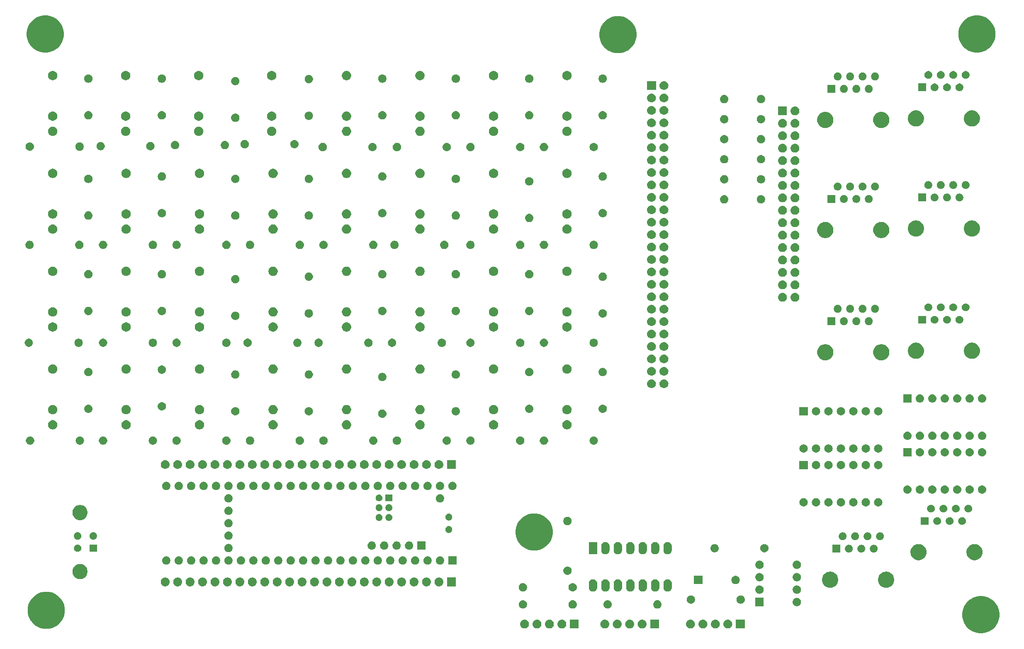
<source format=gts>
G04 #@! TF.GenerationSoftware,KiCad,Pcbnew,(5.1.4)-1*
G04 #@! TF.CreationDate,2021-11-01T00:46:01-04:00*
G04 #@! TF.ProjectId,jack_pcb,6a61636b-5f70-4636-922e-6b696361645f,rev?*
G04 #@! TF.SameCoordinates,Original*
G04 #@! TF.FileFunction,Soldermask,Top*
G04 #@! TF.FilePolarity,Negative*
%FSLAX46Y46*%
G04 Gerber Fmt 4.6, Leading zero omitted, Abs format (unit mm)*
G04 Created by KiCad (PCBNEW (5.1.4)-1) date 2021-11-01 00:46:01*
%MOMM*%
%LPD*%
G04 APERTURE LIST*
%ADD10C,0.100000*%
G04 APERTURE END LIST*
D10*
G36*
X239308710Y-151945070D02*
G01*
X240000447Y-152231597D01*
X240152469Y-152333175D01*
X240622996Y-152647571D01*
X241152429Y-153177004D01*
X241368248Y-153500000D01*
X241568403Y-153799553D01*
X241854930Y-154491290D01*
X242001000Y-155225633D01*
X242001000Y-155974367D01*
X241854930Y-156708710D01*
X241568403Y-157400447D01*
X241568402Y-157400448D01*
X241152429Y-158022996D01*
X240622996Y-158552429D01*
X240207022Y-158830374D01*
X240000447Y-158968403D01*
X239308710Y-159254930D01*
X238574367Y-159401000D01*
X237825633Y-159401000D01*
X237091290Y-159254930D01*
X236399553Y-158968403D01*
X236192978Y-158830374D01*
X235777004Y-158552429D01*
X235247571Y-158022996D01*
X234831598Y-157400448D01*
X234831597Y-157400447D01*
X234545070Y-156708710D01*
X234399000Y-155974367D01*
X234399000Y-155225633D01*
X234545070Y-154491290D01*
X234831597Y-153799553D01*
X235031752Y-153500000D01*
X235247571Y-153177004D01*
X235777004Y-152647571D01*
X236247531Y-152333175D01*
X236399553Y-152231597D01*
X237091290Y-151945070D01*
X237825633Y-151799000D01*
X238574367Y-151799000D01*
X239308710Y-151945070D01*
X239308710Y-151945070D01*
G37*
G36*
X48508710Y-151045070D02*
G01*
X49200447Y-151331597D01*
X49200448Y-151331598D01*
X49822996Y-151747571D01*
X50352429Y-152277004D01*
X50557433Y-152583815D01*
X50768403Y-152899553D01*
X51054930Y-153591290D01*
X51201000Y-154325633D01*
X51201000Y-155074367D01*
X51054930Y-155808710D01*
X50768403Y-156500447D01*
X50630374Y-156707022D01*
X50352429Y-157122996D01*
X49822996Y-157652429D01*
X49532599Y-157846466D01*
X49200447Y-158068403D01*
X48508710Y-158354930D01*
X47774367Y-158501000D01*
X47025633Y-158501000D01*
X46291290Y-158354930D01*
X45599553Y-158068403D01*
X45267401Y-157846466D01*
X44977004Y-157652429D01*
X44447571Y-157122996D01*
X44169626Y-156707022D01*
X44031597Y-156500447D01*
X43745070Y-155808710D01*
X43599000Y-155074367D01*
X43599000Y-154325633D01*
X43745070Y-153591290D01*
X44031597Y-152899553D01*
X44242567Y-152583815D01*
X44447571Y-152277004D01*
X44977004Y-151747571D01*
X45599552Y-151331598D01*
X45599553Y-151331597D01*
X46291290Y-151045070D01*
X47025633Y-150899000D01*
X47774367Y-150899000D01*
X48508710Y-151045070D01*
X48508710Y-151045070D01*
G37*
G36*
X166610442Y-156605518D02*
G01*
X166676627Y-156612037D01*
X166846466Y-156663557D01*
X167002991Y-156747222D01*
X167038729Y-156776552D01*
X167140186Y-156859814D01*
X167223448Y-156961271D01*
X167252778Y-156997009D01*
X167336443Y-157153534D01*
X167387963Y-157323373D01*
X167405359Y-157500000D01*
X167387963Y-157676627D01*
X167336443Y-157846466D01*
X167252778Y-158002991D01*
X167236361Y-158022995D01*
X167140186Y-158140186D01*
X167038729Y-158223448D01*
X167002991Y-158252778D01*
X166846466Y-158336443D01*
X166676627Y-158387963D01*
X166610442Y-158394482D01*
X166544260Y-158401000D01*
X166455740Y-158401000D01*
X166389558Y-158394482D01*
X166323373Y-158387963D01*
X166153534Y-158336443D01*
X165997009Y-158252778D01*
X165961271Y-158223448D01*
X165859814Y-158140186D01*
X165763639Y-158022995D01*
X165747222Y-158002991D01*
X165663557Y-157846466D01*
X165612037Y-157676627D01*
X165594641Y-157500000D01*
X165612037Y-157323373D01*
X165663557Y-157153534D01*
X165747222Y-156997009D01*
X165776552Y-156961271D01*
X165859814Y-156859814D01*
X165961271Y-156776552D01*
X165997009Y-156747222D01*
X166153534Y-156663557D01*
X166323373Y-156612037D01*
X166389558Y-156605518D01*
X166455740Y-156599000D01*
X166544260Y-156599000D01*
X166610442Y-156605518D01*
X166610442Y-156605518D01*
G37*
G36*
X150230442Y-156605518D02*
G01*
X150296627Y-156612037D01*
X150466466Y-156663557D01*
X150622991Y-156747222D01*
X150658729Y-156776552D01*
X150760186Y-156859814D01*
X150843448Y-156961271D01*
X150872778Y-156997009D01*
X150956443Y-157153534D01*
X151007963Y-157323373D01*
X151025359Y-157500000D01*
X151007963Y-157676627D01*
X150956443Y-157846466D01*
X150872778Y-158002991D01*
X150856361Y-158022995D01*
X150760186Y-158140186D01*
X150658729Y-158223448D01*
X150622991Y-158252778D01*
X150466466Y-158336443D01*
X150296627Y-158387963D01*
X150230442Y-158394482D01*
X150164260Y-158401000D01*
X150075740Y-158401000D01*
X150009558Y-158394482D01*
X149943373Y-158387963D01*
X149773534Y-158336443D01*
X149617009Y-158252778D01*
X149581271Y-158223448D01*
X149479814Y-158140186D01*
X149383639Y-158022995D01*
X149367222Y-158002991D01*
X149283557Y-157846466D01*
X149232037Y-157676627D01*
X149214641Y-157500000D01*
X149232037Y-157323373D01*
X149283557Y-157153534D01*
X149367222Y-156997009D01*
X149396552Y-156961271D01*
X149479814Y-156859814D01*
X149581271Y-156776552D01*
X149617009Y-156747222D01*
X149773534Y-156663557D01*
X149943373Y-156612037D01*
X150009558Y-156605518D01*
X150075740Y-156599000D01*
X150164260Y-156599000D01*
X150230442Y-156605518D01*
X150230442Y-156605518D01*
G37*
G36*
X172481000Y-158401000D02*
G01*
X170679000Y-158401000D01*
X170679000Y-156599000D01*
X172481000Y-156599000D01*
X172481000Y-158401000D01*
X172481000Y-158401000D01*
G37*
G36*
X169150442Y-156605518D02*
G01*
X169216627Y-156612037D01*
X169386466Y-156663557D01*
X169542991Y-156747222D01*
X169578729Y-156776552D01*
X169680186Y-156859814D01*
X169763448Y-156961271D01*
X169792778Y-156997009D01*
X169876443Y-157153534D01*
X169927963Y-157323373D01*
X169945359Y-157500000D01*
X169927963Y-157676627D01*
X169876443Y-157846466D01*
X169792778Y-158002991D01*
X169776361Y-158022995D01*
X169680186Y-158140186D01*
X169578729Y-158223448D01*
X169542991Y-158252778D01*
X169386466Y-158336443D01*
X169216627Y-158387963D01*
X169150442Y-158394482D01*
X169084260Y-158401000D01*
X168995740Y-158401000D01*
X168929558Y-158394482D01*
X168863373Y-158387963D01*
X168693534Y-158336443D01*
X168537009Y-158252778D01*
X168501271Y-158223448D01*
X168399814Y-158140186D01*
X168303639Y-158022995D01*
X168287222Y-158002991D01*
X168203557Y-157846466D01*
X168152037Y-157676627D01*
X168134641Y-157500000D01*
X168152037Y-157323373D01*
X168203557Y-157153534D01*
X168287222Y-156997009D01*
X168316552Y-156961271D01*
X168399814Y-156859814D01*
X168501271Y-156776552D01*
X168537009Y-156747222D01*
X168693534Y-156663557D01*
X168863373Y-156612037D01*
X168929558Y-156605518D01*
X168995740Y-156599000D01*
X169084260Y-156599000D01*
X169150442Y-156605518D01*
X169150442Y-156605518D01*
G37*
G36*
X164070442Y-156605518D02*
G01*
X164136627Y-156612037D01*
X164306466Y-156663557D01*
X164462991Y-156747222D01*
X164498729Y-156776552D01*
X164600186Y-156859814D01*
X164683448Y-156961271D01*
X164712778Y-156997009D01*
X164796443Y-157153534D01*
X164847963Y-157323373D01*
X164865359Y-157500000D01*
X164847963Y-157676627D01*
X164796443Y-157846466D01*
X164712778Y-158002991D01*
X164696361Y-158022995D01*
X164600186Y-158140186D01*
X164498729Y-158223448D01*
X164462991Y-158252778D01*
X164306466Y-158336443D01*
X164136627Y-158387963D01*
X164070442Y-158394482D01*
X164004260Y-158401000D01*
X163915740Y-158401000D01*
X163849558Y-158394482D01*
X163783373Y-158387963D01*
X163613534Y-158336443D01*
X163457009Y-158252778D01*
X163421271Y-158223448D01*
X163319814Y-158140186D01*
X163223639Y-158022995D01*
X163207222Y-158002991D01*
X163123557Y-157846466D01*
X163072037Y-157676627D01*
X163054641Y-157500000D01*
X163072037Y-157323373D01*
X163123557Y-157153534D01*
X163207222Y-156997009D01*
X163236552Y-156961271D01*
X163319814Y-156859814D01*
X163421271Y-156776552D01*
X163457009Y-156747222D01*
X163613534Y-156663557D01*
X163783373Y-156612037D01*
X163849558Y-156605518D01*
X163915740Y-156599000D01*
X164004260Y-156599000D01*
X164070442Y-156605518D01*
X164070442Y-156605518D01*
G37*
G36*
X161530442Y-156605518D02*
G01*
X161596627Y-156612037D01*
X161766466Y-156663557D01*
X161922991Y-156747222D01*
X161958729Y-156776552D01*
X162060186Y-156859814D01*
X162143448Y-156961271D01*
X162172778Y-156997009D01*
X162256443Y-157153534D01*
X162307963Y-157323373D01*
X162325359Y-157500000D01*
X162307963Y-157676627D01*
X162256443Y-157846466D01*
X162172778Y-158002991D01*
X162156361Y-158022995D01*
X162060186Y-158140186D01*
X161958729Y-158223448D01*
X161922991Y-158252778D01*
X161766466Y-158336443D01*
X161596627Y-158387963D01*
X161530442Y-158394482D01*
X161464260Y-158401000D01*
X161375740Y-158401000D01*
X161309558Y-158394482D01*
X161243373Y-158387963D01*
X161073534Y-158336443D01*
X160917009Y-158252778D01*
X160881271Y-158223448D01*
X160779814Y-158140186D01*
X160683639Y-158022995D01*
X160667222Y-158002991D01*
X160583557Y-157846466D01*
X160532037Y-157676627D01*
X160514641Y-157500000D01*
X160532037Y-157323373D01*
X160583557Y-157153534D01*
X160667222Y-156997009D01*
X160696552Y-156961271D01*
X160779814Y-156859814D01*
X160881271Y-156776552D01*
X160917009Y-156747222D01*
X161073534Y-156663557D01*
X161243373Y-156612037D01*
X161309558Y-156605518D01*
X161375740Y-156599000D01*
X161464260Y-156599000D01*
X161530442Y-156605518D01*
X161530442Y-156605518D01*
G37*
G36*
X156101000Y-158401000D02*
G01*
X154299000Y-158401000D01*
X154299000Y-156599000D01*
X156101000Y-156599000D01*
X156101000Y-158401000D01*
X156101000Y-158401000D01*
G37*
G36*
X152770442Y-156605518D02*
G01*
X152836627Y-156612037D01*
X153006466Y-156663557D01*
X153162991Y-156747222D01*
X153198729Y-156776552D01*
X153300186Y-156859814D01*
X153383448Y-156961271D01*
X153412778Y-156997009D01*
X153496443Y-157153534D01*
X153547963Y-157323373D01*
X153565359Y-157500000D01*
X153547963Y-157676627D01*
X153496443Y-157846466D01*
X153412778Y-158002991D01*
X153396361Y-158022995D01*
X153300186Y-158140186D01*
X153198729Y-158223448D01*
X153162991Y-158252778D01*
X153006466Y-158336443D01*
X152836627Y-158387963D01*
X152770442Y-158394482D01*
X152704260Y-158401000D01*
X152615740Y-158401000D01*
X152549558Y-158394482D01*
X152483373Y-158387963D01*
X152313534Y-158336443D01*
X152157009Y-158252778D01*
X152121271Y-158223448D01*
X152019814Y-158140186D01*
X151923639Y-158022995D01*
X151907222Y-158002991D01*
X151823557Y-157846466D01*
X151772037Y-157676627D01*
X151754641Y-157500000D01*
X151772037Y-157323373D01*
X151823557Y-157153534D01*
X151907222Y-156997009D01*
X151936552Y-156961271D01*
X152019814Y-156859814D01*
X152121271Y-156776552D01*
X152157009Y-156747222D01*
X152313534Y-156663557D01*
X152483373Y-156612037D01*
X152549558Y-156605518D01*
X152615740Y-156599000D01*
X152704260Y-156599000D01*
X152770442Y-156605518D01*
X152770442Y-156605518D01*
G37*
G36*
X147690442Y-156605518D02*
G01*
X147756627Y-156612037D01*
X147926466Y-156663557D01*
X148082991Y-156747222D01*
X148118729Y-156776552D01*
X148220186Y-156859814D01*
X148303448Y-156961271D01*
X148332778Y-156997009D01*
X148416443Y-157153534D01*
X148467963Y-157323373D01*
X148485359Y-157500000D01*
X148467963Y-157676627D01*
X148416443Y-157846466D01*
X148332778Y-158002991D01*
X148316361Y-158022995D01*
X148220186Y-158140186D01*
X148118729Y-158223448D01*
X148082991Y-158252778D01*
X147926466Y-158336443D01*
X147756627Y-158387963D01*
X147690442Y-158394482D01*
X147624260Y-158401000D01*
X147535740Y-158401000D01*
X147469558Y-158394482D01*
X147403373Y-158387963D01*
X147233534Y-158336443D01*
X147077009Y-158252778D01*
X147041271Y-158223448D01*
X146939814Y-158140186D01*
X146843639Y-158022995D01*
X146827222Y-158002991D01*
X146743557Y-157846466D01*
X146692037Y-157676627D01*
X146674641Y-157500000D01*
X146692037Y-157323373D01*
X146743557Y-157153534D01*
X146827222Y-156997009D01*
X146856552Y-156961271D01*
X146939814Y-156859814D01*
X147041271Y-156776552D01*
X147077009Y-156747222D01*
X147233534Y-156663557D01*
X147403373Y-156612037D01*
X147469558Y-156605518D01*
X147535740Y-156599000D01*
X147624260Y-156599000D01*
X147690442Y-156605518D01*
X147690442Y-156605518D01*
G37*
G36*
X145150442Y-156605518D02*
G01*
X145216627Y-156612037D01*
X145386466Y-156663557D01*
X145542991Y-156747222D01*
X145578729Y-156776552D01*
X145680186Y-156859814D01*
X145763448Y-156961271D01*
X145792778Y-156997009D01*
X145876443Y-157153534D01*
X145927963Y-157323373D01*
X145945359Y-157500000D01*
X145927963Y-157676627D01*
X145876443Y-157846466D01*
X145792778Y-158002991D01*
X145776361Y-158022995D01*
X145680186Y-158140186D01*
X145578729Y-158223448D01*
X145542991Y-158252778D01*
X145386466Y-158336443D01*
X145216627Y-158387963D01*
X145150442Y-158394482D01*
X145084260Y-158401000D01*
X144995740Y-158401000D01*
X144929558Y-158394482D01*
X144863373Y-158387963D01*
X144693534Y-158336443D01*
X144537009Y-158252778D01*
X144501271Y-158223448D01*
X144399814Y-158140186D01*
X144303639Y-158022995D01*
X144287222Y-158002991D01*
X144203557Y-157846466D01*
X144152037Y-157676627D01*
X144134641Y-157500000D01*
X144152037Y-157323373D01*
X144203557Y-157153534D01*
X144287222Y-156997009D01*
X144316552Y-156961271D01*
X144399814Y-156859814D01*
X144501271Y-156776552D01*
X144537009Y-156747222D01*
X144693534Y-156663557D01*
X144863373Y-156612037D01*
X144929558Y-156605518D01*
X144995740Y-156599000D01*
X145084260Y-156599000D01*
X145150442Y-156605518D01*
X145150442Y-156605518D01*
G37*
G36*
X184110442Y-156605518D02*
G01*
X184176627Y-156612037D01*
X184346466Y-156663557D01*
X184502991Y-156747222D01*
X184538729Y-156776552D01*
X184640186Y-156859814D01*
X184723448Y-156961271D01*
X184752778Y-156997009D01*
X184836443Y-157153534D01*
X184887963Y-157323373D01*
X184905359Y-157500000D01*
X184887963Y-157676627D01*
X184836443Y-157846466D01*
X184752778Y-158002991D01*
X184736361Y-158022995D01*
X184640186Y-158140186D01*
X184538729Y-158223448D01*
X184502991Y-158252778D01*
X184346466Y-158336443D01*
X184176627Y-158387963D01*
X184110442Y-158394482D01*
X184044260Y-158401000D01*
X183955740Y-158401000D01*
X183889558Y-158394482D01*
X183823373Y-158387963D01*
X183653534Y-158336443D01*
X183497009Y-158252778D01*
X183461271Y-158223448D01*
X183359814Y-158140186D01*
X183263639Y-158022995D01*
X183247222Y-158002991D01*
X183163557Y-157846466D01*
X183112037Y-157676627D01*
X183094641Y-157500000D01*
X183112037Y-157323373D01*
X183163557Y-157153534D01*
X183247222Y-156997009D01*
X183276552Y-156961271D01*
X183359814Y-156859814D01*
X183461271Y-156776552D01*
X183497009Y-156747222D01*
X183653534Y-156663557D01*
X183823373Y-156612037D01*
X183889558Y-156605518D01*
X183955740Y-156599000D01*
X184044260Y-156599000D01*
X184110442Y-156605518D01*
X184110442Y-156605518D01*
G37*
G36*
X181570442Y-156605518D02*
G01*
X181636627Y-156612037D01*
X181806466Y-156663557D01*
X181962991Y-156747222D01*
X181998729Y-156776552D01*
X182100186Y-156859814D01*
X182183448Y-156961271D01*
X182212778Y-156997009D01*
X182296443Y-157153534D01*
X182347963Y-157323373D01*
X182365359Y-157500000D01*
X182347963Y-157676627D01*
X182296443Y-157846466D01*
X182212778Y-158002991D01*
X182196361Y-158022995D01*
X182100186Y-158140186D01*
X181998729Y-158223448D01*
X181962991Y-158252778D01*
X181806466Y-158336443D01*
X181636627Y-158387963D01*
X181570442Y-158394482D01*
X181504260Y-158401000D01*
X181415740Y-158401000D01*
X181349558Y-158394482D01*
X181283373Y-158387963D01*
X181113534Y-158336443D01*
X180957009Y-158252778D01*
X180921271Y-158223448D01*
X180819814Y-158140186D01*
X180723639Y-158022995D01*
X180707222Y-158002991D01*
X180623557Y-157846466D01*
X180572037Y-157676627D01*
X180554641Y-157500000D01*
X180572037Y-157323373D01*
X180623557Y-157153534D01*
X180707222Y-156997009D01*
X180736552Y-156961271D01*
X180819814Y-156859814D01*
X180921271Y-156776552D01*
X180957009Y-156747222D01*
X181113534Y-156663557D01*
X181283373Y-156612037D01*
X181349558Y-156605518D01*
X181415740Y-156599000D01*
X181504260Y-156599000D01*
X181570442Y-156605518D01*
X181570442Y-156605518D01*
G37*
G36*
X179030442Y-156605518D02*
G01*
X179096627Y-156612037D01*
X179266466Y-156663557D01*
X179422991Y-156747222D01*
X179458729Y-156776552D01*
X179560186Y-156859814D01*
X179643448Y-156961271D01*
X179672778Y-156997009D01*
X179756443Y-157153534D01*
X179807963Y-157323373D01*
X179825359Y-157500000D01*
X179807963Y-157676627D01*
X179756443Y-157846466D01*
X179672778Y-158002991D01*
X179656361Y-158022995D01*
X179560186Y-158140186D01*
X179458729Y-158223448D01*
X179422991Y-158252778D01*
X179266466Y-158336443D01*
X179096627Y-158387963D01*
X179030442Y-158394482D01*
X178964260Y-158401000D01*
X178875740Y-158401000D01*
X178809558Y-158394482D01*
X178743373Y-158387963D01*
X178573534Y-158336443D01*
X178417009Y-158252778D01*
X178381271Y-158223448D01*
X178279814Y-158140186D01*
X178183639Y-158022995D01*
X178167222Y-158002991D01*
X178083557Y-157846466D01*
X178032037Y-157676627D01*
X178014641Y-157500000D01*
X178032037Y-157323373D01*
X178083557Y-157153534D01*
X178167222Y-156997009D01*
X178196552Y-156961271D01*
X178279814Y-156859814D01*
X178381271Y-156776552D01*
X178417009Y-156747222D01*
X178573534Y-156663557D01*
X178743373Y-156612037D01*
X178809558Y-156605518D01*
X178875740Y-156599000D01*
X178964260Y-156599000D01*
X179030442Y-156605518D01*
X179030442Y-156605518D01*
G37*
G36*
X186650442Y-156605518D02*
G01*
X186716627Y-156612037D01*
X186886466Y-156663557D01*
X187042991Y-156747222D01*
X187078729Y-156776552D01*
X187180186Y-156859814D01*
X187263448Y-156961271D01*
X187292778Y-156997009D01*
X187376443Y-157153534D01*
X187427963Y-157323373D01*
X187445359Y-157500000D01*
X187427963Y-157676627D01*
X187376443Y-157846466D01*
X187292778Y-158002991D01*
X187276361Y-158022995D01*
X187180186Y-158140186D01*
X187078729Y-158223448D01*
X187042991Y-158252778D01*
X186886466Y-158336443D01*
X186716627Y-158387963D01*
X186650442Y-158394482D01*
X186584260Y-158401000D01*
X186495740Y-158401000D01*
X186429558Y-158394482D01*
X186363373Y-158387963D01*
X186193534Y-158336443D01*
X186037009Y-158252778D01*
X186001271Y-158223448D01*
X185899814Y-158140186D01*
X185803639Y-158022995D01*
X185787222Y-158002991D01*
X185703557Y-157846466D01*
X185652037Y-157676627D01*
X185634641Y-157500000D01*
X185652037Y-157323373D01*
X185703557Y-157153534D01*
X185787222Y-156997009D01*
X185816552Y-156961271D01*
X185899814Y-156859814D01*
X186001271Y-156776552D01*
X186037009Y-156747222D01*
X186193534Y-156663557D01*
X186363373Y-156612037D01*
X186429558Y-156605518D01*
X186495740Y-156599000D01*
X186584260Y-156599000D01*
X186650442Y-156605518D01*
X186650442Y-156605518D01*
G37*
G36*
X189981000Y-158401000D02*
G01*
X188179000Y-158401000D01*
X188179000Y-156599000D01*
X189981000Y-156599000D01*
X189981000Y-158401000D01*
X189981000Y-158401000D01*
G37*
G36*
X144948228Y-152681703D02*
G01*
X145103100Y-152745853D01*
X145242481Y-152838985D01*
X145361015Y-152957519D01*
X145454147Y-153096900D01*
X145518297Y-153251772D01*
X145551000Y-153416184D01*
X145551000Y-153583816D01*
X145518297Y-153748228D01*
X145454147Y-153903100D01*
X145361015Y-154042481D01*
X145242481Y-154161015D01*
X145103100Y-154254147D01*
X144948228Y-154318297D01*
X144783816Y-154351000D01*
X144616184Y-154351000D01*
X144451772Y-154318297D01*
X144296900Y-154254147D01*
X144157519Y-154161015D01*
X144038985Y-154042481D01*
X143945853Y-153903100D01*
X143881703Y-153748228D01*
X143849000Y-153583816D01*
X143849000Y-153416184D01*
X143881703Y-153251772D01*
X143945853Y-153096900D01*
X144038985Y-152957519D01*
X144157519Y-152838985D01*
X144296900Y-152745853D01*
X144451772Y-152681703D01*
X144616184Y-152649000D01*
X144783816Y-152649000D01*
X144948228Y-152681703D01*
X144948228Y-152681703D01*
G37*
G36*
X172326823Y-152661313D02*
G01*
X172487242Y-152709976D01*
X172554361Y-152745852D01*
X172635078Y-152788996D01*
X172764659Y-152895341D01*
X172871004Y-153024922D01*
X172871005Y-153024924D01*
X172950024Y-153172758D01*
X172998687Y-153333177D01*
X173015117Y-153500000D01*
X172998687Y-153666823D01*
X172950024Y-153827242D01*
X172909477Y-153903100D01*
X172871004Y-153975078D01*
X172764659Y-154104659D01*
X172635078Y-154211004D01*
X172635076Y-154211005D01*
X172487242Y-154290024D01*
X172326823Y-154338687D01*
X172201804Y-154351000D01*
X172118196Y-154351000D01*
X171993177Y-154338687D01*
X171832758Y-154290024D01*
X171684924Y-154211005D01*
X171684922Y-154211004D01*
X171555341Y-154104659D01*
X171448996Y-153975078D01*
X171410523Y-153903100D01*
X171369976Y-153827242D01*
X171321313Y-153666823D01*
X171304883Y-153500000D01*
X171321313Y-153333177D01*
X171369976Y-153172758D01*
X171448995Y-153024924D01*
X171448996Y-153024922D01*
X171555341Y-152895341D01*
X171684922Y-152788996D01*
X171765639Y-152745852D01*
X171832758Y-152709976D01*
X171993177Y-152661313D01*
X172118196Y-152649000D01*
X172201804Y-152649000D01*
X172326823Y-152661313D01*
X172326823Y-152661313D01*
G37*
G36*
X162248228Y-152681703D02*
G01*
X162403100Y-152745853D01*
X162542481Y-152838985D01*
X162661015Y-152957519D01*
X162754147Y-153096900D01*
X162818297Y-153251772D01*
X162851000Y-153416184D01*
X162851000Y-153583816D01*
X162818297Y-153748228D01*
X162754147Y-153903100D01*
X162661015Y-154042481D01*
X162542481Y-154161015D01*
X162403100Y-154254147D01*
X162248228Y-154318297D01*
X162083816Y-154351000D01*
X161916184Y-154351000D01*
X161751772Y-154318297D01*
X161596900Y-154254147D01*
X161457519Y-154161015D01*
X161338985Y-154042481D01*
X161245853Y-153903100D01*
X161181703Y-153748228D01*
X161149000Y-153583816D01*
X161149000Y-153416184D01*
X161181703Y-153251772D01*
X161245853Y-153096900D01*
X161338985Y-152957519D01*
X161457519Y-152838985D01*
X161596900Y-152745853D01*
X161751772Y-152681703D01*
X161916184Y-152649000D01*
X162083816Y-152649000D01*
X162248228Y-152681703D01*
X162248228Y-152681703D01*
G37*
G36*
X155026823Y-152661313D02*
G01*
X155187242Y-152709976D01*
X155254361Y-152745852D01*
X155335078Y-152788996D01*
X155464659Y-152895341D01*
X155571004Y-153024922D01*
X155571005Y-153024924D01*
X155650024Y-153172758D01*
X155698687Y-153333177D01*
X155715117Y-153500000D01*
X155698687Y-153666823D01*
X155650024Y-153827242D01*
X155609477Y-153903100D01*
X155571004Y-153975078D01*
X155464659Y-154104659D01*
X155335078Y-154211004D01*
X155335076Y-154211005D01*
X155187242Y-154290024D01*
X155026823Y-154338687D01*
X154901804Y-154351000D01*
X154818196Y-154351000D01*
X154693177Y-154338687D01*
X154532758Y-154290024D01*
X154384924Y-154211005D01*
X154384922Y-154211004D01*
X154255341Y-154104659D01*
X154148996Y-153975078D01*
X154110523Y-153903100D01*
X154069976Y-153827242D01*
X154021313Y-153666823D01*
X154004883Y-153500000D01*
X154021313Y-153333177D01*
X154069976Y-153172758D01*
X154148995Y-153024924D01*
X154148996Y-153024922D01*
X154255341Y-152895341D01*
X154384922Y-152788996D01*
X154465639Y-152745852D01*
X154532758Y-152709976D01*
X154693177Y-152661313D01*
X154818196Y-152649000D01*
X154901804Y-152649000D01*
X155026823Y-152661313D01*
X155026823Y-152661313D01*
G37*
G36*
X200786823Y-152161313D02*
G01*
X200947242Y-152209976D01*
X201072642Y-152277004D01*
X201095078Y-152288996D01*
X201224659Y-152395341D01*
X201331004Y-152524922D01*
X201331005Y-152524924D01*
X201410024Y-152672758D01*
X201410025Y-152672761D01*
X201412738Y-152681705D01*
X201458687Y-152833177D01*
X201475117Y-153000000D01*
X201458687Y-153166823D01*
X201445284Y-153211005D01*
X201412738Y-153318297D01*
X201410024Y-153327242D01*
X201397325Y-153351000D01*
X201331004Y-153475078D01*
X201224659Y-153604659D01*
X201095078Y-153711004D01*
X201095076Y-153711005D01*
X200947242Y-153790024D01*
X200786823Y-153838687D01*
X200661804Y-153851000D01*
X200578196Y-153851000D01*
X200453177Y-153838687D01*
X200292758Y-153790024D01*
X200144924Y-153711005D01*
X200144922Y-153711004D01*
X200015341Y-153604659D01*
X199908996Y-153475078D01*
X199842675Y-153351000D01*
X199829976Y-153327242D01*
X199827263Y-153318297D01*
X199794716Y-153211005D01*
X199781313Y-153166823D01*
X199764883Y-153000000D01*
X199781313Y-152833177D01*
X199827262Y-152681705D01*
X199829975Y-152672761D01*
X199829976Y-152672758D01*
X199908995Y-152524924D01*
X199908996Y-152524922D01*
X200015341Y-152395341D01*
X200144922Y-152288996D01*
X200167358Y-152277004D01*
X200292758Y-152209976D01*
X200453177Y-152161313D01*
X200578196Y-152149000D01*
X200661804Y-152149000D01*
X200786823Y-152161313D01*
X200786823Y-152161313D01*
G37*
G36*
X193851000Y-153851000D02*
G01*
X192149000Y-153851000D01*
X192149000Y-152149000D01*
X193851000Y-152149000D01*
X193851000Y-153851000D01*
X193851000Y-153851000D01*
G37*
G36*
X189326823Y-151661313D02*
G01*
X189487242Y-151709976D01*
X189554361Y-151745852D01*
X189635078Y-151788996D01*
X189764659Y-151895341D01*
X189871004Y-152024922D01*
X189871005Y-152024924D01*
X189950024Y-152172758D01*
X189998687Y-152333177D01*
X190015117Y-152500000D01*
X189998687Y-152666823D01*
X189950024Y-152827242D01*
X189909477Y-152903100D01*
X189871004Y-152975078D01*
X189764659Y-153104659D01*
X189635078Y-153211004D01*
X189635076Y-153211005D01*
X189487242Y-153290024D01*
X189326823Y-153338687D01*
X189201804Y-153351000D01*
X189118196Y-153351000D01*
X188993177Y-153338687D01*
X188832758Y-153290024D01*
X188684924Y-153211005D01*
X188684922Y-153211004D01*
X188555341Y-153104659D01*
X188448996Y-152975078D01*
X188410523Y-152903100D01*
X188369976Y-152827242D01*
X188321313Y-152666823D01*
X188304883Y-152500000D01*
X188321313Y-152333177D01*
X188369976Y-152172758D01*
X188448995Y-152024924D01*
X188448996Y-152024922D01*
X188555341Y-151895341D01*
X188684922Y-151788996D01*
X188765639Y-151745852D01*
X188832758Y-151709976D01*
X188993177Y-151661313D01*
X189118196Y-151649000D01*
X189201804Y-151649000D01*
X189326823Y-151661313D01*
X189326823Y-151661313D01*
G37*
G36*
X179248228Y-151681703D02*
G01*
X179403100Y-151745853D01*
X179542481Y-151838985D01*
X179661015Y-151957519D01*
X179754147Y-152096900D01*
X179818297Y-152251772D01*
X179851000Y-152416184D01*
X179851000Y-152583816D01*
X179818297Y-152748228D01*
X179754147Y-152903100D01*
X179661015Y-153042481D01*
X179542481Y-153161015D01*
X179403100Y-153254147D01*
X179248228Y-153318297D01*
X179083816Y-153351000D01*
X178916184Y-153351000D01*
X178751772Y-153318297D01*
X178596900Y-153254147D01*
X178457519Y-153161015D01*
X178338985Y-153042481D01*
X178245853Y-152903100D01*
X178181703Y-152748228D01*
X178149000Y-152583816D01*
X178149000Y-152416184D01*
X178181703Y-152251772D01*
X178245853Y-152096900D01*
X178338985Y-151957519D01*
X178457519Y-151838985D01*
X178596900Y-151745853D01*
X178751772Y-151681703D01*
X178916184Y-151649000D01*
X179083816Y-151649000D01*
X179248228Y-151681703D01*
X179248228Y-151681703D01*
G37*
G36*
X193166823Y-149621313D02*
G01*
X193327242Y-149669976D01*
X193444057Y-149732415D01*
X193475078Y-149748996D01*
X193604659Y-149855341D01*
X193711004Y-149984922D01*
X193711005Y-149984924D01*
X193790024Y-150132758D01*
X193838687Y-150293177D01*
X193855117Y-150460000D01*
X193838687Y-150626823D01*
X193790024Y-150787242D01*
X193751836Y-150858686D01*
X193711004Y-150935078D01*
X193604659Y-151064659D01*
X193475078Y-151171004D01*
X193475076Y-151171005D01*
X193327242Y-151250024D01*
X193166823Y-151298687D01*
X193041804Y-151311000D01*
X192958196Y-151311000D01*
X192833177Y-151298687D01*
X192672758Y-151250024D01*
X192524924Y-151171005D01*
X192524922Y-151171004D01*
X192395341Y-151064659D01*
X192288996Y-150935078D01*
X192248164Y-150858686D01*
X192209976Y-150787242D01*
X192161313Y-150626823D01*
X192144883Y-150460000D01*
X192161313Y-150293177D01*
X192209976Y-150132758D01*
X192288995Y-149984924D01*
X192288996Y-149984922D01*
X192395341Y-149855341D01*
X192524922Y-149748996D01*
X192555943Y-149732415D01*
X192672758Y-149669976D01*
X192833177Y-149621313D01*
X192958196Y-149609000D01*
X193041804Y-149609000D01*
X193166823Y-149621313D01*
X193166823Y-149621313D01*
G37*
G36*
X200786823Y-149621313D02*
G01*
X200947242Y-149669976D01*
X201064057Y-149732415D01*
X201095078Y-149748996D01*
X201224659Y-149855341D01*
X201331004Y-149984922D01*
X201331005Y-149984924D01*
X201410024Y-150132758D01*
X201458687Y-150293177D01*
X201475117Y-150460000D01*
X201458687Y-150626823D01*
X201410024Y-150787242D01*
X201371836Y-150858686D01*
X201331004Y-150935078D01*
X201224659Y-151064659D01*
X201095078Y-151171004D01*
X201095076Y-151171005D01*
X200947242Y-151250024D01*
X200786823Y-151298687D01*
X200661804Y-151311000D01*
X200578196Y-151311000D01*
X200453177Y-151298687D01*
X200292758Y-151250024D01*
X200144924Y-151171005D01*
X200144922Y-151171004D01*
X200015341Y-151064659D01*
X199908996Y-150935078D01*
X199868164Y-150858686D01*
X199829976Y-150787242D01*
X199781313Y-150626823D01*
X199764883Y-150460000D01*
X199781313Y-150293177D01*
X199829976Y-150132758D01*
X199908995Y-149984924D01*
X199908996Y-149984922D01*
X200015341Y-149855341D01*
X200144922Y-149748996D01*
X200175943Y-149732415D01*
X200292758Y-149669976D01*
X200453177Y-149621313D01*
X200578196Y-149609000D01*
X200661804Y-149609000D01*
X200786823Y-149621313D01*
X200786823Y-149621313D01*
G37*
G36*
X171866823Y-148381313D02*
G01*
X172027242Y-148429976D01*
X172158248Y-148500000D01*
X172175078Y-148508996D01*
X172304659Y-148615341D01*
X172411004Y-148744922D01*
X172411005Y-148744924D01*
X172490024Y-148892758D01*
X172538687Y-149053178D01*
X172551000Y-149178197D01*
X172551000Y-150061804D01*
X172538687Y-150186823D01*
X172490024Y-150347242D01*
X172421695Y-150475076D01*
X172411004Y-150495078D01*
X172372102Y-150542480D01*
X172304659Y-150624659D01*
X172175077Y-150731005D01*
X172027241Y-150810024D01*
X171866822Y-150858687D01*
X171700000Y-150875117D01*
X171533177Y-150858687D01*
X171372758Y-150810024D01*
X171224924Y-150731005D01*
X171224922Y-150731004D01*
X171095341Y-150624659D01*
X171027899Y-150542481D01*
X170988995Y-150495077D01*
X170909976Y-150347241D01*
X170861313Y-150186822D01*
X170849000Y-150061803D01*
X170849000Y-149178197D01*
X170861314Y-149053177D01*
X170909977Y-148892758D01*
X170988996Y-148744924D01*
X170988997Y-148744922D01*
X171095342Y-148615341D01*
X171224923Y-148508996D01*
X171241753Y-148500000D01*
X171372759Y-148429976D01*
X171533178Y-148381313D01*
X171700000Y-148364883D01*
X171866823Y-148381313D01*
X171866823Y-148381313D01*
G37*
G36*
X174406823Y-148381313D02*
G01*
X174567242Y-148429976D01*
X174698248Y-148500000D01*
X174715078Y-148508996D01*
X174844659Y-148615341D01*
X174951004Y-148744922D01*
X174951005Y-148744924D01*
X175030024Y-148892758D01*
X175078687Y-149053178D01*
X175091000Y-149178197D01*
X175091000Y-150061804D01*
X175078687Y-150186823D01*
X175030024Y-150347242D01*
X174961695Y-150475076D01*
X174951004Y-150495078D01*
X174912102Y-150542480D01*
X174844659Y-150624659D01*
X174715077Y-150731005D01*
X174567241Y-150810024D01*
X174406822Y-150858687D01*
X174240000Y-150875117D01*
X174073177Y-150858687D01*
X173912758Y-150810024D01*
X173764924Y-150731005D01*
X173764922Y-150731004D01*
X173635341Y-150624659D01*
X173567899Y-150542481D01*
X173528995Y-150495077D01*
X173449976Y-150347241D01*
X173401313Y-150186822D01*
X173389000Y-150061803D01*
X173389000Y-149178197D01*
X173401314Y-149053177D01*
X173449977Y-148892758D01*
X173528996Y-148744924D01*
X173528997Y-148744922D01*
X173635342Y-148615341D01*
X173764923Y-148508996D01*
X173781753Y-148500000D01*
X173912759Y-148429976D01*
X174073178Y-148381313D01*
X174240000Y-148364883D01*
X174406823Y-148381313D01*
X174406823Y-148381313D01*
G37*
G36*
X169326823Y-148381313D02*
G01*
X169487242Y-148429976D01*
X169618248Y-148500000D01*
X169635078Y-148508996D01*
X169764659Y-148615341D01*
X169871004Y-148744922D01*
X169871005Y-148744924D01*
X169950024Y-148892758D01*
X169998687Y-149053178D01*
X170011000Y-149178197D01*
X170011000Y-150061804D01*
X169998687Y-150186823D01*
X169950024Y-150347242D01*
X169881695Y-150475076D01*
X169871004Y-150495078D01*
X169832102Y-150542480D01*
X169764659Y-150624659D01*
X169635077Y-150731005D01*
X169487241Y-150810024D01*
X169326822Y-150858687D01*
X169160000Y-150875117D01*
X168993177Y-150858687D01*
X168832758Y-150810024D01*
X168684924Y-150731005D01*
X168684922Y-150731004D01*
X168555341Y-150624659D01*
X168487899Y-150542481D01*
X168448995Y-150495077D01*
X168369976Y-150347241D01*
X168321313Y-150186822D01*
X168309000Y-150061803D01*
X168309000Y-149178197D01*
X168321314Y-149053177D01*
X168369977Y-148892758D01*
X168448996Y-148744924D01*
X168448997Y-148744922D01*
X168555342Y-148615341D01*
X168684923Y-148508996D01*
X168701753Y-148500000D01*
X168832759Y-148429976D01*
X168993178Y-148381313D01*
X169160000Y-148364883D01*
X169326823Y-148381313D01*
X169326823Y-148381313D01*
G37*
G36*
X166786823Y-148381313D02*
G01*
X166947242Y-148429976D01*
X167078248Y-148500000D01*
X167095078Y-148508996D01*
X167224659Y-148615341D01*
X167331004Y-148744922D01*
X167331005Y-148744924D01*
X167410024Y-148892758D01*
X167458687Y-149053178D01*
X167471000Y-149178197D01*
X167471000Y-150061804D01*
X167458687Y-150186823D01*
X167410024Y-150347242D01*
X167341695Y-150475076D01*
X167331004Y-150495078D01*
X167292102Y-150542480D01*
X167224659Y-150624659D01*
X167095077Y-150731005D01*
X166947241Y-150810024D01*
X166786822Y-150858687D01*
X166620000Y-150875117D01*
X166453177Y-150858687D01*
X166292758Y-150810024D01*
X166144924Y-150731005D01*
X166144922Y-150731004D01*
X166015341Y-150624659D01*
X165947899Y-150542481D01*
X165908995Y-150495077D01*
X165829976Y-150347241D01*
X165781313Y-150186822D01*
X165769000Y-150061803D01*
X165769000Y-149178197D01*
X165781314Y-149053177D01*
X165829977Y-148892758D01*
X165908996Y-148744924D01*
X165908997Y-148744922D01*
X166015342Y-148615341D01*
X166144923Y-148508996D01*
X166161753Y-148500000D01*
X166292759Y-148429976D01*
X166453178Y-148381313D01*
X166620000Y-148364883D01*
X166786823Y-148381313D01*
X166786823Y-148381313D01*
G37*
G36*
X161706823Y-148381313D02*
G01*
X161867242Y-148429976D01*
X161998248Y-148500000D01*
X162015078Y-148508996D01*
X162144659Y-148615341D01*
X162251004Y-148744922D01*
X162251005Y-148744924D01*
X162330024Y-148892758D01*
X162378687Y-149053178D01*
X162391000Y-149178197D01*
X162391000Y-150061804D01*
X162378687Y-150186823D01*
X162330024Y-150347242D01*
X162261695Y-150475076D01*
X162251004Y-150495078D01*
X162212102Y-150542480D01*
X162144659Y-150624659D01*
X162015077Y-150731005D01*
X161867241Y-150810024D01*
X161706822Y-150858687D01*
X161540000Y-150875117D01*
X161373177Y-150858687D01*
X161212758Y-150810024D01*
X161064924Y-150731005D01*
X161064922Y-150731004D01*
X160935341Y-150624659D01*
X160867899Y-150542481D01*
X160828995Y-150495077D01*
X160749976Y-150347241D01*
X160701313Y-150186822D01*
X160689000Y-150061803D01*
X160689000Y-149178197D01*
X160701314Y-149053177D01*
X160749977Y-148892758D01*
X160828996Y-148744924D01*
X160828997Y-148744922D01*
X160935342Y-148615341D01*
X161064923Y-148508996D01*
X161081753Y-148500000D01*
X161212759Y-148429976D01*
X161373178Y-148381313D01*
X161540000Y-148364883D01*
X161706823Y-148381313D01*
X161706823Y-148381313D01*
G37*
G36*
X159166823Y-148381313D02*
G01*
X159327242Y-148429976D01*
X159458248Y-148500000D01*
X159475078Y-148508996D01*
X159604659Y-148615341D01*
X159711004Y-148744922D01*
X159711005Y-148744924D01*
X159790024Y-148892758D01*
X159838687Y-149053178D01*
X159851000Y-149178197D01*
X159851000Y-150061804D01*
X159838687Y-150186823D01*
X159790024Y-150347242D01*
X159721695Y-150475076D01*
X159711004Y-150495078D01*
X159672102Y-150542480D01*
X159604659Y-150624659D01*
X159475077Y-150731005D01*
X159327241Y-150810024D01*
X159166822Y-150858687D01*
X159000000Y-150875117D01*
X158833177Y-150858687D01*
X158672758Y-150810024D01*
X158524924Y-150731005D01*
X158524922Y-150731004D01*
X158395341Y-150624659D01*
X158327899Y-150542481D01*
X158288995Y-150495077D01*
X158209976Y-150347241D01*
X158161313Y-150186822D01*
X158149000Y-150061803D01*
X158149000Y-149178197D01*
X158161314Y-149053177D01*
X158209977Y-148892758D01*
X158288996Y-148744924D01*
X158288997Y-148744922D01*
X158395342Y-148615341D01*
X158524923Y-148508996D01*
X158541753Y-148500000D01*
X158672759Y-148429976D01*
X158833178Y-148381313D01*
X159000000Y-148364883D01*
X159166823Y-148381313D01*
X159166823Y-148381313D01*
G37*
G36*
X164246823Y-148381313D02*
G01*
X164407242Y-148429976D01*
X164538248Y-148500000D01*
X164555078Y-148508996D01*
X164684659Y-148615341D01*
X164791004Y-148744922D01*
X164791005Y-148744924D01*
X164870024Y-148892758D01*
X164918687Y-149053178D01*
X164931000Y-149178197D01*
X164931000Y-150061804D01*
X164918687Y-150186823D01*
X164870024Y-150347242D01*
X164801695Y-150475076D01*
X164791004Y-150495078D01*
X164752102Y-150542480D01*
X164684659Y-150624659D01*
X164555077Y-150731005D01*
X164407241Y-150810024D01*
X164246822Y-150858687D01*
X164080000Y-150875117D01*
X163913177Y-150858687D01*
X163752758Y-150810024D01*
X163604924Y-150731005D01*
X163604922Y-150731004D01*
X163475341Y-150624659D01*
X163407899Y-150542481D01*
X163368995Y-150495077D01*
X163289976Y-150347241D01*
X163241313Y-150186822D01*
X163229000Y-150061803D01*
X163229000Y-149178197D01*
X163241314Y-149053177D01*
X163289977Y-148892758D01*
X163368996Y-148744924D01*
X163368997Y-148744922D01*
X163475342Y-148615341D01*
X163604923Y-148508996D01*
X163621753Y-148500000D01*
X163752759Y-148429976D01*
X163913178Y-148381313D01*
X164080000Y-148364883D01*
X164246823Y-148381313D01*
X164246823Y-148381313D01*
G37*
G36*
X155026823Y-149161313D02*
G01*
X155187242Y-149209976D01*
X155319906Y-149280886D01*
X155335078Y-149288996D01*
X155464659Y-149395341D01*
X155571004Y-149524922D01*
X155571005Y-149524924D01*
X155650024Y-149672758D01*
X155698687Y-149833177D01*
X155715117Y-150000000D01*
X155698687Y-150166823D01*
X155650024Y-150327242D01*
X155609477Y-150403100D01*
X155571004Y-150475078D01*
X155464659Y-150604659D01*
X155335078Y-150711004D01*
X155335076Y-150711005D01*
X155187242Y-150790024D01*
X155026823Y-150838687D01*
X154901804Y-150851000D01*
X154818196Y-150851000D01*
X154693177Y-150838687D01*
X154532758Y-150790024D01*
X154384924Y-150711005D01*
X154384922Y-150711004D01*
X154255341Y-150604659D01*
X154148996Y-150475078D01*
X154110523Y-150403100D01*
X154069976Y-150327242D01*
X154021313Y-150166823D01*
X154004883Y-150000000D01*
X154021313Y-149833177D01*
X154069976Y-149672758D01*
X154148995Y-149524924D01*
X154148996Y-149524922D01*
X154255341Y-149395341D01*
X154384922Y-149288996D01*
X154400094Y-149280886D01*
X154532758Y-149209976D01*
X154693177Y-149161313D01*
X154818196Y-149149000D01*
X154901804Y-149149000D01*
X155026823Y-149161313D01*
X155026823Y-149161313D01*
G37*
G36*
X144948228Y-149181703D02*
G01*
X145103100Y-149245853D01*
X145242481Y-149338985D01*
X145361015Y-149457519D01*
X145454147Y-149596900D01*
X145518297Y-149751772D01*
X145551000Y-149916184D01*
X145551000Y-150083816D01*
X145518297Y-150248228D01*
X145454147Y-150403100D01*
X145361015Y-150542481D01*
X145242481Y-150661015D01*
X145103100Y-150754147D01*
X144948228Y-150818297D01*
X144783816Y-150851000D01*
X144616184Y-150851000D01*
X144451772Y-150818297D01*
X144296900Y-150754147D01*
X144157519Y-150661015D01*
X144038985Y-150542481D01*
X143945853Y-150403100D01*
X143881703Y-150248228D01*
X143849000Y-150083816D01*
X143849000Y-149916184D01*
X143881703Y-149751772D01*
X143945853Y-149596900D01*
X144038985Y-149457519D01*
X144157519Y-149338985D01*
X144296900Y-149245853D01*
X144451772Y-149181703D01*
X144616184Y-149149000D01*
X144783816Y-149149000D01*
X144948228Y-149181703D01*
X144948228Y-149181703D01*
G37*
G36*
X207805256Y-146841298D02*
G01*
X207911579Y-146862447D01*
X208212042Y-146986903D01*
X208482451Y-147167585D01*
X208712415Y-147397549D01*
X208893097Y-147667958D01*
X208893098Y-147667960D01*
X208928395Y-147753175D01*
X209017553Y-147968421D01*
X209026229Y-148012037D01*
X209081000Y-148287389D01*
X209081000Y-148612611D01*
X209017553Y-148931578D01*
X208902238Y-149209975D01*
X208893097Y-149232042D01*
X208712415Y-149502451D01*
X208482451Y-149732415D01*
X208212042Y-149913097D01*
X208212041Y-149913098D01*
X208212040Y-149913098D01*
X208204587Y-149916185D01*
X207911579Y-150037553D01*
X207805256Y-150058702D01*
X207592611Y-150101000D01*
X207267389Y-150101000D01*
X207054744Y-150058702D01*
X206948421Y-150037553D01*
X206655413Y-149916185D01*
X206647960Y-149913098D01*
X206647959Y-149913098D01*
X206647958Y-149913097D01*
X206377549Y-149732415D01*
X206147585Y-149502451D01*
X205966903Y-149232042D01*
X205957763Y-149209975D01*
X205842447Y-148931578D01*
X205779000Y-148612611D01*
X205779000Y-148287389D01*
X205833771Y-148012037D01*
X205842447Y-147968421D01*
X205931605Y-147753175D01*
X205966902Y-147667960D01*
X205966903Y-147667958D01*
X206147585Y-147397549D01*
X206377549Y-147167585D01*
X206647958Y-146986903D01*
X206948421Y-146862447D01*
X207054744Y-146841298D01*
X207267389Y-146799000D01*
X207592611Y-146799000D01*
X207805256Y-146841298D01*
X207805256Y-146841298D01*
G37*
G36*
X219235256Y-146841298D02*
G01*
X219341579Y-146862447D01*
X219642042Y-146986903D01*
X219912451Y-147167585D01*
X220142415Y-147397549D01*
X220323097Y-147667958D01*
X220323098Y-147667960D01*
X220358395Y-147753175D01*
X220447553Y-147968421D01*
X220456229Y-148012037D01*
X220511000Y-148287389D01*
X220511000Y-148612611D01*
X220447553Y-148931578D01*
X220332238Y-149209975D01*
X220323097Y-149232042D01*
X220142415Y-149502451D01*
X219912451Y-149732415D01*
X219642042Y-149913097D01*
X219642041Y-149913098D01*
X219642040Y-149913098D01*
X219634587Y-149916185D01*
X219341579Y-150037553D01*
X219235256Y-150058702D01*
X219022611Y-150101000D01*
X218697389Y-150101000D01*
X218484744Y-150058702D01*
X218378421Y-150037553D01*
X218085413Y-149916185D01*
X218077960Y-149913098D01*
X218077959Y-149913098D01*
X218077958Y-149913097D01*
X217807549Y-149732415D01*
X217577585Y-149502451D01*
X217396903Y-149232042D01*
X217387763Y-149209975D01*
X217272447Y-148931578D01*
X217209000Y-148612611D01*
X217209000Y-148287389D01*
X217263771Y-148012037D01*
X217272447Y-147968421D01*
X217361605Y-147753175D01*
X217396902Y-147667960D01*
X217396903Y-147667958D01*
X217577585Y-147397549D01*
X217807549Y-147167585D01*
X218077958Y-146986903D01*
X218378421Y-146862447D01*
X218484744Y-146841298D01*
X218697389Y-146799000D01*
X219022611Y-146799000D01*
X219235256Y-146841298D01*
X219235256Y-146841298D01*
G37*
G36*
X112430443Y-148005519D02*
G01*
X112496627Y-148012037D01*
X112666466Y-148063557D01*
X112822991Y-148147222D01*
X112854106Y-148172758D01*
X112960186Y-148259814D01*
X113043448Y-148361271D01*
X113072778Y-148397009D01*
X113156443Y-148553534D01*
X113207963Y-148723373D01*
X113225359Y-148900000D01*
X113207963Y-149076627D01*
X113156443Y-149246466D01*
X113072778Y-149402991D01*
X113043448Y-149438729D01*
X112960186Y-149540186D01*
X112861331Y-149621313D01*
X112822991Y-149652778D01*
X112666466Y-149736443D01*
X112496627Y-149787963D01*
X112430442Y-149794482D01*
X112364260Y-149801000D01*
X112275740Y-149801000D01*
X112209558Y-149794482D01*
X112143373Y-149787963D01*
X111973534Y-149736443D01*
X111817009Y-149652778D01*
X111778669Y-149621313D01*
X111679814Y-149540186D01*
X111596552Y-149438729D01*
X111567222Y-149402991D01*
X111483557Y-149246466D01*
X111432037Y-149076627D01*
X111414641Y-148900000D01*
X111432037Y-148723373D01*
X111483557Y-148553534D01*
X111567222Y-148397009D01*
X111596552Y-148361271D01*
X111679814Y-148259814D01*
X111785894Y-148172758D01*
X111817009Y-148147222D01*
X111973534Y-148063557D01*
X112143373Y-148012037D01*
X112209557Y-148005519D01*
X112275740Y-147999000D01*
X112364260Y-147999000D01*
X112430443Y-148005519D01*
X112430443Y-148005519D01*
G37*
G36*
X109890443Y-148005519D02*
G01*
X109956627Y-148012037D01*
X110126466Y-148063557D01*
X110282991Y-148147222D01*
X110314106Y-148172758D01*
X110420186Y-148259814D01*
X110503448Y-148361271D01*
X110532778Y-148397009D01*
X110616443Y-148553534D01*
X110667963Y-148723373D01*
X110685359Y-148900000D01*
X110667963Y-149076627D01*
X110616443Y-149246466D01*
X110532778Y-149402991D01*
X110503448Y-149438729D01*
X110420186Y-149540186D01*
X110321331Y-149621313D01*
X110282991Y-149652778D01*
X110126466Y-149736443D01*
X109956627Y-149787963D01*
X109890442Y-149794482D01*
X109824260Y-149801000D01*
X109735740Y-149801000D01*
X109669558Y-149794482D01*
X109603373Y-149787963D01*
X109433534Y-149736443D01*
X109277009Y-149652778D01*
X109238669Y-149621313D01*
X109139814Y-149540186D01*
X109056552Y-149438729D01*
X109027222Y-149402991D01*
X108943557Y-149246466D01*
X108892037Y-149076627D01*
X108874641Y-148900000D01*
X108892037Y-148723373D01*
X108943557Y-148553534D01*
X109027222Y-148397009D01*
X109056552Y-148361271D01*
X109139814Y-148259814D01*
X109245894Y-148172758D01*
X109277009Y-148147222D01*
X109433534Y-148063557D01*
X109603373Y-148012037D01*
X109669557Y-148005519D01*
X109735740Y-147999000D01*
X109824260Y-147999000D01*
X109890443Y-148005519D01*
X109890443Y-148005519D01*
G37*
G36*
X107350443Y-148005519D02*
G01*
X107416627Y-148012037D01*
X107586466Y-148063557D01*
X107742991Y-148147222D01*
X107774106Y-148172758D01*
X107880186Y-148259814D01*
X107963448Y-148361271D01*
X107992778Y-148397009D01*
X108076443Y-148553534D01*
X108127963Y-148723373D01*
X108145359Y-148900000D01*
X108127963Y-149076627D01*
X108076443Y-149246466D01*
X107992778Y-149402991D01*
X107963448Y-149438729D01*
X107880186Y-149540186D01*
X107781331Y-149621313D01*
X107742991Y-149652778D01*
X107586466Y-149736443D01*
X107416627Y-149787963D01*
X107350442Y-149794482D01*
X107284260Y-149801000D01*
X107195740Y-149801000D01*
X107129558Y-149794482D01*
X107063373Y-149787963D01*
X106893534Y-149736443D01*
X106737009Y-149652778D01*
X106698669Y-149621313D01*
X106599814Y-149540186D01*
X106516552Y-149438729D01*
X106487222Y-149402991D01*
X106403557Y-149246466D01*
X106352037Y-149076627D01*
X106334641Y-148900000D01*
X106352037Y-148723373D01*
X106403557Y-148553534D01*
X106487222Y-148397009D01*
X106516552Y-148361271D01*
X106599814Y-148259814D01*
X106705894Y-148172758D01*
X106737009Y-148147222D01*
X106893534Y-148063557D01*
X107063373Y-148012037D01*
X107129557Y-148005519D01*
X107195740Y-147999000D01*
X107284260Y-147999000D01*
X107350443Y-148005519D01*
X107350443Y-148005519D01*
G37*
G36*
X104810443Y-148005519D02*
G01*
X104876627Y-148012037D01*
X105046466Y-148063557D01*
X105202991Y-148147222D01*
X105234106Y-148172758D01*
X105340186Y-148259814D01*
X105423448Y-148361271D01*
X105452778Y-148397009D01*
X105536443Y-148553534D01*
X105587963Y-148723373D01*
X105605359Y-148900000D01*
X105587963Y-149076627D01*
X105536443Y-149246466D01*
X105452778Y-149402991D01*
X105423448Y-149438729D01*
X105340186Y-149540186D01*
X105241331Y-149621313D01*
X105202991Y-149652778D01*
X105046466Y-149736443D01*
X104876627Y-149787963D01*
X104810442Y-149794482D01*
X104744260Y-149801000D01*
X104655740Y-149801000D01*
X104589558Y-149794482D01*
X104523373Y-149787963D01*
X104353534Y-149736443D01*
X104197009Y-149652778D01*
X104158669Y-149621313D01*
X104059814Y-149540186D01*
X103976552Y-149438729D01*
X103947222Y-149402991D01*
X103863557Y-149246466D01*
X103812037Y-149076627D01*
X103794641Y-148900000D01*
X103812037Y-148723373D01*
X103863557Y-148553534D01*
X103947222Y-148397009D01*
X103976552Y-148361271D01*
X104059814Y-148259814D01*
X104165894Y-148172758D01*
X104197009Y-148147222D01*
X104353534Y-148063557D01*
X104523373Y-148012037D01*
X104589557Y-148005519D01*
X104655740Y-147999000D01*
X104744260Y-147999000D01*
X104810443Y-148005519D01*
X104810443Y-148005519D01*
G37*
G36*
X102270443Y-148005519D02*
G01*
X102336627Y-148012037D01*
X102506466Y-148063557D01*
X102662991Y-148147222D01*
X102694106Y-148172758D01*
X102800186Y-148259814D01*
X102883448Y-148361271D01*
X102912778Y-148397009D01*
X102996443Y-148553534D01*
X103047963Y-148723373D01*
X103065359Y-148900000D01*
X103047963Y-149076627D01*
X102996443Y-149246466D01*
X102912778Y-149402991D01*
X102883448Y-149438729D01*
X102800186Y-149540186D01*
X102701331Y-149621313D01*
X102662991Y-149652778D01*
X102506466Y-149736443D01*
X102336627Y-149787963D01*
X102270442Y-149794482D01*
X102204260Y-149801000D01*
X102115740Y-149801000D01*
X102049558Y-149794482D01*
X101983373Y-149787963D01*
X101813534Y-149736443D01*
X101657009Y-149652778D01*
X101618669Y-149621313D01*
X101519814Y-149540186D01*
X101436552Y-149438729D01*
X101407222Y-149402991D01*
X101323557Y-149246466D01*
X101272037Y-149076627D01*
X101254641Y-148900000D01*
X101272037Y-148723373D01*
X101323557Y-148553534D01*
X101407222Y-148397009D01*
X101436552Y-148361271D01*
X101519814Y-148259814D01*
X101625894Y-148172758D01*
X101657009Y-148147222D01*
X101813534Y-148063557D01*
X101983373Y-148012037D01*
X102049557Y-148005519D01*
X102115740Y-147999000D01*
X102204260Y-147999000D01*
X102270443Y-148005519D01*
X102270443Y-148005519D01*
G37*
G36*
X131001000Y-149801000D02*
G01*
X129199000Y-149801000D01*
X129199000Y-147999000D01*
X131001000Y-147999000D01*
X131001000Y-149801000D01*
X131001000Y-149801000D01*
G37*
G36*
X87030443Y-148005519D02*
G01*
X87096627Y-148012037D01*
X87266466Y-148063557D01*
X87422991Y-148147222D01*
X87454106Y-148172758D01*
X87560186Y-148259814D01*
X87643448Y-148361271D01*
X87672778Y-148397009D01*
X87756443Y-148553534D01*
X87807963Y-148723373D01*
X87825359Y-148900000D01*
X87807963Y-149076627D01*
X87756443Y-149246466D01*
X87672778Y-149402991D01*
X87643448Y-149438729D01*
X87560186Y-149540186D01*
X87461331Y-149621313D01*
X87422991Y-149652778D01*
X87266466Y-149736443D01*
X87096627Y-149787963D01*
X87030442Y-149794482D01*
X86964260Y-149801000D01*
X86875740Y-149801000D01*
X86809558Y-149794482D01*
X86743373Y-149787963D01*
X86573534Y-149736443D01*
X86417009Y-149652778D01*
X86378669Y-149621313D01*
X86279814Y-149540186D01*
X86196552Y-149438729D01*
X86167222Y-149402991D01*
X86083557Y-149246466D01*
X86032037Y-149076627D01*
X86014641Y-148900000D01*
X86032037Y-148723373D01*
X86083557Y-148553534D01*
X86167222Y-148397009D01*
X86196552Y-148361271D01*
X86279814Y-148259814D01*
X86385894Y-148172758D01*
X86417009Y-148147222D01*
X86573534Y-148063557D01*
X86743373Y-148012037D01*
X86809557Y-148005519D01*
X86875740Y-147999000D01*
X86964260Y-147999000D01*
X87030443Y-148005519D01*
X87030443Y-148005519D01*
G37*
G36*
X97190443Y-148005519D02*
G01*
X97256627Y-148012037D01*
X97426466Y-148063557D01*
X97582991Y-148147222D01*
X97614106Y-148172758D01*
X97720186Y-148259814D01*
X97803448Y-148361271D01*
X97832778Y-148397009D01*
X97916443Y-148553534D01*
X97967963Y-148723373D01*
X97985359Y-148900000D01*
X97967963Y-149076627D01*
X97916443Y-149246466D01*
X97832778Y-149402991D01*
X97803448Y-149438729D01*
X97720186Y-149540186D01*
X97621331Y-149621313D01*
X97582991Y-149652778D01*
X97426466Y-149736443D01*
X97256627Y-149787963D01*
X97190442Y-149794482D01*
X97124260Y-149801000D01*
X97035740Y-149801000D01*
X96969558Y-149794482D01*
X96903373Y-149787963D01*
X96733534Y-149736443D01*
X96577009Y-149652778D01*
X96538669Y-149621313D01*
X96439814Y-149540186D01*
X96356552Y-149438729D01*
X96327222Y-149402991D01*
X96243557Y-149246466D01*
X96192037Y-149076627D01*
X96174641Y-148900000D01*
X96192037Y-148723373D01*
X96243557Y-148553534D01*
X96327222Y-148397009D01*
X96356552Y-148361271D01*
X96439814Y-148259814D01*
X96545894Y-148172758D01*
X96577009Y-148147222D01*
X96733534Y-148063557D01*
X96903373Y-148012037D01*
X96969557Y-148005519D01*
X97035740Y-147999000D01*
X97124260Y-147999000D01*
X97190443Y-148005519D01*
X97190443Y-148005519D01*
G37*
G36*
X94650443Y-148005519D02*
G01*
X94716627Y-148012037D01*
X94886466Y-148063557D01*
X95042991Y-148147222D01*
X95074106Y-148172758D01*
X95180186Y-148259814D01*
X95263448Y-148361271D01*
X95292778Y-148397009D01*
X95376443Y-148553534D01*
X95427963Y-148723373D01*
X95445359Y-148900000D01*
X95427963Y-149076627D01*
X95376443Y-149246466D01*
X95292778Y-149402991D01*
X95263448Y-149438729D01*
X95180186Y-149540186D01*
X95081331Y-149621313D01*
X95042991Y-149652778D01*
X94886466Y-149736443D01*
X94716627Y-149787963D01*
X94650442Y-149794482D01*
X94584260Y-149801000D01*
X94495740Y-149801000D01*
X94429558Y-149794482D01*
X94363373Y-149787963D01*
X94193534Y-149736443D01*
X94037009Y-149652778D01*
X93998669Y-149621313D01*
X93899814Y-149540186D01*
X93816552Y-149438729D01*
X93787222Y-149402991D01*
X93703557Y-149246466D01*
X93652037Y-149076627D01*
X93634641Y-148900000D01*
X93652037Y-148723373D01*
X93703557Y-148553534D01*
X93787222Y-148397009D01*
X93816552Y-148361271D01*
X93899814Y-148259814D01*
X94005894Y-148172758D01*
X94037009Y-148147222D01*
X94193534Y-148063557D01*
X94363373Y-148012037D01*
X94429557Y-148005519D01*
X94495740Y-147999000D01*
X94584260Y-147999000D01*
X94650443Y-148005519D01*
X94650443Y-148005519D01*
G37*
G36*
X92110443Y-148005519D02*
G01*
X92176627Y-148012037D01*
X92346466Y-148063557D01*
X92502991Y-148147222D01*
X92534106Y-148172758D01*
X92640186Y-148259814D01*
X92723448Y-148361271D01*
X92752778Y-148397009D01*
X92836443Y-148553534D01*
X92887963Y-148723373D01*
X92905359Y-148900000D01*
X92887963Y-149076627D01*
X92836443Y-149246466D01*
X92752778Y-149402991D01*
X92723448Y-149438729D01*
X92640186Y-149540186D01*
X92541331Y-149621313D01*
X92502991Y-149652778D01*
X92346466Y-149736443D01*
X92176627Y-149787963D01*
X92110442Y-149794482D01*
X92044260Y-149801000D01*
X91955740Y-149801000D01*
X91889558Y-149794482D01*
X91823373Y-149787963D01*
X91653534Y-149736443D01*
X91497009Y-149652778D01*
X91458669Y-149621313D01*
X91359814Y-149540186D01*
X91276552Y-149438729D01*
X91247222Y-149402991D01*
X91163557Y-149246466D01*
X91112037Y-149076627D01*
X91094641Y-148900000D01*
X91112037Y-148723373D01*
X91163557Y-148553534D01*
X91247222Y-148397009D01*
X91276552Y-148361271D01*
X91359814Y-148259814D01*
X91465894Y-148172758D01*
X91497009Y-148147222D01*
X91653534Y-148063557D01*
X91823373Y-148012037D01*
X91889557Y-148005519D01*
X91955740Y-147999000D01*
X92044260Y-147999000D01*
X92110443Y-148005519D01*
X92110443Y-148005519D01*
G37*
G36*
X89570443Y-148005519D02*
G01*
X89636627Y-148012037D01*
X89806466Y-148063557D01*
X89962991Y-148147222D01*
X89994106Y-148172758D01*
X90100186Y-148259814D01*
X90183448Y-148361271D01*
X90212778Y-148397009D01*
X90296443Y-148553534D01*
X90347963Y-148723373D01*
X90365359Y-148900000D01*
X90347963Y-149076627D01*
X90296443Y-149246466D01*
X90212778Y-149402991D01*
X90183448Y-149438729D01*
X90100186Y-149540186D01*
X90001331Y-149621313D01*
X89962991Y-149652778D01*
X89806466Y-149736443D01*
X89636627Y-149787963D01*
X89570442Y-149794482D01*
X89504260Y-149801000D01*
X89415740Y-149801000D01*
X89349558Y-149794482D01*
X89283373Y-149787963D01*
X89113534Y-149736443D01*
X88957009Y-149652778D01*
X88918669Y-149621313D01*
X88819814Y-149540186D01*
X88736552Y-149438729D01*
X88707222Y-149402991D01*
X88623557Y-149246466D01*
X88572037Y-149076627D01*
X88554641Y-148900000D01*
X88572037Y-148723373D01*
X88623557Y-148553534D01*
X88707222Y-148397009D01*
X88736552Y-148361271D01*
X88819814Y-148259814D01*
X88925894Y-148172758D01*
X88957009Y-148147222D01*
X89113534Y-148063557D01*
X89283373Y-148012037D01*
X89349557Y-148005519D01*
X89415740Y-147999000D01*
X89504260Y-147999000D01*
X89570443Y-148005519D01*
X89570443Y-148005519D01*
G37*
G36*
X76870443Y-148005519D02*
G01*
X76936627Y-148012037D01*
X77106466Y-148063557D01*
X77262991Y-148147222D01*
X77294106Y-148172758D01*
X77400186Y-148259814D01*
X77483448Y-148361271D01*
X77512778Y-148397009D01*
X77596443Y-148553534D01*
X77647963Y-148723373D01*
X77665359Y-148900000D01*
X77647963Y-149076627D01*
X77596443Y-149246466D01*
X77512778Y-149402991D01*
X77483448Y-149438729D01*
X77400186Y-149540186D01*
X77301331Y-149621313D01*
X77262991Y-149652778D01*
X77106466Y-149736443D01*
X76936627Y-149787963D01*
X76870442Y-149794482D01*
X76804260Y-149801000D01*
X76715740Y-149801000D01*
X76649558Y-149794482D01*
X76583373Y-149787963D01*
X76413534Y-149736443D01*
X76257009Y-149652778D01*
X76218669Y-149621313D01*
X76119814Y-149540186D01*
X76036552Y-149438729D01*
X76007222Y-149402991D01*
X75923557Y-149246466D01*
X75872037Y-149076627D01*
X75854641Y-148900000D01*
X75872037Y-148723373D01*
X75923557Y-148553534D01*
X76007222Y-148397009D01*
X76036552Y-148361271D01*
X76119814Y-148259814D01*
X76225894Y-148172758D01*
X76257009Y-148147222D01*
X76413534Y-148063557D01*
X76583373Y-148012037D01*
X76649557Y-148005519D01*
X76715740Y-147999000D01*
X76804260Y-147999000D01*
X76870443Y-148005519D01*
X76870443Y-148005519D01*
G37*
G36*
X84490443Y-148005519D02*
G01*
X84556627Y-148012037D01*
X84726466Y-148063557D01*
X84882991Y-148147222D01*
X84914106Y-148172758D01*
X85020186Y-148259814D01*
X85103448Y-148361271D01*
X85132778Y-148397009D01*
X85216443Y-148553534D01*
X85267963Y-148723373D01*
X85285359Y-148900000D01*
X85267963Y-149076627D01*
X85216443Y-149246466D01*
X85132778Y-149402991D01*
X85103448Y-149438729D01*
X85020186Y-149540186D01*
X84921331Y-149621313D01*
X84882991Y-149652778D01*
X84726466Y-149736443D01*
X84556627Y-149787963D01*
X84490442Y-149794482D01*
X84424260Y-149801000D01*
X84335740Y-149801000D01*
X84269558Y-149794482D01*
X84203373Y-149787963D01*
X84033534Y-149736443D01*
X83877009Y-149652778D01*
X83838669Y-149621313D01*
X83739814Y-149540186D01*
X83656552Y-149438729D01*
X83627222Y-149402991D01*
X83543557Y-149246466D01*
X83492037Y-149076627D01*
X83474641Y-148900000D01*
X83492037Y-148723373D01*
X83543557Y-148553534D01*
X83627222Y-148397009D01*
X83656552Y-148361271D01*
X83739814Y-148259814D01*
X83845894Y-148172758D01*
X83877009Y-148147222D01*
X84033534Y-148063557D01*
X84203373Y-148012037D01*
X84269557Y-148005519D01*
X84335740Y-147999000D01*
X84424260Y-147999000D01*
X84490443Y-148005519D01*
X84490443Y-148005519D01*
G37*
G36*
X114970443Y-148005519D02*
G01*
X115036627Y-148012037D01*
X115206466Y-148063557D01*
X115362991Y-148147222D01*
X115394106Y-148172758D01*
X115500186Y-148259814D01*
X115583448Y-148361271D01*
X115612778Y-148397009D01*
X115696443Y-148553534D01*
X115747963Y-148723373D01*
X115765359Y-148900000D01*
X115747963Y-149076627D01*
X115696443Y-149246466D01*
X115612778Y-149402991D01*
X115583448Y-149438729D01*
X115500186Y-149540186D01*
X115401331Y-149621313D01*
X115362991Y-149652778D01*
X115206466Y-149736443D01*
X115036627Y-149787963D01*
X114970442Y-149794482D01*
X114904260Y-149801000D01*
X114815740Y-149801000D01*
X114749558Y-149794482D01*
X114683373Y-149787963D01*
X114513534Y-149736443D01*
X114357009Y-149652778D01*
X114318669Y-149621313D01*
X114219814Y-149540186D01*
X114136552Y-149438729D01*
X114107222Y-149402991D01*
X114023557Y-149246466D01*
X113972037Y-149076627D01*
X113954641Y-148900000D01*
X113972037Y-148723373D01*
X114023557Y-148553534D01*
X114107222Y-148397009D01*
X114136552Y-148361271D01*
X114219814Y-148259814D01*
X114325894Y-148172758D01*
X114357009Y-148147222D01*
X114513534Y-148063557D01*
X114683373Y-148012037D01*
X114749557Y-148005519D01*
X114815740Y-147999000D01*
X114904260Y-147999000D01*
X114970443Y-148005519D01*
X114970443Y-148005519D01*
G37*
G36*
X99730443Y-148005519D02*
G01*
X99796627Y-148012037D01*
X99966466Y-148063557D01*
X100122991Y-148147222D01*
X100154106Y-148172758D01*
X100260186Y-148259814D01*
X100343448Y-148361271D01*
X100372778Y-148397009D01*
X100456443Y-148553534D01*
X100507963Y-148723373D01*
X100525359Y-148900000D01*
X100507963Y-149076627D01*
X100456443Y-149246466D01*
X100372778Y-149402991D01*
X100343448Y-149438729D01*
X100260186Y-149540186D01*
X100161331Y-149621313D01*
X100122991Y-149652778D01*
X99966466Y-149736443D01*
X99796627Y-149787963D01*
X99730442Y-149794482D01*
X99664260Y-149801000D01*
X99575740Y-149801000D01*
X99509558Y-149794482D01*
X99443373Y-149787963D01*
X99273534Y-149736443D01*
X99117009Y-149652778D01*
X99078669Y-149621313D01*
X98979814Y-149540186D01*
X98896552Y-149438729D01*
X98867222Y-149402991D01*
X98783557Y-149246466D01*
X98732037Y-149076627D01*
X98714641Y-148900000D01*
X98732037Y-148723373D01*
X98783557Y-148553534D01*
X98867222Y-148397009D01*
X98896552Y-148361271D01*
X98979814Y-148259814D01*
X99085894Y-148172758D01*
X99117009Y-148147222D01*
X99273534Y-148063557D01*
X99443373Y-148012037D01*
X99509557Y-148005519D01*
X99575740Y-147999000D01*
X99664260Y-147999000D01*
X99730443Y-148005519D01*
X99730443Y-148005519D01*
G37*
G36*
X81950443Y-148005519D02*
G01*
X82016627Y-148012037D01*
X82186466Y-148063557D01*
X82342991Y-148147222D01*
X82374106Y-148172758D01*
X82480186Y-148259814D01*
X82563448Y-148361271D01*
X82592778Y-148397009D01*
X82676443Y-148553534D01*
X82727963Y-148723373D01*
X82745359Y-148900000D01*
X82727963Y-149076627D01*
X82676443Y-149246466D01*
X82592778Y-149402991D01*
X82563448Y-149438729D01*
X82480186Y-149540186D01*
X82381331Y-149621313D01*
X82342991Y-149652778D01*
X82186466Y-149736443D01*
X82016627Y-149787963D01*
X81950442Y-149794482D01*
X81884260Y-149801000D01*
X81795740Y-149801000D01*
X81729558Y-149794482D01*
X81663373Y-149787963D01*
X81493534Y-149736443D01*
X81337009Y-149652778D01*
X81298669Y-149621313D01*
X81199814Y-149540186D01*
X81116552Y-149438729D01*
X81087222Y-149402991D01*
X81003557Y-149246466D01*
X80952037Y-149076627D01*
X80934641Y-148900000D01*
X80952037Y-148723373D01*
X81003557Y-148553534D01*
X81087222Y-148397009D01*
X81116552Y-148361271D01*
X81199814Y-148259814D01*
X81305894Y-148172758D01*
X81337009Y-148147222D01*
X81493534Y-148063557D01*
X81663373Y-148012037D01*
X81729557Y-148005519D01*
X81795740Y-147999000D01*
X81884260Y-147999000D01*
X81950443Y-148005519D01*
X81950443Y-148005519D01*
G37*
G36*
X79410443Y-148005519D02*
G01*
X79476627Y-148012037D01*
X79646466Y-148063557D01*
X79802991Y-148147222D01*
X79834106Y-148172758D01*
X79940186Y-148259814D01*
X80023448Y-148361271D01*
X80052778Y-148397009D01*
X80136443Y-148553534D01*
X80187963Y-148723373D01*
X80205359Y-148900000D01*
X80187963Y-149076627D01*
X80136443Y-149246466D01*
X80052778Y-149402991D01*
X80023448Y-149438729D01*
X79940186Y-149540186D01*
X79841331Y-149621313D01*
X79802991Y-149652778D01*
X79646466Y-149736443D01*
X79476627Y-149787963D01*
X79410442Y-149794482D01*
X79344260Y-149801000D01*
X79255740Y-149801000D01*
X79189558Y-149794482D01*
X79123373Y-149787963D01*
X78953534Y-149736443D01*
X78797009Y-149652778D01*
X78758669Y-149621313D01*
X78659814Y-149540186D01*
X78576552Y-149438729D01*
X78547222Y-149402991D01*
X78463557Y-149246466D01*
X78412037Y-149076627D01*
X78394641Y-148900000D01*
X78412037Y-148723373D01*
X78463557Y-148553534D01*
X78547222Y-148397009D01*
X78576552Y-148361271D01*
X78659814Y-148259814D01*
X78765894Y-148172758D01*
X78797009Y-148147222D01*
X78953534Y-148063557D01*
X79123373Y-148012037D01*
X79189557Y-148005519D01*
X79255740Y-147999000D01*
X79344260Y-147999000D01*
X79410443Y-148005519D01*
X79410443Y-148005519D01*
G37*
G36*
X74330443Y-148005519D02*
G01*
X74396627Y-148012037D01*
X74566466Y-148063557D01*
X74722991Y-148147222D01*
X74754106Y-148172758D01*
X74860186Y-148259814D01*
X74943448Y-148361271D01*
X74972778Y-148397009D01*
X75056443Y-148553534D01*
X75107963Y-148723373D01*
X75125359Y-148900000D01*
X75107963Y-149076627D01*
X75056443Y-149246466D01*
X74972778Y-149402991D01*
X74943448Y-149438729D01*
X74860186Y-149540186D01*
X74761331Y-149621313D01*
X74722991Y-149652778D01*
X74566466Y-149736443D01*
X74396627Y-149787963D01*
X74330442Y-149794482D01*
X74264260Y-149801000D01*
X74175740Y-149801000D01*
X74109558Y-149794482D01*
X74043373Y-149787963D01*
X73873534Y-149736443D01*
X73717009Y-149652778D01*
X73678669Y-149621313D01*
X73579814Y-149540186D01*
X73496552Y-149438729D01*
X73467222Y-149402991D01*
X73383557Y-149246466D01*
X73332037Y-149076627D01*
X73314641Y-148900000D01*
X73332037Y-148723373D01*
X73383557Y-148553534D01*
X73467222Y-148397009D01*
X73496552Y-148361271D01*
X73579814Y-148259814D01*
X73685894Y-148172758D01*
X73717009Y-148147222D01*
X73873534Y-148063557D01*
X74043373Y-148012037D01*
X74109557Y-148005519D01*
X74175740Y-147999000D01*
X74264260Y-147999000D01*
X74330443Y-148005519D01*
X74330443Y-148005519D01*
G37*
G36*
X71790443Y-148005519D02*
G01*
X71856627Y-148012037D01*
X72026466Y-148063557D01*
X72182991Y-148147222D01*
X72214106Y-148172758D01*
X72320186Y-148259814D01*
X72403448Y-148361271D01*
X72432778Y-148397009D01*
X72516443Y-148553534D01*
X72567963Y-148723373D01*
X72585359Y-148900000D01*
X72567963Y-149076627D01*
X72516443Y-149246466D01*
X72432778Y-149402991D01*
X72403448Y-149438729D01*
X72320186Y-149540186D01*
X72221331Y-149621313D01*
X72182991Y-149652778D01*
X72026466Y-149736443D01*
X71856627Y-149787963D01*
X71790442Y-149794482D01*
X71724260Y-149801000D01*
X71635740Y-149801000D01*
X71569558Y-149794482D01*
X71503373Y-149787963D01*
X71333534Y-149736443D01*
X71177009Y-149652778D01*
X71138669Y-149621313D01*
X71039814Y-149540186D01*
X70956552Y-149438729D01*
X70927222Y-149402991D01*
X70843557Y-149246466D01*
X70792037Y-149076627D01*
X70774641Y-148900000D01*
X70792037Y-148723373D01*
X70843557Y-148553534D01*
X70927222Y-148397009D01*
X70956552Y-148361271D01*
X71039814Y-148259814D01*
X71145894Y-148172758D01*
X71177009Y-148147222D01*
X71333534Y-148063557D01*
X71503373Y-148012037D01*
X71569557Y-148005519D01*
X71635740Y-147999000D01*
X71724260Y-147999000D01*
X71790443Y-148005519D01*
X71790443Y-148005519D01*
G37*
G36*
X127670443Y-148005519D02*
G01*
X127736627Y-148012037D01*
X127906466Y-148063557D01*
X128062991Y-148147222D01*
X128094106Y-148172758D01*
X128200186Y-148259814D01*
X128283448Y-148361271D01*
X128312778Y-148397009D01*
X128396443Y-148553534D01*
X128447963Y-148723373D01*
X128465359Y-148900000D01*
X128447963Y-149076627D01*
X128396443Y-149246466D01*
X128312778Y-149402991D01*
X128283448Y-149438729D01*
X128200186Y-149540186D01*
X128101331Y-149621313D01*
X128062991Y-149652778D01*
X127906466Y-149736443D01*
X127736627Y-149787963D01*
X127670442Y-149794482D01*
X127604260Y-149801000D01*
X127515740Y-149801000D01*
X127449558Y-149794482D01*
X127383373Y-149787963D01*
X127213534Y-149736443D01*
X127057009Y-149652778D01*
X127018669Y-149621313D01*
X126919814Y-149540186D01*
X126836552Y-149438729D01*
X126807222Y-149402991D01*
X126723557Y-149246466D01*
X126672037Y-149076627D01*
X126654641Y-148900000D01*
X126672037Y-148723373D01*
X126723557Y-148553534D01*
X126807222Y-148397009D01*
X126836552Y-148361271D01*
X126919814Y-148259814D01*
X127025894Y-148172758D01*
X127057009Y-148147222D01*
X127213534Y-148063557D01*
X127383373Y-148012037D01*
X127449557Y-148005519D01*
X127515740Y-147999000D01*
X127604260Y-147999000D01*
X127670443Y-148005519D01*
X127670443Y-148005519D01*
G37*
G36*
X125130443Y-148005519D02*
G01*
X125196627Y-148012037D01*
X125366466Y-148063557D01*
X125522991Y-148147222D01*
X125554106Y-148172758D01*
X125660186Y-148259814D01*
X125743448Y-148361271D01*
X125772778Y-148397009D01*
X125856443Y-148553534D01*
X125907963Y-148723373D01*
X125925359Y-148900000D01*
X125907963Y-149076627D01*
X125856443Y-149246466D01*
X125772778Y-149402991D01*
X125743448Y-149438729D01*
X125660186Y-149540186D01*
X125561331Y-149621313D01*
X125522991Y-149652778D01*
X125366466Y-149736443D01*
X125196627Y-149787963D01*
X125130442Y-149794482D01*
X125064260Y-149801000D01*
X124975740Y-149801000D01*
X124909558Y-149794482D01*
X124843373Y-149787963D01*
X124673534Y-149736443D01*
X124517009Y-149652778D01*
X124478669Y-149621313D01*
X124379814Y-149540186D01*
X124296552Y-149438729D01*
X124267222Y-149402991D01*
X124183557Y-149246466D01*
X124132037Y-149076627D01*
X124114641Y-148900000D01*
X124132037Y-148723373D01*
X124183557Y-148553534D01*
X124267222Y-148397009D01*
X124296552Y-148361271D01*
X124379814Y-148259814D01*
X124485894Y-148172758D01*
X124517009Y-148147222D01*
X124673534Y-148063557D01*
X124843373Y-148012037D01*
X124909557Y-148005519D01*
X124975740Y-147999000D01*
X125064260Y-147999000D01*
X125130443Y-148005519D01*
X125130443Y-148005519D01*
G37*
G36*
X122590443Y-148005519D02*
G01*
X122656627Y-148012037D01*
X122826466Y-148063557D01*
X122982991Y-148147222D01*
X123014106Y-148172758D01*
X123120186Y-148259814D01*
X123203448Y-148361271D01*
X123232778Y-148397009D01*
X123316443Y-148553534D01*
X123367963Y-148723373D01*
X123385359Y-148900000D01*
X123367963Y-149076627D01*
X123316443Y-149246466D01*
X123232778Y-149402991D01*
X123203448Y-149438729D01*
X123120186Y-149540186D01*
X123021331Y-149621313D01*
X122982991Y-149652778D01*
X122826466Y-149736443D01*
X122656627Y-149787963D01*
X122590442Y-149794482D01*
X122524260Y-149801000D01*
X122435740Y-149801000D01*
X122369558Y-149794482D01*
X122303373Y-149787963D01*
X122133534Y-149736443D01*
X121977009Y-149652778D01*
X121938669Y-149621313D01*
X121839814Y-149540186D01*
X121756552Y-149438729D01*
X121727222Y-149402991D01*
X121643557Y-149246466D01*
X121592037Y-149076627D01*
X121574641Y-148900000D01*
X121592037Y-148723373D01*
X121643557Y-148553534D01*
X121727222Y-148397009D01*
X121756552Y-148361271D01*
X121839814Y-148259814D01*
X121945894Y-148172758D01*
X121977009Y-148147222D01*
X122133534Y-148063557D01*
X122303373Y-148012037D01*
X122369557Y-148005519D01*
X122435740Y-147999000D01*
X122524260Y-147999000D01*
X122590443Y-148005519D01*
X122590443Y-148005519D01*
G37*
G36*
X120050443Y-148005519D02*
G01*
X120116627Y-148012037D01*
X120286466Y-148063557D01*
X120442991Y-148147222D01*
X120474106Y-148172758D01*
X120580186Y-148259814D01*
X120663448Y-148361271D01*
X120692778Y-148397009D01*
X120776443Y-148553534D01*
X120827963Y-148723373D01*
X120845359Y-148900000D01*
X120827963Y-149076627D01*
X120776443Y-149246466D01*
X120692778Y-149402991D01*
X120663448Y-149438729D01*
X120580186Y-149540186D01*
X120481331Y-149621313D01*
X120442991Y-149652778D01*
X120286466Y-149736443D01*
X120116627Y-149787963D01*
X120050442Y-149794482D01*
X119984260Y-149801000D01*
X119895740Y-149801000D01*
X119829558Y-149794482D01*
X119763373Y-149787963D01*
X119593534Y-149736443D01*
X119437009Y-149652778D01*
X119398669Y-149621313D01*
X119299814Y-149540186D01*
X119216552Y-149438729D01*
X119187222Y-149402991D01*
X119103557Y-149246466D01*
X119052037Y-149076627D01*
X119034641Y-148900000D01*
X119052037Y-148723373D01*
X119103557Y-148553534D01*
X119187222Y-148397009D01*
X119216552Y-148361271D01*
X119299814Y-148259814D01*
X119405894Y-148172758D01*
X119437009Y-148147222D01*
X119593534Y-148063557D01*
X119763373Y-148012037D01*
X119829557Y-148005519D01*
X119895740Y-147999000D01*
X119984260Y-147999000D01*
X120050443Y-148005519D01*
X120050443Y-148005519D01*
G37*
G36*
X117510443Y-148005519D02*
G01*
X117576627Y-148012037D01*
X117746466Y-148063557D01*
X117902991Y-148147222D01*
X117934106Y-148172758D01*
X118040186Y-148259814D01*
X118123448Y-148361271D01*
X118152778Y-148397009D01*
X118236443Y-148553534D01*
X118287963Y-148723373D01*
X118305359Y-148900000D01*
X118287963Y-149076627D01*
X118236443Y-149246466D01*
X118152778Y-149402991D01*
X118123448Y-149438729D01*
X118040186Y-149540186D01*
X117941331Y-149621313D01*
X117902991Y-149652778D01*
X117746466Y-149736443D01*
X117576627Y-149787963D01*
X117510442Y-149794482D01*
X117444260Y-149801000D01*
X117355740Y-149801000D01*
X117289558Y-149794482D01*
X117223373Y-149787963D01*
X117053534Y-149736443D01*
X116897009Y-149652778D01*
X116858669Y-149621313D01*
X116759814Y-149540186D01*
X116676552Y-149438729D01*
X116647222Y-149402991D01*
X116563557Y-149246466D01*
X116512037Y-149076627D01*
X116494641Y-148900000D01*
X116512037Y-148723373D01*
X116563557Y-148553534D01*
X116647222Y-148397009D01*
X116676552Y-148361271D01*
X116759814Y-148259814D01*
X116865894Y-148172758D01*
X116897009Y-148147222D01*
X117053534Y-148063557D01*
X117223373Y-148012037D01*
X117289557Y-148005519D01*
X117355740Y-147999000D01*
X117444260Y-147999000D01*
X117510443Y-148005519D01*
X117510443Y-148005519D01*
G37*
G36*
X188286823Y-147661313D02*
G01*
X188447242Y-147709976D01*
X188538407Y-147758705D01*
X188595078Y-147788996D01*
X188724659Y-147895341D01*
X188831004Y-148024922D01*
X188831005Y-148024924D01*
X188910024Y-148172758D01*
X188958687Y-148333177D01*
X188975117Y-148500000D01*
X188958687Y-148666823D01*
X188910024Y-148827242D01*
X188875005Y-148892758D01*
X188831004Y-148975078D01*
X188724659Y-149104659D01*
X188595078Y-149211004D01*
X188595076Y-149211005D01*
X188447242Y-149290024D01*
X188286823Y-149338687D01*
X188161804Y-149351000D01*
X188078196Y-149351000D01*
X187953177Y-149338687D01*
X187792758Y-149290024D01*
X187644924Y-149211005D01*
X187644922Y-149211004D01*
X187515341Y-149104659D01*
X187408996Y-148975078D01*
X187364995Y-148892758D01*
X187329976Y-148827242D01*
X187281313Y-148666823D01*
X187264883Y-148500000D01*
X187281313Y-148333177D01*
X187329976Y-148172758D01*
X187408995Y-148024924D01*
X187408996Y-148024922D01*
X187515341Y-147895341D01*
X187644922Y-147788996D01*
X187701593Y-147758705D01*
X187792758Y-147709976D01*
X187953177Y-147661313D01*
X188078196Y-147649000D01*
X188161804Y-147649000D01*
X188286823Y-147661313D01*
X188286823Y-147661313D01*
G37*
G36*
X181351000Y-149351000D02*
G01*
X179649000Y-149351000D01*
X179649000Y-147649000D01*
X181351000Y-147649000D01*
X181351000Y-149351000D01*
X181351000Y-149351000D01*
G37*
G36*
X200786823Y-147081313D02*
G01*
X200947242Y-147129976D01*
X201017603Y-147167585D01*
X201095078Y-147208996D01*
X201224659Y-147315341D01*
X201331004Y-147444922D01*
X201331005Y-147444924D01*
X201410024Y-147592758D01*
X201458687Y-147753177D01*
X201475117Y-147920000D01*
X201458687Y-148086823D01*
X201410024Y-148247242D01*
X201339114Y-148379906D01*
X201331004Y-148395078D01*
X201224659Y-148524659D01*
X201095078Y-148631004D01*
X201095076Y-148631005D01*
X200947242Y-148710024D01*
X200786823Y-148758687D01*
X200661804Y-148771000D01*
X200578196Y-148771000D01*
X200453177Y-148758687D01*
X200292758Y-148710024D01*
X200144924Y-148631005D01*
X200144922Y-148631004D01*
X200015341Y-148524659D01*
X199908996Y-148395078D01*
X199900886Y-148379906D01*
X199829976Y-148247242D01*
X199781313Y-148086823D01*
X199764883Y-147920000D01*
X199781313Y-147753177D01*
X199829976Y-147592758D01*
X199908995Y-147444924D01*
X199908996Y-147444922D01*
X200015341Y-147315341D01*
X200144922Y-147208996D01*
X200222397Y-147167585D01*
X200292758Y-147129976D01*
X200453177Y-147081313D01*
X200578196Y-147069000D01*
X200661804Y-147069000D01*
X200786823Y-147081313D01*
X200786823Y-147081313D01*
G37*
G36*
X193166823Y-147081313D02*
G01*
X193327242Y-147129976D01*
X193397603Y-147167585D01*
X193475078Y-147208996D01*
X193604659Y-147315341D01*
X193711004Y-147444922D01*
X193711005Y-147444924D01*
X193790024Y-147592758D01*
X193838687Y-147753177D01*
X193855117Y-147920000D01*
X193838687Y-148086823D01*
X193790024Y-148247242D01*
X193719114Y-148379906D01*
X193711004Y-148395078D01*
X193604659Y-148524659D01*
X193475078Y-148631004D01*
X193475076Y-148631005D01*
X193327242Y-148710024D01*
X193166823Y-148758687D01*
X193041804Y-148771000D01*
X192958196Y-148771000D01*
X192833177Y-148758687D01*
X192672758Y-148710024D01*
X192524924Y-148631005D01*
X192524922Y-148631004D01*
X192395341Y-148524659D01*
X192288996Y-148395078D01*
X192280886Y-148379906D01*
X192209976Y-148247242D01*
X192161313Y-148086823D01*
X192144883Y-147920000D01*
X192161313Y-147753177D01*
X192209976Y-147592758D01*
X192288995Y-147444924D01*
X192288996Y-147444922D01*
X192395341Y-147315341D01*
X192524922Y-147208996D01*
X192602397Y-147167585D01*
X192672758Y-147129976D01*
X192833177Y-147081313D01*
X192958196Y-147069000D01*
X193041804Y-147069000D01*
X193166823Y-147081313D01*
X193166823Y-147081313D01*
G37*
G36*
X54592585Y-145248802D02*
G01*
X54742410Y-145278604D01*
X55024674Y-145395521D01*
X55278705Y-145565259D01*
X55494741Y-145781295D01*
X55664479Y-146035326D01*
X55740429Y-146218687D01*
X55781396Y-146317591D01*
X55841000Y-146617239D01*
X55841000Y-146922761D01*
X55828241Y-146986902D01*
X55781396Y-147222410D01*
X55664479Y-147504674D01*
X55494741Y-147758705D01*
X55278705Y-147974741D01*
X55024674Y-148144479D01*
X54742410Y-148261396D01*
X54611734Y-148287389D01*
X54442761Y-148321000D01*
X54137239Y-148321000D01*
X53968266Y-148287389D01*
X53837590Y-148261396D01*
X53555326Y-148144479D01*
X53301295Y-147974741D01*
X53085259Y-147758705D01*
X52915521Y-147504674D01*
X52798604Y-147222410D01*
X52751759Y-146986902D01*
X52739000Y-146922761D01*
X52739000Y-146617239D01*
X52798604Y-146317591D01*
X52839571Y-146218687D01*
X52915521Y-146035326D01*
X53085259Y-145781295D01*
X53301295Y-145565259D01*
X53555326Y-145395521D01*
X53837590Y-145278604D01*
X53987415Y-145248802D01*
X54137239Y-145219000D01*
X54442761Y-145219000D01*
X54592585Y-145248802D01*
X54592585Y-145248802D01*
G37*
G36*
X153966823Y-145761313D02*
G01*
X154127242Y-145809976D01*
X154259906Y-145880886D01*
X154275078Y-145888996D01*
X154404659Y-145995341D01*
X154511004Y-146124922D01*
X154511005Y-146124924D01*
X154590024Y-146272758D01*
X154638687Y-146433177D01*
X154655117Y-146600000D01*
X154638687Y-146766823D01*
X154590024Y-146927242D01*
X154558135Y-146986902D01*
X154511004Y-147075078D01*
X154404659Y-147204659D01*
X154275078Y-147311004D01*
X154275076Y-147311005D01*
X154127242Y-147390024D01*
X153966823Y-147438687D01*
X153841804Y-147451000D01*
X153758196Y-147451000D01*
X153633177Y-147438687D01*
X153472758Y-147390024D01*
X153324924Y-147311005D01*
X153324922Y-147311004D01*
X153195341Y-147204659D01*
X153088996Y-147075078D01*
X153041865Y-146986902D01*
X153009976Y-146927242D01*
X152961313Y-146766823D01*
X152944883Y-146600000D01*
X152961313Y-146433177D01*
X153009976Y-146272758D01*
X153088995Y-146124924D01*
X153088996Y-146124922D01*
X153195341Y-145995341D01*
X153324922Y-145888996D01*
X153340094Y-145880886D01*
X153472758Y-145809976D01*
X153633177Y-145761313D01*
X153758196Y-145749000D01*
X153841804Y-145749000D01*
X153966823Y-145761313D01*
X153966823Y-145761313D01*
G37*
G36*
X193166823Y-144541313D02*
G01*
X193327242Y-144589976D01*
X193459906Y-144660886D01*
X193475078Y-144668996D01*
X193604659Y-144775341D01*
X193711004Y-144904922D01*
X193711005Y-144904924D01*
X193790024Y-145052758D01*
X193790025Y-145052761D01*
X193799083Y-145082620D01*
X193838687Y-145213177D01*
X193855117Y-145380000D01*
X193838687Y-145546823D01*
X193790024Y-145707242D01*
X193761122Y-145761313D01*
X193711004Y-145855078D01*
X193604659Y-145984659D01*
X193475078Y-146091004D01*
X193475076Y-146091005D01*
X193327242Y-146170024D01*
X193166823Y-146218687D01*
X193041804Y-146231000D01*
X192958196Y-146231000D01*
X192833177Y-146218687D01*
X192672758Y-146170024D01*
X192524924Y-146091005D01*
X192524922Y-146091004D01*
X192395341Y-145984659D01*
X192288996Y-145855078D01*
X192238878Y-145761313D01*
X192209976Y-145707242D01*
X192161313Y-145546823D01*
X192144883Y-145380000D01*
X192161313Y-145213177D01*
X192200917Y-145082620D01*
X192209975Y-145052761D01*
X192209976Y-145052758D01*
X192288995Y-144904924D01*
X192288996Y-144904922D01*
X192395341Y-144775341D01*
X192524922Y-144668996D01*
X192540094Y-144660886D01*
X192672758Y-144589976D01*
X192833177Y-144541313D01*
X192958196Y-144529000D01*
X193041804Y-144529000D01*
X193166823Y-144541313D01*
X193166823Y-144541313D01*
G37*
G36*
X200786823Y-144541313D02*
G01*
X200947242Y-144589976D01*
X201079906Y-144660886D01*
X201095078Y-144668996D01*
X201224659Y-144775341D01*
X201331004Y-144904922D01*
X201331005Y-144904924D01*
X201410024Y-145052758D01*
X201410025Y-145052761D01*
X201419083Y-145082620D01*
X201458687Y-145213177D01*
X201475117Y-145380000D01*
X201458687Y-145546823D01*
X201410024Y-145707242D01*
X201381122Y-145761313D01*
X201331004Y-145855078D01*
X201224659Y-145984659D01*
X201095078Y-146091004D01*
X201095076Y-146091005D01*
X200947242Y-146170024D01*
X200786823Y-146218687D01*
X200661804Y-146231000D01*
X200578196Y-146231000D01*
X200453177Y-146218687D01*
X200292758Y-146170024D01*
X200144924Y-146091005D01*
X200144922Y-146091004D01*
X200015341Y-145984659D01*
X199908996Y-145855078D01*
X199858878Y-145761313D01*
X199829976Y-145707242D01*
X199781313Y-145546823D01*
X199764883Y-145380000D01*
X199781313Y-145213177D01*
X199820917Y-145082620D01*
X199829975Y-145052761D01*
X199829976Y-145052758D01*
X199908995Y-144904924D01*
X199908996Y-144904922D01*
X200015341Y-144775341D01*
X200144922Y-144668996D01*
X200160094Y-144660886D01*
X200292758Y-144589976D01*
X200453177Y-144541313D01*
X200578196Y-144529000D01*
X200661804Y-144529000D01*
X200786823Y-144541313D01*
X200786823Y-144541313D01*
G37*
G36*
X79758228Y-143701703D02*
G01*
X79913100Y-143765853D01*
X80052481Y-143858985D01*
X80171015Y-143977519D01*
X80264147Y-144116900D01*
X80328297Y-144271772D01*
X80361000Y-144436184D01*
X80361000Y-144603816D01*
X80328297Y-144768228D01*
X80264147Y-144923100D01*
X80171015Y-145062481D01*
X80052481Y-145181015D01*
X79913100Y-145274147D01*
X79758228Y-145338297D01*
X79593816Y-145371000D01*
X79426184Y-145371000D01*
X79261772Y-145338297D01*
X79106900Y-145274147D01*
X78967519Y-145181015D01*
X78848985Y-145062481D01*
X78755853Y-144923100D01*
X78691703Y-144768228D01*
X78659000Y-144603816D01*
X78659000Y-144436184D01*
X78691703Y-144271772D01*
X78755853Y-144116900D01*
X78848985Y-143977519D01*
X78967519Y-143858985D01*
X79106900Y-143765853D01*
X79261772Y-143701703D01*
X79426184Y-143669000D01*
X79593816Y-143669000D01*
X79758228Y-143701703D01*
X79758228Y-143701703D01*
G37*
G36*
X131161000Y-145371000D02*
G01*
X129459000Y-145371000D01*
X129459000Y-143669000D01*
X131161000Y-143669000D01*
X131161000Y-145371000D01*
X131161000Y-145371000D01*
G37*
G36*
X128018228Y-143701703D02*
G01*
X128173100Y-143765853D01*
X128312481Y-143858985D01*
X128431015Y-143977519D01*
X128524147Y-144116900D01*
X128588297Y-144271772D01*
X128621000Y-144436184D01*
X128621000Y-144603816D01*
X128588297Y-144768228D01*
X128524147Y-144923100D01*
X128431015Y-145062481D01*
X128312481Y-145181015D01*
X128173100Y-145274147D01*
X128018228Y-145338297D01*
X127853816Y-145371000D01*
X127686184Y-145371000D01*
X127521772Y-145338297D01*
X127366900Y-145274147D01*
X127227519Y-145181015D01*
X127108985Y-145062481D01*
X127015853Y-144923100D01*
X126951703Y-144768228D01*
X126919000Y-144603816D01*
X126919000Y-144436184D01*
X126951703Y-144271772D01*
X127015853Y-144116900D01*
X127108985Y-143977519D01*
X127227519Y-143858985D01*
X127366900Y-143765853D01*
X127521772Y-143701703D01*
X127686184Y-143669000D01*
X127853816Y-143669000D01*
X128018228Y-143701703D01*
X128018228Y-143701703D01*
G37*
G36*
X125478228Y-143701703D02*
G01*
X125633100Y-143765853D01*
X125772481Y-143858985D01*
X125891015Y-143977519D01*
X125984147Y-144116900D01*
X126048297Y-144271772D01*
X126081000Y-144436184D01*
X126081000Y-144603816D01*
X126048297Y-144768228D01*
X125984147Y-144923100D01*
X125891015Y-145062481D01*
X125772481Y-145181015D01*
X125633100Y-145274147D01*
X125478228Y-145338297D01*
X125313816Y-145371000D01*
X125146184Y-145371000D01*
X124981772Y-145338297D01*
X124826900Y-145274147D01*
X124687519Y-145181015D01*
X124568985Y-145062481D01*
X124475853Y-144923100D01*
X124411703Y-144768228D01*
X124379000Y-144603816D01*
X124379000Y-144436184D01*
X124411703Y-144271772D01*
X124475853Y-144116900D01*
X124568985Y-143977519D01*
X124687519Y-143858985D01*
X124826900Y-143765853D01*
X124981772Y-143701703D01*
X125146184Y-143669000D01*
X125313816Y-143669000D01*
X125478228Y-143701703D01*
X125478228Y-143701703D01*
G37*
G36*
X122938228Y-143701703D02*
G01*
X123093100Y-143765853D01*
X123232481Y-143858985D01*
X123351015Y-143977519D01*
X123444147Y-144116900D01*
X123508297Y-144271772D01*
X123541000Y-144436184D01*
X123541000Y-144603816D01*
X123508297Y-144768228D01*
X123444147Y-144923100D01*
X123351015Y-145062481D01*
X123232481Y-145181015D01*
X123093100Y-145274147D01*
X122938228Y-145338297D01*
X122773816Y-145371000D01*
X122606184Y-145371000D01*
X122441772Y-145338297D01*
X122286900Y-145274147D01*
X122147519Y-145181015D01*
X122028985Y-145062481D01*
X121935853Y-144923100D01*
X121871703Y-144768228D01*
X121839000Y-144603816D01*
X121839000Y-144436184D01*
X121871703Y-144271772D01*
X121935853Y-144116900D01*
X122028985Y-143977519D01*
X122147519Y-143858985D01*
X122286900Y-143765853D01*
X122441772Y-143701703D01*
X122606184Y-143669000D01*
X122773816Y-143669000D01*
X122938228Y-143701703D01*
X122938228Y-143701703D01*
G37*
G36*
X120398228Y-143701703D02*
G01*
X120553100Y-143765853D01*
X120692481Y-143858985D01*
X120811015Y-143977519D01*
X120904147Y-144116900D01*
X120968297Y-144271772D01*
X121001000Y-144436184D01*
X121001000Y-144603816D01*
X120968297Y-144768228D01*
X120904147Y-144923100D01*
X120811015Y-145062481D01*
X120692481Y-145181015D01*
X120553100Y-145274147D01*
X120398228Y-145338297D01*
X120233816Y-145371000D01*
X120066184Y-145371000D01*
X119901772Y-145338297D01*
X119746900Y-145274147D01*
X119607519Y-145181015D01*
X119488985Y-145062481D01*
X119395853Y-144923100D01*
X119331703Y-144768228D01*
X119299000Y-144603816D01*
X119299000Y-144436184D01*
X119331703Y-144271772D01*
X119395853Y-144116900D01*
X119488985Y-143977519D01*
X119607519Y-143858985D01*
X119746900Y-143765853D01*
X119901772Y-143701703D01*
X120066184Y-143669000D01*
X120233816Y-143669000D01*
X120398228Y-143701703D01*
X120398228Y-143701703D01*
G37*
G36*
X115318228Y-143701703D02*
G01*
X115473100Y-143765853D01*
X115612481Y-143858985D01*
X115731015Y-143977519D01*
X115824147Y-144116900D01*
X115888297Y-144271772D01*
X115921000Y-144436184D01*
X115921000Y-144603816D01*
X115888297Y-144768228D01*
X115824147Y-144923100D01*
X115731015Y-145062481D01*
X115612481Y-145181015D01*
X115473100Y-145274147D01*
X115318228Y-145338297D01*
X115153816Y-145371000D01*
X114986184Y-145371000D01*
X114821772Y-145338297D01*
X114666900Y-145274147D01*
X114527519Y-145181015D01*
X114408985Y-145062481D01*
X114315853Y-144923100D01*
X114251703Y-144768228D01*
X114219000Y-144603816D01*
X114219000Y-144436184D01*
X114251703Y-144271772D01*
X114315853Y-144116900D01*
X114408985Y-143977519D01*
X114527519Y-143858985D01*
X114666900Y-143765853D01*
X114821772Y-143701703D01*
X114986184Y-143669000D01*
X115153816Y-143669000D01*
X115318228Y-143701703D01*
X115318228Y-143701703D01*
G37*
G36*
X112778228Y-143701703D02*
G01*
X112933100Y-143765853D01*
X113072481Y-143858985D01*
X113191015Y-143977519D01*
X113284147Y-144116900D01*
X113348297Y-144271772D01*
X113381000Y-144436184D01*
X113381000Y-144603816D01*
X113348297Y-144768228D01*
X113284147Y-144923100D01*
X113191015Y-145062481D01*
X113072481Y-145181015D01*
X112933100Y-145274147D01*
X112778228Y-145338297D01*
X112613816Y-145371000D01*
X112446184Y-145371000D01*
X112281772Y-145338297D01*
X112126900Y-145274147D01*
X111987519Y-145181015D01*
X111868985Y-145062481D01*
X111775853Y-144923100D01*
X111711703Y-144768228D01*
X111679000Y-144603816D01*
X111679000Y-144436184D01*
X111711703Y-144271772D01*
X111775853Y-144116900D01*
X111868985Y-143977519D01*
X111987519Y-143858985D01*
X112126900Y-143765853D01*
X112281772Y-143701703D01*
X112446184Y-143669000D01*
X112613816Y-143669000D01*
X112778228Y-143701703D01*
X112778228Y-143701703D01*
G37*
G36*
X110238228Y-143701703D02*
G01*
X110393100Y-143765853D01*
X110532481Y-143858985D01*
X110651015Y-143977519D01*
X110744147Y-144116900D01*
X110808297Y-144271772D01*
X110841000Y-144436184D01*
X110841000Y-144603816D01*
X110808297Y-144768228D01*
X110744147Y-144923100D01*
X110651015Y-145062481D01*
X110532481Y-145181015D01*
X110393100Y-145274147D01*
X110238228Y-145338297D01*
X110073816Y-145371000D01*
X109906184Y-145371000D01*
X109741772Y-145338297D01*
X109586900Y-145274147D01*
X109447519Y-145181015D01*
X109328985Y-145062481D01*
X109235853Y-144923100D01*
X109171703Y-144768228D01*
X109139000Y-144603816D01*
X109139000Y-144436184D01*
X109171703Y-144271772D01*
X109235853Y-144116900D01*
X109328985Y-143977519D01*
X109447519Y-143858985D01*
X109586900Y-143765853D01*
X109741772Y-143701703D01*
X109906184Y-143669000D01*
X110073816Y-143669000D01*
X110238228Y-143701703D01*
X110238228Y-143701703D01*
G37*
G36*
X107698228Y-143701703D02*
G01*
X107853100Y-143765853D01*
X107992481Y-143858985D01*
X108111015Y-143977519D01*
X108204147Y-144116900D01*
X108268297Y-144271772D01*
X108301000Y-144436184D01*
X108301000Y-144603816D01*
X108268297Y-144768228D01*
X108204147Y-144923100D01*
X108111015Y-145062481D01*
X107992481Y-145181015D01*
X107853100Y-145274147D01*
X107698228Y-145338297D01*
X107533816Y-145371000D01*
X107366184Y-145371000D01*
X107201772Y-145338297D01*
X107046900Y-145274147D01*
X106907519Y-145181015D01*
X106788985Y-145062481D01*
X106695853Y-144923100D01*
X106631703Y-144768228D01*
X106599000Y-144603816D01*
X106599000Y-144436184D01*
X106631703Y-144271772D01*
X106695853Y-144116900D01*
X106788985Y-143977519D01*
X106907519Y-143858985D01*
X107046900Y-143765853D01*
X107201772Y-143701703D01*
X107366184Y-143669000D01*
X107533816Y-143669000D01*
X107698228Y-143701703D01*
X107698228Y-143701703D01*
G37*
G36*
X105158228Y-143701703D02*
G01*
X105313100Y-143765853D01*
X105452481Y-143858985D01*
X105571015Y-143977519D01*
X105664147Y-144116900D01*
X105728297Y-144271772D01*
X105761000Y-144436184D01*
X105761000Y-144603816D01*
X105728297Y-144768228D01*
X105664147Y-144923100D01*
X105571015Y-145062481D01*
X105452481Y-145181015D01*
X105313100Y-145274147D01*
X105158228Y-145338297D01*
X104993816Y-145371000D01*
X104826184Y-145371000D01*
X104661772Y-145338297D01*
X104506900Y-145274147D01*
X104367519Y-145181015D01*
X104248985Y-145062481D01*
X104155853Y-144923100D01*
X104091703Y-144768228D01*
X104059000Y-144603816D01*
X104059000Y-144436184D01*
X104091703Y-144271772D01*
X104155853Y-144116900D01*
X104248985Y-143977519D01*
X104367519Y-143858985D01*
X104506900Y-143765853D01*
X104661772Y-143701703D01*
X104826184Y-143669000D01*
X104993816Y-143669000D01*
X105158228Y-143701703D01*
X105158228Y-143701703D01*
G37*
G36*
X102618228Y-143701703D02*
G01*
X102773100Y-143765853D01*
X102912481Y-143858985D01*
X103031015Y-143977519D01*
X103124147Y-144116900D01*
X103188297Y-144271772D01*
X103221000Y-144436184D01*
X103221000Y-144603816D01*
X103188297Y-144768228D01*
X103124147Y-144923100D01*
X103031015Y-145062481D01*
X102912481Y-145181015D01*
X102773100Y-145274147D01*
X102618228Y-145338297D01*
X102453816Y-145371000D01*
X102286184Y-145371000D01*
X102121772Y-145338297D01*
X101966900Y-145274147D01*
X101827519Y-145181015D01*
X101708985Y-145062481D01*
X101615853Y-144923100D01*
X101551703Y-144768228D01*
X101519000Y-144603816D01*
X101519000Y-144436184D01*
X101551703Y-144271772D01*
X101615853Y-144116900D01*
X101708985Y-143977519D01*
X101827519Y-143858985D01*
X101966900Y-143765853D01*
X102121772Y-143701703D01*
X102286184Y-143669000D01*
X102453816Y-143669000D01*
X102618228Y-143701703D01*
X102618228Y-143701703D01*
G37*
G36*
X74678228Y-143701703D02*
G01*
X74833100Y-143765853D01*
X74972481Y-143858985D01*
X75091015Y-143977519D01*
X75184147Y-144116900D01*
X75248297Y-144271772D01*
X75281000Y-144436184D01*
X75281000Y-144603816D01*
X75248297Y-144768228D01*
X75184147Y-144923100D01*
X75091015Y-145062481D01*
X74972481Y-145181015D01*
X74833100Y-145274147D01*
X74678228Y-145338297D01*
X74513816Y-145371000D01*
X74346184Y-145371000D01*
X74181772Y-145338297D01*
X74026900Y-145274147D01*
X73887519Y-145181015D01*
X73768985Y-145062481D01*
X73675853Y-144923100D01*
X73611703Y-144768228D01*
X73579000Y-144603816D01*
X73579000Y-144436184D01*
X73611703Y-144271772D01*
X73675853Y-144116900D01*
X73768985Y-143977519D01*
X73887519Y-143858985D01*
X74026900Y-143765853D01*
X74181772Y-143701703D01*
X74346184Y-143669000D01*
X74513816Y-143669000D01*
X74678228Y-143701703D01*
X74678228Y-143701703D01*
G37*
G36*
X72138228Y-143701703D02*
G01*
X72293100Y-143765853D01*
X72432481Y-143858985D01*
X72551015Y-143977519D01*
X72644147Y-144116900D01*
X72708297Y-144271772D01*
X72741000Y-144436184D01*
X72741000Y-144603816D01*
X72708297Y-144768228D01*
X72644147Y-144923100D01*
X72551015Y-145062481D01*
X72432481Y-145181015D01*
X72293100Y-145274147D01*
X72138228Y-145338297D01*
X71973816Y-145371000D01*
X71806184Y-145371000D01*
X71641772Y-145338297D01*
X71486900Y-145274147D01*
X71347519Y-145181015D01*
X71228985Y-145062481D01*
X71135853Y-144923100D01*
X71071703Y-144768228D01*
X71039000Y-144603816D01*
X71039000Y-144436184D01*
X71071703Y-144271772D01*
X71135853Y-144116900D01*
X71228985Y-143977519D01*
X71347519Y-143858985D01*
X71486900Y-143765853D01*
X71641772Y-143701703D01*
X71806184Y-143669000D01*
X71973816Y-143669000D01*
X72138228Y-143701703D01*
X72138228Y-143701703D01*
G37*
G36*
X117858228Y-143701703D02*
G01*
X118013100Y-143765853D01*
X118152481Y-143858985D01*
X118271015Y-143977519D01*
X118364147Y-144116900D01*
X118428297Y-144271772D01*
X118461000Y-144436184D01*
X118461000Y-144603816D01*
X118428297Y-144768228D01*
X118364147Y-144923100D01*
X118271015Y-145062481D01*
X118152481Y-145181015D01*
X118013100Y-145274147D01*
X117858228Y-145338297D01*
X117693816Y-145371000D01*
X117526184Y-145371000D01*
X117361772Y-145338297D01*
X117206900Y-145274147D01*
X117067519Y-145181015D01*
X116948985Y-145062481D01*
X116855853Y-144923100D01*
X116791703Y-144768228D01*
X116759000Y-144603816D01*
X116759000Y-144436184D01*
X116791703Y-144271772D01*
X116855853Y-144116900D01*
X116948985Y-143977519D01*
X117067519Y-143858985D01*
X117206900Y-143765853D01*
X117361772Y-143701703D01*
X117526184Y-143669000D01*
X117693816Y-143669000D01*
X117858228Y-143701703D01*
X117858228Y-143701703D01*
G37*
G36*
X89918228Y-143701703D02*
G01*
X90073100Y-143765853D01*
X90212481Y-143858985D01*
X90331015Y-143977519D01*
X90424147Y-144116900D01*
X90488297Y-144271772D01*
X90521000Y-144436184D01*
X90521000Y-144603816D01*
X90488297Y-144768228D01*
X90424147Y-144923100D01*
X90331015Y-145062481D01*
X90212481Y-145181015D01*
X90073100Y-145274147D01*
X89918228Y-145338297D01*
X89753816Y-145371000D01*
X89586184Y-145371000D01*
X89421772Y-145338297D01*
X89266900Y-145274147D01*
X89127519Y-145181015D01*
X89008985Y-145062481D01*
X88915853Y-144923100D01*
X88851703Y-144768228D01*
X88819000Y-144603816D01*
X88819000Y-144436184D01*
X88851703Y-144271772D01*
X88915853Y-144116900D01*
X89008985Y-143977519D01*
X89127519Y-143858985D01*
X89266900Y-143765853D01*
X89421772Y-143701703D01*
X89586184Y-143669000D01*
X89753816Y-143669000D01*
X89918228Y-143701703D01*
X89918228Y-143701703D01*
G37*
G36*
X87378228Y-143701703D02*
G01*
X87533100Y-143765853D01*
X87672481Y-143858985D01*
X87791015Y-143977519D01*
X87884147Y-144116900D01*
X87948297Y-144271772D01*
X87981000Y-144436184D01*
X87981000Y-144603816D01*
X87948297Y-144768228D01*
X87884147Y-144923100D01*
X87791015Y-145062481D01*
X87672481Y-145181015D01*
X87533100Y-145274147D01*
X87378228Y-145338297D01*
X87213816Y-145371000D01*
X87046184Y-145371000D01*
X86881772Y-145338297D01*
X86726900Y-145274147D01*
X86587519Y-145181015D01*
X86468985Y-145062481D01*
X86375853Y-144923100D01*
X86311703Y-144768228D01*
X86279000Y-144603816D01*
X86279000Y-144436184D01*
X86311703Y-144271772D01*
X86375853Y-144116900D01*
X86468985Y-143977519D01*
X86587519Y-143858985D01*
X86726900Y-143765853D01*
X86881772Y-143701703D01*
X87046184Y-143669000D01*
X87213816Y-143669000D01*
X87378228Y-143701703D01*
X87378228Y-143701703D01*
G37*
G36*
X84838228Y-143701703D02*
G01*
X84993100Y-143765853D01*
X85132481Y-143858985D01*
X85251015Y-143977519D01*
X85344147Y-144116900D01*
X85408297Y-144271772D01*
X85441000Y-144436184D01*
X85441000Y-144603816D01*
X85408297Y-144768228D01*
X85344147Y-144923100D01*
X85251015Y-145062481D01*
X85132481Y-145181015D01*
X84993100Y-145274147D01*
X84838228Y-145338297D01*
X84673816Y-145371000D01*
X84506184Y-145371000D01*
X84341772Y-145338297D01*
X84186900Y-145274147D01*
X84047519Y-145181015D01*
X83928985Y-145062481D01*
X83835853Y-144923100D01*
X83771703Y-144768228D01*
X83739000Y-144603816D01*
X83739000Y-144436184D01*
X83771703Y-144271772D01*
X83835853Y-144116900D01*
X83928985Y-143977519D01*
X84047519Y-143858985D01*
X84186900Y-143765853D01*
X84341772Y-143701703D01*
X84506184Y-143669000D01*
X84673816Y-143669000D01*
X84838228Y-143701703D01*
X84838228Y-143701703D01*
G37*
G36*
X82298228Y-143701703D02*
G01*
X82453100Y-143765853D01*
X82592481Y-143858985D01*
X82711015Y-143977519D01*
X82804147Y-144116900D01*
X82868297Y-144271772D01*
X82901000Y-144436184D01*
X82901000Y-144603816D01*
X82868297Y-144768228D01*
X82804147Y-144923100D01*
X82711015Y-145062481D01*
X82592481Y-145181015D01*
X82453100Y-145274147D01*
X82298228Y-145338297D01*
X82133816Y-145371000D01*
X81966184Y-145371000D01*
X81801772Y-145338297D01*
X81646900Y-145274147D01*
X81507519Y-145181015D01*
X81388985Y-145062481D01*
X81295853Y-144923100D01*
X81231703Y-144768228D01*
X81199000Y-144603816D01*
X81199000Y-144436184D01*
X81231703Y-144271772D01*
X81295853Y-144116900D01*
X81388985Y-143977519D01*
X81507519Y-143858985D01*
X81646900Y-143765853D01*
X81801772Y-143701703D01*
X81966184Y-143669000D01*
X82133816Y-143669000D01*
X82298228Y-143701703D01*
X82298228Y-143701703D01*
G37*
G36*
X94998228Y-143701703D02*
G01*
X95153100Y-143765853D01*
X95292481Y-143858985D01*
X95411015Y-143977519D01*
X95504147Y-144116900D01*
X95568297Y-144271772D01*
X95601000Y-144436184D01*
X95601000Y-144603816D01*
X95568297Y-144768228D01*
X95504147Y-144923100D01*
X95411015Y-145062481D01*
X95292481Y-145181015D01*
X95153100Y-145274147D01*
X94998228Y-145338297D01*
X94833816Y-145371000D01*
X94666184Y-145371000D01*
X94501772Y-145338297D01*
X94346900Y-145274147D01*
X94207519Y-145181015D01*
X94088985Y-145062481D01*
X93995853Y-144923100D01*
X93931703Y-144768228D01*
X93899000Y-144603816D01*
X93899000Y-144436184D01*
X93931703Y-144271772D01*
X93995853Y-144116900D01*
X94088985Y-143977519D01*
X94207519Y-143858985D01*
X94346900Y-143765853D01*
X94501772Y-143701703D01*
X94666184Y-143669000D01*
X94833816Y-143669000D01*
X94998228Y-143701703D01*
X94998228Y-143701703D01*
G37*
G36*
X97538228Y-143701703D02*
G01*
X97693100Y-143765853D01*
X97832481Y-143858985D01*
X97951015Y-143977519D01*
X98044147Y-144116900D01*
X98108297Y-144271772D01*
X98141000Y-144436184D01*
X98141000Y-144603816D01*
X98108297Y-144768228D01*
X98044147Y-144923100D01*
X97951015Y-145062481D01*
X97832481Y-145181015D01*
X97693100Y-145274147D01*
X97538228Y-145338297D01*
X97373816Y-145371000D01*
X97206184Y-145371000D01*
X97041772Y-145338297D01*
X96886900Y-145274147D01*
X96747519Y-145181015D01*
X96628985Y-145062481D01*
X96535853Y-144923100D01*
X96471703Y-144768228D01*
X96439000Y-144603816D01*
X96439000Y-144436184D01*
X96471703Y-144271772D01*
X96535853Y-144116900D01*
X96628985Y-143977519D01*
X96747519Y-143858985D01*
X96886900Y-143765853D01*
X97041772Y-143701703D01*
X97206184Y-143669000D01*
X97373816Y-143669000D01*
X97538228Y-143701703D01*
X97538228Y-143701703D01*
G37*
G36*
X100078228Y-143701703D02*
G01*
X100233100Y-143765853D01*
X100372481Y-143858985D01*
X100491015Y-143977519D01*
X100584147Y-144116900D01*
X100648297Y-144271772D01*
X100681000Y-144436184D01*
X100681000Y-144603816D01*
X100648297Y-144768228D01*
X100584147Y-144923100D01*
X100491015Y-145062481D01*
X100372481Y-145181015D01*
X100233100Y-145274147D01*
X100078228Y-145338297D01*
X99913816Y-145371000D01*
X99746184Y-145371000D01*
X99581772Y-145338297D01*
X99426900Y-145274147D01*
X99287519Y-145181015D01*
X99168985Y-145062481D01*
X99075853Y-144923100D01*
X99011703Y-144768228D01*
X98979000Y-144603816D01*
X98979000Y-144436184D01*
X99011703Y-144271772D01*
X99075853Y-144116900D01*
X99168985Y-143977519D01*
X99287519Y-143858985D01*
X99426900Y-143765853D01*
X99581772Y-143701703D01*
X99746184Y-143669000D01*
X99913816Y-143669000D01*
X100078228Y-143701703D01*
X100078228Y-143701703D01*
G37*
G36*
X77218228Y-143701703D02*
G01*
X77373100Y-143765853D01*
X77512481Y-143858985D01*
X77631015Y-143977519D01*
X77724147Y-144116900D01*
X77788297Y-144271772D01*
X77821000Y-144436184D01*
X77821000Y-144603816D01*
X77788297Y-144768228D01*
X77724147Y-144923100D01*
X77631015Y-145062481D01*
X77512481Y-145181015D01*
X77373100Y-145274147D01*
X77218228Y-145338297D01*
X77053816Y-145371000D01*
X76886184Y-145371000D01*
X76721772Y-145338297D01*
X76566900Y-145274147D01*
X76427519Y-145181015D01*
X76308985Y-145062481D01*
X76215853Y-144923100D01*
X76151703Y-144768228D01*
X76119000Y-144603816D01*
X76119000Y-144436184D01*
X76151703Y-144271772D01*
X76215853Y-144116900D01*
X76308985Y-143977519D01*
X76427519Y-143858985D01*
X76566900Y-143765853D01*
X76721772Y-143701703D01*
X76886184Y-143669000D01*
X77053816Y-143669000D01*
X77218228Y-143701703D01*
X77218228Y-143701703D01*
G37*
G36*
X92458228Y-143701703D02*
G01*
X92613100Y-143765853D01*
X92752481Y-143858985D01*
X92871015Y-143977519D01*
X92964147Y-144116900D01*
X93028297Y-144271772D01*
X93061000Y-144436184D01*
X93061000Y-144603816D01*
X93028297Y-144768228D01*
X92964147Y-144923100D01*
X92871015Y-145062481D01*
X92752481Y-145181015D01*
X92613100Y-145274147D01*
X92458228Y-145338297D01*
X92293816Y-145371000D01*
X92126184Y-145371000D01*
X91961772Y-145338297D01*
X91806900Y-145274147D01*
X91667519Y-145181015D01*
X91548985Y-145062481D01*
X91455853Y-144923100D01*
X91391703Y-144768228D01*
X91359000Y-144603816D01*
X91359000Y-144436184D01*
X91391703Y-144271772D01*
X91455853Y-144116900D01*
X91548985Y-143977519D01*
X91667519Y-143858985D01*
X91806900Y-143765853D01*
X91961772Y-143701703D01*
X92126184Y-143669000D01*
X92293816Y-143669000D01*
X92458228Y-143701703D01*
X92458228Y-143701703D01*
G37*
G36*
X237275256Y-141191298D02*
G01*
X237381579Y-141212447D01*
X237539500Y-141277860D01*
X237664851Y-141329782D01*
X237682042Y-141336903D01*
X237952451Y-141517585D01*
X238182415Y-141747549D01*
X238363097Y-142017958D01*
X238363098Y-142017960D01*
X238364402Y-142021108D01*
X238487553Y-142318421D01*
X238500418Y-142383097D01*
X238551000Y-142637389D01*
X238551000Y-142962611D01*
X238521482Y-143111005D01*
X238487553Y-143281579D01*
X238363097Y-143582042D01*
X238182415Y-143852451D01*
X237952451Y-144082415D01*
X237682042Y-144263097D01*
X237381579Y-144387553D01*
X237275256Y-144408702D01*
X237062611Y-144451000D01*
X236737389Y-144451000D01*
X236524744Y-144408702D01*
X236418421Y-144387553D01*
X236117958Y-144263097D01*
X235847549Y-144082415D01*
X235617585Y-143852451D01*
X235436903Y-143582042D01*
X235312447Y-143281579D01*
X235278518Y-143111005D01*
X235249000Y-142962611D01*
X235249000Y-142637389D01*
X235299582Y-142383097D01*
X235312447Y-142318421D01*
X235435598Y-142021108D01*
X235436902Y-142017960D01*
X235436903Y-142017958D01*
X235617585Y-141747549D01*
X235847549Y-141517585D01*
X236117958Y-141336903D01*
X236135150Y-141329782D01*
X236260500Y-141277860D01*
X236418421Y-141212447D01*
X236524744Y-141191298D01*
X236737389Y-141149000D01*
X237062611Y-141149000D01*
X237275256Y-141191298D01*
X237275256Y-141191298D01*
G37*
G36*
X225845256Y-141191298D02*
G01*
X225951579Y-141212447D01*
X226109500Y-141277860D01*
X226234851Y-141329782D01*
X226252042Y-141336903D01*
X226522451Y-141517585D01*
X226752415Y-141747549D01*
X226933097Y-142017958D01*
X226933098Y-142017960D01*
X226934402Y-142021108D01*
X227057553Y-142318421D01*
X227070418Y-142383097D01*
X227121000Y-142637389D01*
X227121000Y-142962611D01*
X227091482Y-143111005D01*
X227057553Y-143281579D01*
X226933097Y-143582042D01*
X226752415Y-143852451D01*
X226522451Y-144082415D01*
X226252042Y-144263097D01*
X225951579Y-144387553D01*
X225845256Y-144408702D01*
X225632611Y-144451000D01*
X225307389Y-144451000D01*
X225094744Y-144408702D01*
X224988421Y-144387553D01*
X224687958Y-144263097D01*
X224417549Y-144082415D01*
X224187585Y-143852451D01*
X224006903Y-143582042D01*
X223882447Y-143281579D01*
X223848518Y-143111005D01*
X223819000Y-142962611D01*
X223819000Y-142637389D01*
X223869582Y-142383097D01*
X223882447Y-142318421D01*
X224005598Y-142021108D01*
X224006902Y-142017960D01*
X224006903Y-142017958D01*
X224187585Y-141747549D01*
X224417549Y-141517585D01*
X224687958Y-141336903D01*
X224705150Y-141329782D01*
X224830500Y-141277860D01*
X224988421Y-141212447D01*
X225094744Y-141191298D01*
X225307389Y-141149000D01*
X225632611Y-141149000D01*
X225845256Y-141191298D01*
X225845256Y-141191298D01*
G37*
G36*
X171866823Y-140761313D02*
G01*
X172027242Y-140809976D01*
X172159906Y-140880886D01*
X172175078Y-140888996D01*
X172304659Y-140995341D01*
X172411004Y-141124922D01*
X172411005Y-141124924D01*
X172490024Y-141272758D01*
X172490025Y-141272761D01*
X172508745Y-141334472D01*
X172538687Y-141433178D01*
X172551000Y-141558197D01*
X172551000Y-142441804D01*
X172538687Y-142566823D01*
X172533676Y-142583341D01*
X172494950Y-142711005D01*
X172490024Y-142727242D01*
X172452045Y-142798295D01*
X172411004Y-142875078D01*
X172389730Y-142901000D01*
X172304659Y-143004659D01*
X172175077Y-143111005D01*
X172027241Y-143190024D01*
X171866822Y-143238687D01*
X171700000Y-143255117D01*
X171533177Y-143238687D01*
X171372758Y-143190024D01*
X171224924Y-143111005D01*
X171224922Y-143111004D01*
X171095341Y-143004659D01*
X171060833Y-142962611D01*
X170988995Y-142875077D01*
X170909976Y-142727241D01*
X170905051Y-142711004D01*
X170889886Y-142661015D01*
X170861313Y-142566822D01*
X170849000Y-142441803D01*
X170849000Y-141558197D01*
X170861314Y-141433177D01*
X170900918Y-141302620D01*
X170909976Y-141272761D01*
X170909977Y-141272758D01*
X170988996Y-141124924D01*
X170988997Y-141124922D01*
X171095342Y-140995341D01*
X171224923Y-140888996D01*
X171240095Y-140880886D01*
X171372759Y-140809976D01*
X171533178Y-140761313D01*
X171700000Y-140744883D01*
X171866823Y-140761313D01*
X171866823Y-140761313D01*
G37*
G36*
X161706823Y-140761313D02*
G01*
X161867242Y-140809976D01*
X161999906Y-140880886D01*
X162015078Y-140888996D01*
X162144659Y-140995341D01*
X162251004Y-141124922D01*
X162251005Y-141124924D01*
X162330024Y-141272758D01*
X162330025Y-141272761D01*
X162348745Y-141334472D01*
X162378687Y-141433178D01*
X162391000Y-141558197D01*
X162391000Y-142441804D01*
X162378687Y-142566823D01*
X162373676Y-142583341D01*
X162334950Y-142711005D01*
X162330024Y-142727242D01*
X162292045Y-142798295D01*
X162251004Y-142875078D01*
X162229730Y-142901000D01*
X162144659Y-143004659D01*
X162015077Y-143111005D01*
X161867241Y-143190024D01*
X161706822Y-143238687D01*
X161540000Y-143255117D01*
X161373177Y-143238687D01*
X161212758Y-143190024D01*
X161064924Y-143111005D01*
X161064922Y-143111004D01*
X160935341Y-143004659D01*
X160900833Y-142962611D01*
X160828995Y-142875077D01*
X160749976Y-142727241D01*
X160745051Y-142711004D01*
X160729886Y-142661015D01*
X160701313Y-142566822D01*
X160689000Y-142441803D01*
X160689000Y-141558197D01*
X160701314Y-141433177D01*
X160740918Y-141302620D01*
X160749976Y-141272761D01*
X160749977Y-141272758D01*
X160828996Y-141124924D01*
X160828997Y-141124922D01*
X160935342Y-140995341D01*
X161064923Y-140888996D01*
X161080095Y-140880886D01*
X161212759Y-140809976D01*
X161373178Y-140761313D01*
X161540000Y-140744883D01*
X161706823Y-140761313D01*
X161706823Y-140761313D01*
G37*
G36*
X164246823Y-140761313D02*
G01*
X164407242Y-140809976D01*
X164539906Y-140880886D01*
X164555078Y-140888996D01*
X164684659Y-140995341D01*
X164791004Y-141124922D01*
X164791005Y-141124924D01*
X164870024Y-141272758D01*
X164870025Y-141272761D01*
X164888745Y-141334472D01*
X164918687Y-141433178D01*
X164931000Y-141558197D01*
X164931000Y-142441804D01*
X164918687Y-142566823D01*
X164913676Y-142583341D01*
X164874950Y-142711005D01*
X164870024Y-142727242D01*
X164832045Y-142798295D01*
X164791004Y-142875078D01*
X164769730Y-142901000D01*
X164684659Y-143004659D01*
X164555077Y-143111005D01*
X164407241Y-143190024D01*
X164246822Y-143238687D01*
X164080000Y-143255117D01*
X163913177Y-143238687D01*
X163752758Y-143190024D01*
X163604924Y-143111005D01*
X163604922Y-143111004D01*
X163475341Y-143004659D01*
X163440833Y-142962611D01*
X163368995Y-142875077D01*
X163289976Y-142727241D01*
X163285051Y-142711004D01*
X163269886Y-142661015D01*
X163241313Y-142566822D01*
X163229000Y-142441803D01*
X163229000Y-141558197D01*
X163241314Y-141433177D01*
X163280918Y-141302620D01*
X163289976Y-141272761D01*
X163289977Y-141272758D01*
X163368996Y-141124924D01*
X163368997Y-141124922D01*
X163475342Y-140995341D01*
X163604923Y-140888996D01*
X163620095Y-140880886D01*
X163752759Y-140809976D01*
X163913178Y-140761313D01*
X164080000Y-140744883D01*
X164246823Y-140761313D01*
X164246823Y-140761313D01*
G37*
G36*
X166786823Y-140761313D02*
G01*
X166947242Y-140809976D01*
X167079906Y-140880886D01*
X167095078Y-140888996D01*
X167224659Y-140995341D01*
X167331004Y-141124922D01*
X167331005Y-141124924D01*
X167410024Y-141272758D01*
X167410025Y-141272761D01*
X167428745Y-141334472D01*
X167458687Y-141433178D01*
X167471000Y-141558197D01*
X167471000Y-142441804D01*
X167458687Y-142566823D01*
X167453676Y-142583341D01*
X167414950Y-142711005D01*
X167410024Y-142727242D01*
X167372045Y-142798295D01*
X167331004Y-142875078D01*
X167309730Y-142901000D01*
X167224659Y-143004659D01*
X167095077Y-143111005D01*
X166947241Y-143190024D01*
X166786822Y-143238687D01*
X166620000Y-143255117D01*
X166453177Y-143238687D01*
X166292758Y-143190024D01*
X166144924Y-143111005D01*
X166144922Y-143111004D01*
X166015341Y-143004659D01*
X165980833Y-142962611D01*
X165908995Y-142875077D01*
X165829976Y-142727241D01*
X165825051Y-142711004D01*
X165809886Y-142661015D01*
X165781313Y-142566822D01*
X165769000Y-142441803D01*
X165769000Y-141558197D01*
X165781314Y-141433177D01*
X165820918Y-141302620D01*
X165829976Y-141272761D01*
X165829977Y-141272758D01*
X165908996Y-141124924D01*
X165908997Y-141124922D01*
X166015342Y-140995341D01*
X166144923Y-140888996D01*
X166160095Y-140880886D01*
X166292759Y-140809976D01*
X166453178Y-140761313D01*
X166620000Y-140744883D01*
X166786823Y-140761313D01*
X166786823Y-140761313D01*
G37*
G36*
X169326823Y-140761313D02*
G01*
X169487242Y-140809976D01*
X169619906Y-140880886D01*
X169635078Y-140888996D01*
X169764659Y-140995341D01*
X169871004Y-141124922D01*
X169871005Y-141124924D01*
X169950024Y-141272758D01*
X169950025Y-141272761D01*
X169968745Y-141334472D01*
X169998687Y-141433178D01*
X170011000Y-141558197D01*
X170011000Y-142441804D01*
X169998687Y-142566823D01*
X169993676Y-142583341D01*
X169954950Y-142711005D01*
X169950024Y-142727242D01*
X169912045Y-142798295D01*
X169871004Y-142875078D01*
X169849730Y-142901000D01*
X169764659Y-143004659D01*
X169635077Y-143111005D01*
X169487241Y-143190024D01*
X169326822Y-143238687D01*
X169160000Y-143255117D01*
X168993177Y-143238687D01*
X168832758Y-143190024D01*
X168684924Y-143111005D01*
X168684922Y-143111004D01*
X168555341Y-143004659D01*
X168520833Y-142962611D01*
X168448995Y-142875077D01*
X168369976Y-142727241D01*
X168365051Y-142711004D01*
X168349886Y-142661015D01*
X168321313Y-142566822D01*
X168309000Y-142441803D01*
X168309000Y-141558197D01*
X168321314Y-141433177D01*
X168360918Y-141302620D01*
X168369976Y-141272761D01*
X168369977Y-141272758D01*
X168448996Y-141124924D01*
X168448997Y-141124922D01*
X168555342Y-140995341D01*
X168684923Y-140888996D01*
X168700095Y-140880886D01*
X168832759Y-140809976D01*
X168993178Y-140761313D01*
X169160000Y-140744883D01*
X169326823Y-140761313D01*
X169326823Y-140761313D01*
G37*
G36*
X174406823Y-140761313D02*
G01*
X174567242Y-140809976D01*
X174699906Y-140880886D01*
X174715078Y-140888996D01*
X174844659Y-140995341D01*
X174951004Y-141124922D01*
X174951005Y-141124924D01*
X175030024Y-141272758D01*
X175030025Y-141272761D01*
X175048745Y-141334472D01*
X175078687Y-141433178D01*
X175091000Y-141558197D01*
X175091000Y-142441804D01*
X175078687Y-142566823D01*
X175073676Y-142583341D01*
X175034950Y-142711005D01*
X175030024Y-142727242D01*
X174992045Y-142798295D01*
X174951004Y-142875078D01*
X174929730Y-142901000D01*
X174844659Y-143004659D01*
X174715077Y-143111005D01*
X174567241Y-143190024D01*
X174406822Y-143238687D01*
X174240000Y-143255117D01*
X174073177Y-143238687D01*
X173912758Y-143190024D01*
X173764924Y-143111005D01*
X173764922Y-143111004D01*
X173635341Y-143004659D01*
X173600833Y-142962611D01*
X173528995Y-142875077D01*
X173449976Y-142727241D01*
X173445051Y-142711004D01*
X173429886Y-142661015D01*
X173401313Y-142566822D01*
X173389000Y-142441803D01*
X173389000Y-141558197D01*
X173401314Y-141433177D01*
X173440918Y-141302620D01*
X173449976Y-141272761D01*
X173449977Y-141272758D01*
X173528996Y-141124924D01*
X173528997Y-141124922D01*
X173635342Y-140995341D01*
X173764923Y-140888996D01*
X173780095Y-140880886D01*
X173912759Y-140809976D01*
X174073178Y-140761313D01*
X174240000Y-140744883D01*
X174406823Y-140761313D01*
X174406823Y-140761313D01*
G37*
G36*
X159851000Y-143251000D02*
G01*
X158149000Y-143251000D01*
X158149000Y-140749000D01*
X159851000Y-140749000D01*
X159851000Y-143251000D01*
X159851000Y-143251000D01*
G37*
G36*
X216553642Y-141329781D02*
G01*
X216687881Y-141385385D01*
X216699416Y-141390163D01*
X216830608Y-141477822D01*
X216942178Y-141589392D01*
X217027728Y-141717428D01*
X217029838Y-141720586D01*
X217090219Y-141866358D01*
X217121000Y-142021107D01*
X217121000Y-142178893D01*
X217090219Y-142333642D01*
X217031635Y-142475076D01*
X217029837Y-142479416D01*
X216942178Y-142610608D01*
X216830608Y-142722178D01*
X216699416Y-142809837D01*
X216699415Y-142809838D01*
X216699414Y-142809838D01*
X216553642Y-142870219D01*
X216398893Y-142901000D01*
X216241107Y-142901000D01*
X216086358Y-142870219D01*
X215940586Y-142809838D01*
X215940585Y-142809838D01*
X215940584Y-142809837D01*
X215809392Y-142722178D01*
X215697822Y-142610608D01*
X215610163Y-142479416D01*
X215608365Y-142475076D01*
X215549781Y-142333642D01*
X215519000Y-142178893D01*
X215519000Y-142021107D01*
X215549781Y-141866358D01*
X215610162Y-141720586D01*
X215612272Y-141717428D01*
X215697822Y-141589392D01*
X215809392Y-141477822D01*
X215940584Y-141390163D01*
X215952119Y-141385385D01*
X216086358Y-141329781D01*
X216241107Y-141299000D01*
X216398893Y-141299000D01*
X216553642Y-141329781D01*
X216553642Y-141329781D01*
G37*
G36*
X209501000Y-142901000D02*
G01*
X207899000Y-142901000D01*
X207899000Y-141299000D01*
X209501000Y-141299000D01*
X209501000Y-142901000D01*
X209501000Y-142901000D01*
G37*
G36*
X211473642Y-141329781D02*
G01*
X211607881Y-141385385D01*
X211619416Y-141390163D01*
X211750608Y-141477822D01*
X211862178Y-141589392D01*
X211947728Y-141717428D01*
X211949838Y-141720586D01*
X212010219Y-141866358D01*
X212041000Y-142021107D01*
X212041000Y-142178893D01*
X212010219Y-142333642D01*
X211951635Y-142475076D01*
X211949837Y-142479416D01*
X211862178Y-142610608D01*
X211750608Y-142722178D01*
X211619416Y-142809837D01*
X211619415Y-142809838D01*
X211619414Y-142809838D01*
X211473642Y-142870219D01*
X211318893Y-142901000D01*
X211161107Y-142901000D01*
X211006358Y-142870219D01*
X210860586Y-142809838D01*
X210860585Y-142809838D01*
X210860584Y-142809837D01*
X210729392Y-142722178D01*
X210617822Y-142610608D01*
X210530163Y-142479416D01*
X210528365Y-142475076D01*
X210469781Y-142333642D01*
X210439000Y-142178893D01*
X210439000Y-142021107D01*
X210469781Y-141866358D01*
X210530162Y-141720586D01*
X210532272Y-141717428D01*
X210617822Y-141589392D01*
X210729392Y-141477822D01*
X210860584Y-141390163D01*
X210872119Y-141385385D01*
X211006358Y-141329781D01*
X211161107Y-141299000D01*
X211318893Y-141299000D01*
X211473642Y-141329781D01*
X211473642Y-141329781D01*
G37*
G36*
X214013642Y-141329781D02*
G01*
X214147881Y-141385385D01*
X214159416Y-141390163D01*
X214290608Y-141477822D01*
X214402178Y-141589392D01*
X214487728Y-141717428D01*
X214489838Y-141720586D01*
X214550219Y-141866358D01*
X214581000Y-142021107D01*
X214581000Y-142178893D01*
X214550219Y-142333642D01*
X214491635Y-142475076D01*
X214489837Y-142479416D01*
X214402178Y-142610608D01*
X214290608Y-142722178D01*
X214159416Y-142809837D01*
X214159415Y-142809838D01*
X214159414Y-142809838D01*
X214013642Y-142870219D01*
X213858893Y-142901000D01*
X213701107Y-142901000D01*
X213546358Y-142870219D01*
X213400586Y-142809838D01*
X213400585Y-142809838D01*
X213400584Y-142809837D01*
X213269392Y-142722178D01*
X213157822Y-142610608D01*
X213070163Y-142479416D01*
X213068365Y-142475076D01*
X213009781Y-142333642D01*
X212979000Y-142178893D01*
X212979000Y-142021107D01*
X213009781Y-141866358D01*
X213070162Y-141720586D01*
X213072272Y-141717428D01*
X213157822Y-141589392D01*
X213269392Y-141477822D01*
X213400584Y-141390163D01*
X213412119Y-141385385D01*
X213546358Y-141329781D01*
X213701107Y-141299000D01*
X213858893Y-141299000D01*
X214013642Y-141329781D01*
X214013642Y-141329781D01*
G37*
G36*
X184006823Y-141161313D02*
G01*
X184167242Y-141209976D01*
X184284699Y-141272758D01*
X184315078Y-141288996D01*
X184444659Y-141395341D01*
X184551004Y-141524922D01*
X184551005Y-141524924D01*
X184630024Y-141672758D01*
X184678687Y-141833177D01*
X184695117Y-142000000D01*
X184678687Y-142166823D01*
X184630024Y-142327242D01*
X184589477Y-142403100D01*
X184551004Y-142475078D01*
X184444659Y-142604659D01*
X184315078Y-142711004D01*
X184315076Y-142711005D01*
X184167242Y-142790024D01*
X184006823Y-142838687D01*
X183881804Y-142851000D01*
X183798196Y-142851000D01*
X183673177Y-142838687D01*
X183512758Y-142790024D01*
X183364924Y-142711005D01*
X183364922Y-142711004D01*
X183235341Y-142604659D01*
X183128996Y-142475078D01*
X183090523Y-142403100D01*
X183049976Y-142327242D01*
X183001313Y-142166823D01*
X182984883Y-142000000D01*
X183001313Y-141833177D01*
X183049976Y-141672758D01*
X183128995Y-141524924D01*
X183128996Y-141524922D01*
X183235341Y-141395341D01*
X183364922Y-141288996D01*
X183395301Y-141272758D01*
X183512758Y-141209976D01*
X183673177Y-141161313D01*
X183798196Y-141149000D01*
X183881804Y-141149000D01*
X184006823Y-141161313D01*
X184006823Y-141161313D01*
G37*
G36*
X194248228Y-141181703D02*
G01*
X194403100Y-141245853D01*
X194542481Y-141338985D01*
X194661015Y-141457519D01*
X194754147Y-141596900D01*
X194818297Y-141751772D01*
X194851000Y-141916184D01*
X194851000Y-142083816D01*
X194818297Y-142248228D01*
X194754147Y-142403100D01*
X194661015Y-142542481D01*
X194542481Y-142661015D01*
X194403100Y-142754147D01*
X194248228Y-142818297D01*
X194083816Y-142851000D01*
X193916184Y-142851000D01*
X193751772Y-142818297D01*
X193596900Y-142754147D01*
X193457519Y-142661015D01*
X193338985Y-142542481D01*
X193245853Y-142403100D01*
X193181703Y-142248228D01*
X193149000Y-142083816D01*
X193149000Y-141916184D01*
X193181703Y-141751772D01*
X193245853Y-141596900D01*
X193338985Y-141457519D01*
X193457519Y-141338985D01*
X193596900Y-141245853D01*
X193751772Y-141181703D01*
X193916184Y-141149000D01*
X194083816Y-141149000D01*
X194248228Y-141181703D01*
X194248228Y-141181703D01*
G37*
G36*
X84838228Y-141161703D02*
G01*
X84993100Y-141225853D01*
X85132481Y-141318985D01*
X85251015Y-141437519D01*
X85344147Y-141576900D01*
X85408297Y-141731772D01*
X85441000Y-141896184D01*
X85441000Y-142063816D01*
X85408297Y-142228228D01*
X85344147Y-142383100D01*
X85251015Y-142522481D01*
X85132481Y-142641015D01*
X84993100Y-142734147D01*
X84838228Y-142798297D01*
X84673816Y-142831000D01*
X84506184Y-142831000D01*
X84341772Y-142798297D01*
X84186900Y-142734147D01*
X84047519Y-142641015D01*
X83928985Y-142522481D01*
X83835853Y-142383100D01*
X83771703Y-142228228D01*
X83739000Y-142063816D01*
X83739000Y-141896184D01*
X83771703Y-141731772D01*
X83835853Y-141576900D01*
X83928985Y-141437519D01*
X84047519Y-141318985D01*
X84186900Y-141225853D01*
X84341772Y-141161703D01*
X84506184Y-141129000D01*
X84673816Y-141129000D01*
X84838228Y-141161703D01*
X84838228Y-141161703D01*
G37*
G36*
X57751000Y-142751000D02*
G01*
X56249000Y-142751000D01*
X56249000Y-141249000D01*
X57751000Y-141249000D01*
X57751000Y-142751000D01*
X57751000Y-142751000D01*
G37*
G36*
X54019059Y-141277860D02*
G01*
X54144410Y-141329782D01*
X54155732Y-141334472D01*
X54278735Y-141416660D01*
X54383340Y-141521265D01*
X54465528Y-141644268D01*
X54465529Y-141644270D01*
X54522140Y-141780941D01*
X54540312Y-141872297D01*
X54551000Y-141926033D01*
X54551000Y-142073967D01*
X54522140Y-142219059D01*
X54465528Y-142355732D01*
X54383340Y-142478735D01*
X54278735Y-142583340D01*
X54155732Y-142665528D01*
X54155731Y-142665529D01*
X54155730Y-142665529D01*
X54019059Y-142722140D01*
X53873968Y-142751000D01*
X53726032Y-142751000D01*
X53580941Y-142722140D01*
X53444270Y-142665529D01*
X53444269Y-142665529D01*
X53444268Y-142665528D01*
X53321265Y-142583340D01*
X53216660Y-142478735D01*
X53134472Y-142355732D01*
X53077860Y-142219059D01*
X53049000Y-142073967D01*
X53049000Y-141926033D01*
X53059689Y-141872297D01*
X53077860Y-141780941D01*
X53134471Y-141644270D01*
X53134472Y-141644268D01*
X53216660Y-141521265D01*
X53321265Y-141416660D01*
X53444268Y-141334472D01*
X53455591Y-141329782D01*
X53580941Y-141277860D01*
X53726032Y-141249000D01*
X53873968Y-141249000D01*
X54019059Y-141277860D01*
X54019059Y-141277860D01*
G37*
G36*
X148108710Y-135045070D02*
G01*
X148800447Y-135331597D01*
X148941021Y-135425526D01*
X149422996Y-135747571D01*
X149952429Y-136277004D01*
X150202840Y-136651771D01*
X150368403Y-136899553D01*
X150654930Y-137591290D01*
X150801000Y-138325633D01*
X150801000Y-139074367D01*
X150654930Y-139808710D01*
X150368403Y-140500447D01*
X150368402Y-140500448D01*
X149952429Y-141122996D01*
X149422996Y-141652429D01*
X149058189Y-141896185D01*
X148800447Y-142068403D01*
X148108710Y-142354930D01*
X147374367Y-142501000D01*
X146625633Y-142501000D01*
X145891290Y-142354930D01*
X145199553Y-142068403D01*
X144941811Y-141896185D01*
X144577004Y-141652429D01*
X144047571Y-141122996D01*
X143631598Y-140500448D01*
X143631597Y-140500447D01*
X143345070Y-139808710D01*
X143199000Y-139074367D01*
X143199000Y-138325633D01*
X143345070Y-137591290D01*
X143631597Y-136899553D01*
X143797160Y-136651771D01*
X144047571Y-136277004D01*
X144577004Y-135747571D01*
X145058979Y-135425526D01*
X145199553Y-135331597D01*
X145891290Y-135045070D01*
X146625633Y-134899000D01*
X147374367Y-134899000D01*
X148108710Y-135045070D01*
X148108710Y-135045070D01*
G37*
G36*
X124861800Y-142320200D02*
G01*
X123159800Y-142320200D01*
X123159800Y-140618200D01*
X124861800Y-140618200D01*
X124861800Y-142320200D01*
X124861800Y-142320200D01*
G37*
G36*
X114099028Y-140650903D02*
G01*
X114253900Y-140715053D01*
X114393281Y-140808185D01*
X114511815Y-140926719D01*
X114604947Y-141066100D01*
X114669097Y-141220972D01*
X114701800Y-141385384D01*
X114701800Y-141553016D01*
X114669097Y-141717428D01*
X114604947Y-141872300D01*
X114511815Y-142011681D01*
X114393281Y-142130215D01*
X114253900Y-142223347D01*
X114099028Y-142287497D01*
X113934616Y-142320200D01*
X113766984Y-142320200D01*
X113602572Y-142287497D01*
X113447700Y-142223347D01*
X113308319Y-142130215D01*
X113189785Y-142011681D01*
X113096653Y-141872300D01*
X113032503Y-141717428D01*
X112999800Y-141553016D01*
X112999800Y-141385384D01*
X113032503Y-141220972D01*
X113096653Y-141066100D01*
X113189785Y-140926719D01*
X113308319Y-140808185D01*
X113447700Y-140715053D01*
X113602572Y-140650903D01*
X113766984Y-140618200D01*
X113934616Y-140618200D01*
X114099028Y-140650903D01*
X114099028Y-140650903D01*
G37*
G36*
X116639028Y-140650903D02*
G01*
X116793900Y-140715053D01*
X116933281Y-140808185D01*
X117051815Y-140926719D01*
X117144947Y-141066100D01*
X117209097Y-141220972D01*
X117241800Y-141385384D01*
X117241800Y-141553016D01*
X117209097Y-141717428D01*
X117144947Y-141872300D01*
X117051815Y-142011681D01*
X116933281Y-142130215D01*
X116793900Y-142223347D01*
X116639028Y-142287497D01*
X116474616Y-142320200D01*
X116306984Y-142320200D01*
X116142572Y-142287497D01*
X115987700Y-142223347D01*
X115848319Y-142130215D01*
X115729785Y-142011681D01*
X115636653Y-141872300D01*
X115572503Y-141717428D01*
X115539800Y-141553016D01*
X115539800Y-141385384D01*
X115572503Y-141220972D01*
X115636653Y-141066100D01*
X115729785Y-140926719D01*
X115848319Y-140808185D01*
X115987700Y-140715053D01*
X116142572Y-140650903D01*
X116306984Y-140618200D01*
X116474616Y-140618200D01*
X116639028Y-140650903D01*
X116639028Y-140650903D01*
G37*
G36*
X119179028Y-140650903D02*
G01*
X119333900Y-140715053D01*
X119473281Y-140808185D01*
X119591815Y-140926719D01*
X119684947Y-141066100D01*
X119749097Y-141220972D01*
X119781800Y-141385384D01*
X119781800Y-141553016D01*
X119749097Y-141717428D01*
X119684947Y-141872300D01*
X119591815Y-142011681D01*
X119473281Y-142130215D01*
X119333900Y-142223347D01*
X119179028Y-142287497D01*
X119014616Y-142320200D01*
X118846984Y-142320200D01*
X118682572Y-142287497D01*
X118527700Y-142223347D01*
X118388319Y-142130215D01*
X118269785Y-142011681D01*
X118176653Y-141872300D01*
X118112503Y-141717428D01*
X118079800Y-141553016D01*
X118079800Y-141385384D01*
X118112503Y-141220972D01*
X118176653Y-141066100D01*
X118269785Y-140926719D01*
X118388319Y-140808185D01*
X118527700Y-140715053D01*
X118682572Y-140650903D01*
X118846984Y-140618200D01*
X119014616Y-140618200D01*
X119179028Y-140650903D01*
X119179028Y-140650903D01*
G37*
G36*
X121719028Y-140650903D02*
G01*
X121873900Y-140715053D01*
X122013281Y-140808185D01*
X122131815Y-140926719D01*
X122224947Y-141066100D01*
X122289097Y-141220972D01*
X122321800Y-141385384D01*
X122321800Y-141553016D01*
X122289097Y-141717428D01*
X122224947Y-141872300D01*
X122131815Y-142011681D01*
X122013281Y-142130215D01*
X121873900Y-142223347D01*
X121719028Y-142287497D01*
X121554616Y-142320200D01*
X121386984Y-142320200D01*
X121222572Y-142287497D01*
X121067700Y-142223347D01*
X120928319Y-142130215D01*
X120809785Y-142011681D01*
X120716653Y-141872300D01*
X120652503Y-141717428D01*
X120619800Y-141553016D01*
X120619800Y-141385384D01*
X120652503Y-141220972D01*
X120716653Y-141066100D01*
X120809785Y-140926719D01*
X120928319Y-140808185D01*
X121067700Y-140715053D01*
X121222572Y-140650903D01*
X121386984Y-140618200D01*
X121554616Y-140618200D01*
X121719028Y-140650903D01*
X121719028Y-140650903D01*
G37*
G36*
X215283642Y-138789781D02*
G01*
X215414687Y-138844062D01*
X215429416Y-138850163D01*
X215560608Y-138937822D01*
X215672178Y-139049392D01*
X215735573Y-139144270D01*
X215759838Y-139180586D01*
X215820219Y-139326358D01*
X215851000Y-139481107D01*
X215851000Y-139638893D01*
X215820219Y-139793642D01*
X215794501Y-139855730D01*
X215759837Y-139939416D01*
X215672178Y-140070608D01*
X215560608Y-140182178D01*
X215429416Y-140269837D01*
X215429415Y-140269838D01*
X215429414Y-140269838D01*
X215283642Y-140330219D01*
X215128893Y-140361000D01*
X214971107Y-140361000D01*
X214816358Y-140330219D01*
X214670586Y-140269838D01*
X214670585Y-140269838D01*
X214670584Y-140269837D01*
X214539392Y-140182178D01*
X214427822Y-140070608D01*
X214340163Y-139939416D01*
X214305499Y-139855730D01*
X214279781Y-139793642D01*
X214249000Y-139638893D01*
X214249000Y-139481107D01*
X214279781Y-139326358D01*
X214340162Y-139180586D01*
X214364427Y-139144270D01*
X214427822Y-139049392D01*
X214539392Y-138937822D01*
X214670584Y-138850163D01*
X214685313Y-138844062D01*
X214816358Y-138789781D01*
X214971107Y-138759000D01*
X215128893Y-138759000D01*
X215283642Y-138789781D01*
X215283642Y-138789781D01*
G37*
G36*
X210203642Y-138789781D02*
G01*
X210334687Y-138844062D01*
X210349416Y-138850163D01*
X210480608Y-138937822D01*
X210592178Y-139049392D01*
X210655573Y-139144270D01*
X210679838Y-139180586D01*
X210740219Y-139326358D01*
X210771000Y-139481107D01*
X210771000Y-139638893D01*
X210740219Y-139793642D01*
X210714501Y-139855730D01*
X210679837Y-139939416D01*
X210592178Y-140070608D01*
X210480608Y-140182178D01*
X210349416Y-140269837D01*
X210349415Y-140269838D01*
X210349414Y-140269838D01*
X210203642Y-140330219D01*
X210048893Y-140361000D01*
X209891107Y-140361000D01*
X209736358Y-140330219D01*
X209590586Y-140269838D01*
X209590585Y-140269838D01*
X209590584Y-140269837D01*
X209459392Y-140182178D01*
X209347822Y-140070608D01*
X209260163Y-139939416D01*
X209225499Y-139855730D01*
X209199781Y-139793642D01*
X209169000Y-139638893D01*
X209169000Y-139481107D01*
X209199781Y-139326358D01*
X209260162Y-139180586D01*
X209284427Y-139144270D01*
X209347822Y-139049392D01*
X209459392Y-138937822D01*
X209590584Y-138850163D01*
X209605313Y-138844062D01*
X209736358Y-138789781D01*
X209891107Y-138759000D01*
X210048893Y-138759000D01*
X210203642Y-138789781D01*
X210203642Y-138789781D01*
G37*
G36*
X212743642Y-138789781D02*
G01*
X212874687Y-138844062D01*
X212889416Y-138850163D01*
X213020608Y-138937822D01*
X213132178Y-139049392D01*
X213195573Y-139144270D01*
X213219838Y-139180586D01*
X213280219Y-139326358D01*
X213311000Y-139481107D01*
X213311000Y-139638893D01*
X213280219Y-139793642D01*
X213254501Y-139855730D01*
X213219837Y-139939416D01*
X213132178Y-140070608D01*
X213020608Y-140182178D01*
X212889416Y-140269837D01*
X212889415Y-140269838D01*
X212889414Y-140269838D01*
X212743642Y-140330219D01*
X212588893Y-140361000D01*
X212431107Y-140361000D01*
X212276358Y-140330219D01*
X212130586Y-140269838D01*
X212130585Y-140269838D01*
X212130584Y-140269837D01*
X211999392Y-140182178D01*
X211887822Y-140070608D01*
X211800163Y-139939416D01*
X211765499Y-139855730D01*
X211739781Y-139793642D01*
X211709000Y-139638893D01*
X211709000Y-139481107D01*
X211739781Y-139326358D01*
X211800162Y-139180586D01*
X211824427Y-139144270D01*
X211887822Y-139049392D01*
X211999392Y-138937822D01*
X212130584Y-138850163D01*
X212145313Y-138844062D01*
X212276358Y-138789781D01*
X212431107Y-138759000D01*
X212588893Y-138759000D01*
X212743642Y-138789781D01*
X212743642Y-138789781D01*
G37*
G36*
X217823642Y-138789781D02*
G01*
X217954687Y-138844062D01*
X217969416Y-138850163D01*
X218100608Y-138937822D01*
X218212178Y-139049392D01*
X218275573Y-139144270D01*
X218299838Y-139180586D01*
X218360219Y-139326358D01*
X218391000Y-139481107D01*
X218391000Y-139638893D01*
X218360219Y-139793642D01*
X218334501Y-139855730D01*
X218299837Y-139939416D01*
X218212178Y-140070608D01*
X218100608Y-140182178D01*
X217969416Y-140269837D01*
X217969415Y-140269838D01*
X217969414Y-140269838D01*
X217823642Y-140330219D01*
X217668893Y-140361000D01*
X217511107Y-140361000D01*
X217356358Y-140330219D01*
X217210586Y-140269838D01*
X217210585Y-140269838D01*
X217210584Y-140269837D01*
X217079392Y-140182178D01*
X216967822Y-140070608D01*
X216880163Y-139939416D01*
X216845499Y-139855730D01*
X216819781Y-139793642D01*
X216789000Y-139638893D01*
X216789000Y-139481107D01*
X216819781Y-139326358D01*
X216880162Y-139180586D01*
X216904427Y-139144270D01*
X216967822Y-139049392D01*
X217079392Y-138937822D01*
X217210584Y-138850163D01*
X217225313Y-138844062D01*
X217356358Y-138789781D01*
X217511107Y-138759000D01*
X217668893Y-138759000D01*
X217823642Y-138789781D01*
X217823642Y-138789781D01*
G37*
G36*
X84838228Y-138621703D02*
G01*
X84993100Y-138685853D01*
X85132481Y-138778985D01*
X85251015Y-138897519D01*
X85344147Y-139036900D01*
X85408297Y-139191772D01*
X85441000Y-139356184D01*
X85441000Y-139523816D01*
X85408297Y-139688228D01*
X85344147Y-139843100D01*
X85251015Y-139982481D01*
X85132481Y-140101015D01*
X84993100Y-140194147D01*
X84838228Y-140258297D01*
X84673816Y-140291000D01*
X84506184Y-140291000D01*
X84341772Y-140258297D01*
X84186900Y-140194147D01*
X84047519Y-140101015D01*
X83928985Y-139982481D01*
X83835853Y-139843100D01*
X83771703Y-139688228D01*
X83739000Y-139523816D01*
X83739000Y-139356184D01*
X83771703Y-139191772D01*
X83835853Y-139036900D01*
X83928985Y-138897519D01*
X84047519Y-138778985D01*
X84186900Y-138685853D01*
X84341772Y-138621703D01*
X84506184Y-138589000D01*
X84673816Y-138589000D01*
X84838228Y-138621703D01*
X84838228Y-138621703D01*
G37*
G36*
X57219059Y-138777860D02*
G01*
X57355732Y-138834472D01*
X57478735Y-138916660D01*
X57583340Y-139021265D01*
X57665528Y-139144268D01*
X57665529Y-139144270D01*
X57722140Y-139280941D01*
X57751000Y-139426032D01*
X57751000Y-139573968D01*
X57722140Y-139719059D01*
X57670761Y-139843100D01*
X57665528Y-139855732D01*
X57583340Y-139978735D01*
X57478735Y-140083340D01*
X57355732Y-140165528D01*
X57355731Y-140165529D01*
X57355730Y-140165529D01*
X57219059Y-140222140D01*
X57073968Y-140251000D01*
X56926032Y-140251000D01*
X56780941Y-140222140D01*
X56644270Y-140165529D01*
X56644269Y-140165529D01*
X56644268Y-140165528D01*
X56521265Y-140083340D01*
X56416660Y-139978735D01*
X56334472Y-139855732D01*
X56329240Y-139843100D01*
X56277860Y-139719059D01*
X56249000Y-139573968D01*
X56249000Y-139426032D01*
X56277860Y-139280941D01*
X56334471Y-139144270D01*
X56334472Y-139144268D01*
X56416660Y-139021265D01*
X56521265Y-138916660D01*
X56644268Y-138834472D01*
X56780941Y-138777860D01*
X56926032Y-138749000D01*
X57073968Y-138749000D01*
X57219059Y-138777860D01*
X57219059Y-138777860D01*
G37*
G36*
X54019059Y-138777860D02*
G01*
X54155732Y-138834472D01*
X54278735Y-138916660D01*
X54383340Y-139021265D01*
X54465528Y-139144268D01*
X54465529Y-139144270D01*
X54522140Y-139280941D01*
X54551000Y-139426032D01*
X54551000Y-139573968D01*
X54522140Y-139719059D01*
X54470761Y-139843100D01*
X54465528Y-139855732D01*
X54383340Y-139978735D01*
X54278735Y-140083340D01*
X54155732Y-140165528D01*
X54155731Y-140165529D01*
X54155730Y-140165529D01*
X54019059Y-140222140D01*
X53873968Y-140251000D01*
X53726032Y-140251000D01*
X53580941Y-140222140D01*
X53444270Y-140165529D01*
X53444269Y-140165529D01*
X53444268Y-140165528D01*
X53321265Y-140083340D01*
X53216660Y-139978735D01*
X53134472Y-139855732D01*
X53129240Y-139843100D01*
X53077860Y-139719059D01*
X53049000Y-139573968D01*
X53049000Y-139426032D01*
X53077860Y-139280941D01*
X53134471Y-139144270D01*
X53134472Y-139144268D01*
X53216660Y-139021265D01*
X53321265Y-138916660D01*
X53444268Y-138834472D01*
X53580941Y-138777860D01*
X53726032Y-138749000D01*
X53873968Y-138749000D01*
X54019059Y-138777860D01*
X54019059Y-138777860D01*
G37*
G36*
X129784473Y-137495938D02*
G01*
X129912049Y-137548782D01*
X130026859Y-137625495D01*
X130124505Y-137723141D01*
X130201218Y-137837951D01*
X130254062Y-137965527D01*
X130281000Y-138100956D01*
X130281000Y-138239044D01*
X130254062Y-138374473D01*
X130201218Y-138502049D01*
X130124505Y-138616859D01*
X130026859Y-138714505D01*
X129912049Y-138791218D01*
X129784473Y-138844062D01*
X129649044Y-138871000D01*
X129510956Y-138871000D01*
X129375527Y-138844062D01*
X129247951Y-138791218D01*
X129133141Y-138714505D01*
X129035495Y-138616859D01*
X128958782Y-138502049D01*
X128905938Y-138374473D01*
X128879000Y-138239044D01*
X128879000Y-138100956D01*
X128905938Y-137965527D01*
X128958782Y-137837951D01*
X129035495Y-137723141D01*
X129133141Y-137625495D01*
X129247951Y-137548782D01*
X129375527Y-137495938D01*
X129510956Y-137469000D01*
X129649044Y-137469000D01*
X129784473Y-137495938D01*
X129784473Y-137495938D01*
G37*
G36*
X84838228Y-136081703D02*
G01*
X84993100Y-136145853D01*
X85132481Y-136238985D01*
X85251015Y-136357519D01*
X85344147Y-136496900D01*
X85408297Y-136651772D01*
X85441000Y-136816184D01*
X85441000Y-136983816D01*
X85408297Y-137148228D01*
X85344147Y-137303100D01*
X85251015Y-137442481D01*
X85132481Y-137561015D01*
X84993100Y-137654147D01*
X84838228Y-137718297D01*
X84673816Y-137751000D01*
X84506184Y-137751000D01*
X84341772Y-137718297D01*
X84186900Y-137654147D01*
X84047519Y-137561015D01*
X83928985Y-137442481D01*
X83835853Y-137303100D01*
X83771703Y-137148228D01*
X83739000Y-136983816D01*
X83739000Y-136816184D01*
X83771703Y-136651772D01*
X83835853Y-136496900D01*
X83928985Y-136357519D01*
X84047519Y-136238985D01*
X84186900Y-136145853D01*
X84341772Y-136081703D01*
X84506184Y-136049000D01*
X84673816Y-136049000D01*
X84838228Y-136081703D01*
X84838228Y-136081703D01*
G37*
G36*
X154048228Y-135621703D02*
G01*
X154203100Y-135685853D01*
X154342481Y-135778985D01*
X154461015Y-135897519D01*
X154554147Y-136036900D01*
X154618297Y-136191772D01*
X154651000Y-136356184D01*
X154651000Y-136523816D01*
X154618297Y-136688228D01*
X154554147Y-136843100D01*
X154461015Y-136982481D01*
X154342481Y-137101015D01*
X154203100Y-137194147D01*
X154048228Y-137258297D01*
X153883816Y-137291000D01*
X153716184Y-137291000D01*
X153551772Y-137258297D01*
X153396900Y-137194147D01*
X153257519Y-137101015D01*
X153138985Y-136982481D01*
X153045853Y-136843100D01*
X152981703Y-136688228D01*
X152949000Y-136523816D01*
X152949000Y-136356184D01*
X152981703Y-136191772D01*
X153045853Y-136036900D01*
X153138985Y-135897519D01*
X153257519Y-135778985D01*
X153396900Y-135685853D01*
X153551772Y-135621703D01*
X153716184Y-135589000D01*
X153883816Y-135589000D01*
X154048228Y-135621703D01*
X154048228Y-135621703D01*
G37*
G36*
X232053642Y-135679781D02*
G01*
X232147612Y-135718705D01*
X232199416Y-135740163D01*
X232330608Y-135827822D01*
X232442178Y-135939392D01*
X232516383Y-136050449D01*
X232529838Y-136070586D01*
X232590219Y-136216358D01*
X232621000Y-136371107D01*
X232621000Y-136528893D01*
X232590219Y-136683642D01*
X232529838Y-136829414D01*
X232529837Y-136829416D01*
X232442178Y-136960608D01*
X232330608Y-137072178D01*
X232199416Y-137159837D01*
X232199415Y-137159838D01*
X232199414Y-137159838D01*
X232053642Y-137220219D01*
X231898893Y-137251000D01*
X231741107Y-137251000D01*
X231586358Y-137220219D01*
X231440586Y-137159838D01*
X231440585Y-137159838D01*
X231440584Y-137159837D01*
X231309392Y-137072178D01*
X231197822Y-136960608D01*
X231110163Y-136829416D01*
X231110162Y-136829414D01*
X231049781Y-136683642D01*
X231019000Y-136528893D01*
X231019000Y-136371107D01*
X231049781Y-136216358D01*
X231110162Y-136070586D01*
X231123617Y-136050449D01*
X231197822Y-135939392D01*
X231309392Y-135827822D01*
X231440584Y-135740163D01*
X231492388Y-135718705D01*
X231586358Y-135679781D01*
X231741107Y-135649000D01*
X231898893Y-135649000D01*
X232053642Y-135679781D01*
X232053642Y-135679781D01*
G37*
G36*
X234593642Y-135679781D02*
G01*
X234687612Y-135718705D01*
X234739416Y-135740163D01*
X234870608Y-135827822D01*
X234982178Y-135939392D01*
X235056383Y-136050449D01*
X235069838Y-136070586D01*
X235130219Y-136216358D01*
X235161000Y-136371107D01*
X235161000Y-136528893D01*
X235130219Y-136683642D01*
X235069838Y-136829414D01*
X235069837Y-136829416D01*
X234982178Y-136960608D01*
X234870608Y-137072178D01*
X234739416Y-137159837D01*
X234739415Y-137159838D01*
X234739414Y-137159838D01*
X234593642Y-137220219D01*
X234438893Y-137251000D01*
X234281107Y-137251000D01*
X234126358Y-137220219D01*
X233980586Y-137159838D01*
X233980585Y-137159838D01*
X233980584Y-137159837D01*
X233849392Y-137072178D01*
X233737822Y-136960608D01*
X233650163Y-136829416D01*
X233650162Y-136829414D01*
X233589781Y-136683642D01*
X233559000Y-136528893D01*
X233559000Y-136371107D01*
X233589781Y-136216358D01*
X233650162Y-136070586D01*
X233663617Y-136050449D01*
X233737822Y-135939392D01*
X233849392Y-135827822D01*
X233980584Y-135740163D01*
X234032388Y-135718705D01*
X234126358Y-135679781D01*
X234281107Y-135649000D01*
X234438893Y-135649000D01*
X234593642Y-135679781D01*
X234593642Y-135679781D01*
G37*
G36*
X227541000Y-137251000D02*
G01*
X225939000Y-137251000D01*
X225939000Y-135649000D01*
X227541000Y-135649000D01*
X227541000Y-137251000D01*
X227541000Y-137251000D01*
G37*
G36*
X229513642Y-135679781D02*
G01*
X229607612Y-135718705D01*
X229659416Y-135740163D01*
X229790608Y-135827822D01*
X229902178Y-135939392D01*
X229976383Y-136050449D01*
X229989838Y-136070586D01*
X230050219Y-136216358D01*
X230081000Y-136371107D01*
X230081000Y-136528893D01*
X230050219Y-136683642D01*
X229989838Y-136829414D01*
X229989837Y-136829416D01*
X229902178Y-136960608D01*
X229790608Y-137072178D01*
X229659416Y-137159837D01*
X229659415Y-137159838D01*
X229659414Y-137159838D01*
X229513642Y-137220219D01*
X229358893Y-137251000D01*
X229201107Y-137251000D01*
X229046358Y-137220219D01*
X228900586Y-137159838D01*
X228900585Y-137159838D01*
X228900584Y-137159837D01*
X228769392Y-137072178D01*
X228657822Y-136960608D01*
X228570163Y-136829416D01*
X228570162Y-136829414D01*
X228509781Y-136683642D01*
X228479000Y-136528893D01*
X228479000Y-136371107D01*
X228509781Y-136216358D01*
X228570162Y-136070586D01*
X228583617Y-136050449D01*
X228657822Y-135939392D01*
X228769392Y-135827822D01*
X228900584Y-135740163D01*
X228952388Y-135718705D01*
X229046358Y-135679781D01*
X229201107Y-135649000D01*
X229358893Y-135649000D01*
X229513642Y-135679781D01*
X229513642Y-135679781D01*
G37*
G36*
X117544473Y-135044338D02*
G01*
X117672049Y-135097182D01*
X117786859Y-135173895D01*
X117884505Y-135271541D01*
X117961218Y-135386351D01*
X118014062Y-135513927D01*
X118041000Y-135649356D01*
X118041000Y-135787444D01*
X118014062Y-135922873D01*
X117961218Y-136050449D01*
X117884505Y-136165259D01*
X117786859Y-136262905D01*
X117672049Y-136339618D01*
X117544473Y-136392462D01*
X117409044Y-136419400D01*
X117270956Y-136419400D01*
X117135527Y-136392462D01*
X117007951Y-136339618D01*
X116893141Y-136262905D01*
X116795495Y-136165259D01*
X116718782Y-136050449D01*
X116665938Y-135922873D01*
X116639000Y-135787444D01*
X116639000Y-135649356D01*
X116665938Y-135513927D01*
X116718782Y-135386351D01*
X116795495Y-135271541D01*
X116893141Y-135173895D01*
X117007951Y-135097182D01*
X117135527Y-135044338D01*
X117270956Y-135017400D01*
X117409044Y-135017400D01*
X117544473Y-135044338D01*
X117544473Y-135044338D01*
G37*
G36*
X115544473Y-135044338D02*
G01*
X115672049Y-135097182D01*
X115786859Y-135173895D01*
X115884505Y-135271541D01*
X115961218Y-135386351D01*
X116014062Y-135513927D01*
X116041000Y-135649356D01*
X116041000Y-135787444D01*
X116014062Y-135922873D01*
X115961218Y-136050449D01*
X115884505Y-136165259D01*
X115786859Y-136262905D01*
X115672049Y-136339618D01*
X115544473Y-136392462D01*
X115409044Y-136419400D01*
X115270956Y-136419400D01*
X115135527Y-136392462D01*
X115007951Y-136339618D01*
X114893141Y-136262905D01*
X114795495Y-136165259D01*
X114718782Y-136050449D01*
X114665938Y-135922873D01*
X114639000Y-135787444D01*
X114639000Y-135649356D01*
X114665938Y-135513927D01*
X114718782Y-135386351D01*
X114795495Y-135271541D01*
X114893141Y-135173895D01*
X115007951Y-135097182D01*
X115135527Y-135044338D01*
X115270956Y-135017400D01*
X115409044Y-135017400D01*
X115544473Y-135044338D01*
X115544473Y-135044338D01*
G37*
G36*
X129784473Y-134955938D02*
G01*
X129912049Y-135008782D01*
X130026859Y-135085495D01*
X130124505Y-135183141D01*
X130201218Y-135297951D01*
X130254062Y-135425527D01*
X130281000Y-135560956D01*
X130281000Y-135699044D01*
X130254062Y-135834473D01*
X130201218Y-135962049D01*
X130124505Y-136076859D01*
X130026859Y-136174505D01*
X129912049Y-136251218D01*
X129784473Y-136304062D01*
X129649044Y-136331000D01*
X129510956Y-136331000D01*
X129375527Y-136304062D01*
X129247951Y-136251218D01*
X129133141Y-136174505D01*
X129035495Y-136076859D01*
X128958782Y-135962049D01*
X128905938Y-135834473D01*
X128879000Y-135699044D01*
X128879000Y-135560956D01*
X128905938Y-135425527D01*
X128958782Y-135297951D01*
X129035495Y-135183141D01*
X129133141Y-135085495D01*
X129247951Y-135008782D01*
X129375527Y-134955938D01*
X129510956Y-134929000D01*
X129649044Y-134929000D01*
X129784473Y-134955938D01*
X129784473Y-134955938D01*
G37*
G36*
X54549149Y-133200162D02*
G01*
X54742410Y-133238604D01*
X55024674Y-133355521D01*
X55278705Y-133525259D01*
X55494741Y-133741295D01*
X55664479Y-133995326D01*
X55780814Y-134276185D01*
X55781396Y-134277591D01*
X55841000Y-134577239D01*
X55841000Y-134882761D01*
X55837077Y-134902481D01*
X55781396Y-135182410D01*
X55664479Y-135464674D01*
X55494741Y-135718705D01*
X55278705Y-135934741D01*
X55024674Y-136104479D01*
X54742410Y-136221396D01*
X54653984Y-136238985D01*
X54442761Y-136281000D01*
X54137239Y-136281000D01*
X53926016Y-136238985D01*
X53837590Y-136221396D01*
X53555326Y-136104479D01*
X53301295Y-135934741D01*
X53085259Y-135718705D01*
X52915521Y-135464674D01*
X52798604Y-135182410D01*
X52742923Y-134902481D01*
X52739000Y-134882761D01*
X52739000Y-134577239D01*
X52798604Y-134277591D01*
X52799186Y-134276185D01*
X52915521Y-133995326D01*
X53085259Y-133741295D01*
X53301295Y-133525259D01*
X53555326Y-133355521D01*
X53837590Y-133238604D01*
X54030851Y-133200162D01*
X54137239Y-133179000D01*
X54442761Y-133179000D01*
X54549149Y-133200162D01*
X54549149Y-133200162D01*
G37*
G36*
X84838228Y-133541703D02*
G01*
X84993100Y-133605853D01*
X85132481Y-133698985D01*
X85251015Y-133817519D01*
X85344147Y-133956900D01*
X85408297Y-134111772D01*
X85441000Y-134276184D01*
X85441000Y-134443816D01*
X85408297Y-134608228D01*
X85344147Y-134763100D01*
X85251015Y-134902481D01*
X85132481Y-135021015D01*
X84993100Y-135114147D01*
X84838228Y-135178297D01*
X84673816Y-135211000D01*
X84506184Y-135211000D01*
X84341772Y-135178297D01*
X84186900Y-135114147D01*
X84047519Y-135021015D01*
X83928985Y-134902481D01*
X83835853Y-134763100D01*
X83771703Y-134608228D01*
X83739000Y-134443816D01*
X83739000Y-134276184D01*
X83771703Y-134111772D01*
X83835853Y-133956900D01*
X83928985Y-133817519D01*
X84047519Y-133698985D01*
X84186900Y-133605853D01*
X84341772Y-133541703D01*
X84506184Y-133509000D01*
X84673816Y-133509000D01*
X84838228Y-133541703D01*
X84838228Y-133541703D01*
G37*
G36*
X235863642Y-133139781D02*
G01*
X236009414Y-133200162D01*
X236009416Y-133200163D01*
X236140608Y-133287822D01*
X236252178Y-133399392D01*
X236339837Y-133530584D01*
X236339838Y-133530586D01*
X236400219Y-133676358D01*
X236431000Y-133831107D01*
X236431000Y-133988893D01*
X236400219Y-134143642D01*
X236344735Y-134277591D01*
X236339837Y-134289416D01*
X236252178Y-134420608D01*
X236140608Y-134532178D01*
X236009416Y-134619837D01*
X236009415Y-134619838D01*
X236009414Y-134619838D01*
X235863642Y-134680219D01*
X235708893Y-134711000D01*
X235551107Y-134711000D01*
X235396358Y-134680219D01*
X235250586Y-134619838D01*
X235250585Y-134619838D01*
X235250584Y-134619837D01*
X235119392Y-134532178D01*
X235007822Y-134420608D01*
X234920163Y-134289416D01*
X234915265Y-134277591D01*
X234859781Y-134143642D01*
X234829000Y-133988893D01*
X234829000Y-133831107D01*
X234859781Y-133676358D01*
X234920162Y-133530586D01*
X234920163Y-133530584D01*
X235007822Y-133399392D01*
X235119392Y-133287822D01*
X235250584Y-133200163D01*
X235250586Y-133200162D01*
X235396358Y-133139781D01*
X235551107Y-133109000D01*
X235708893Y-133109000D01*
X235863642Y-133139781D01*
X235863642Y-133139781D01*
G37*
G36*
X230783642Y-133139781D02*
G01*
X230929414Y-133200162D01*
X230929416Y-133200163D01*
X231060608Y-133287822D01*
X231172178Y-133399392D01*
X231259837Y-133530584D01*
X231259838Y-133530586D01*
X231320219Y-133676358D01*
X231351000Y-133831107D01*
X231351000Y-133988893D01*
X231320219Y-134143642D01*
X231264735Y-134277591D01*
X231259837Y-134289416D01*
X231172178Y-134420608D01*
X231060608Y-134532178D01*
X230929416Y-134619837D01*
X230929415Y-134619838D01*
X230929414Y-134619838D01*
X230783642Y-134680219D01*
X230628893Y-134711000D01*
X230471107Y-134711000D01*
X230316358Y-134680219D01*
X230170586Y-134619838D01*
X230170585Y-134619838D01*
X230170584Y-134619837D01*
X230039392Y-134532178D01*
X229927822Y-134420608D01*
X229840163Y-134289416D01*
X229835265Y-134277591D01*
X229779781Y-134143642D01*
X229749000Y-133988893D01*
X229749000Y-133831107D01*
X229779781Y-133676358D01*
X229840162Y-133530586D01*
X229840163Y-133530584D01*
X229927822Y-133399392D01*
X230039392Y-133287822D01*
X230170584Y-133200163D01*
X230170586Y-133200162D01*
X230316358Y-133139781D01*
X230471107Y-133109000D01*
X230628893Y-133109000D01*
X230783642Y-133139781D01*
X230783642Y-133139781D01*
G37*
G36*
X228243642Y-133139781D02*
G01*
X228389414Y-133200162D01*
X228389416Y-133200163D01*
X228520608Y-133287822D01*
X228632178Y-133399392D01*
X228719837Y-133530584D01*
X228719838Y-133530586D01*
X228780219Y-133676358D01*
X228811000Y-133831107D01*
X228811000Y-133988893D01*
X228780219Y-134143642D01*
X228724735Y-134277591D01*
X228719837Y-134289416D01*
X228632178Y-134420608D01*
X228520608Y-134532178D01*
X228389416Y-134619837D01*
X228389415Y-134619838D01*
X228389414Y-134619838D01*
X228243642Y-134680219D01*
X228088893Y-134711000D01*
X227931107Y-134711000D01*
X227776358Y-134680219D01*
X227630586Y-134619838D01*
X227630585Y-134619838D01*
X227630584Y-134619837D01*
X227499392Y-134532178D01*
X227387822Y-134420608D01*
X227300163Y-134289416D01*
X227295265Y-134277591D01*
X227239781Y-134143642D01*
X227209000Y-133988893D01*
X227209000Y-133831107D01*
X227239781Y-133676358D01*
X227300162Y-133530586D01*
X227300163Y-133530584D01*
X227387822Y-133399392D01*
X227499392Y-133287822D01*
X227630584Y-133200163D01*
X227630586Y-133200162D01*
X227776358Y-133139781D01*
X227931107Y-133109000D01*
X228088893Y-133109000D01*
X228243642Y-133139781D01*
X228243642Y-133139781D01*
G37*
G36*
X233323642Y-133139781D02*
G01*
X233469414Y-133200162D01*
X233469416Y-133200163D01*
X233600608Y-133287822D01*
X233712178Y-133399392D01*
X233799837Y-133530584D01*
X233799838Y-133530586D01*
X233860219Y-133676358D01*
X233891000Y-133831107D01*
X233891000Y-133988893D01*
X233860219Y-134143642D01*
X233804735Y-134277591D01*
X233799837Y-134289416D01*
X233712178Y-134420608D01*
X233600608Y-134532178D01*
X233469416Y-134619837D01*
X233469415Y-134619838D01*
X233469414Y-134619838D01*
X233323642Y-134680219D01*
X233168893Y-134711000D01*
X233011107Y-134711000D01*
X232856358Y-134680219D01*
X232710586Y-134619838D01*
X232710585Y-134619838D01*
X232710584Y-134619837D01*
X232579392Y-134532178D01*
X232467822Y-134420608D01*
X232380163Y-134289416D01*
X232375265Y-134277591D01*
X232319781Y-134143642D01*
X232289000Y-133988893D01*
X232289000Y-133831107D01*
X232319781Y-133676358D01*
X232380162Y-133530586D01*
X232380163Y-133530584D01*
X232467822Y-133399392D01*
X232579392Y-133287822D01*
X232710584Y-133200163D01*
X232710586Y-133200162D01*
X232856358Y-133139781D01*
X233011107Y-133109000D01*
X233168893Y-133109000D01*
X233323642Y-133139781D01*
X233323642Y-133139781D01*
G37*
G36*
X115544473Y-133044338D02*
G01*
X115672049Y-133097182D01*
X115786859Y-133173895D01*
X115884505Y-133271541D01*
X115961218Y-133386351D01*
X116014062Y-133513927D01*
X116041000Y-133649356D01*
X116041000Y-133787444D01*
X116014062Y-133922873D01*
X115961218Y-134050449D01*
X115884505Y-134165259D01*
X115786859Y-134262905D01*
X115672049Y-134339618D01*
X115544473Y-134392462D01*
X115409044Y-134419400D01*
X115270956Y-134419400D01*
X115135527Y-134392462D01*
X115007951Y-134339618D01*
X114893141Y-134262905D01*
X114795495Y-134165259D01*
X114718782Y-134050449D01*
X114665938Y-133922873D01*
X114639000Y-133787444D01*
X114639000Y-133649356D01*
X114665938Y-133513927D01*
X114718782Y-133386351D01*
X114795495Y-133271541D01*
X114893141Y-133173895D01*
X115007951Y-133097182D01*
X115135527Y-133044338D01*
X115270956Y-133017400D01*
X115409044Y-133017400D01*
X115544473Y-133044338D01*
X115544473Y-133044338D01*
G37*
G36*
X117544473Y-133044338D02*
G01*
X117672049Y-133097182D01*
X117786859Y-133173895D01*
X117884505Y-133271541D01*
X117961218Y-133386351D01*
X118014062Y-133513927D01*
X118041000Y-133649356D01*
X118041000Y-133787444D01*
X118014062Y-133922873D01*
X117961218Y-134050449D01*
X117884505Y-134165259D01*
X117786859Y-134262905D01*
X117672049Y-134339618D01*
X117544473Y-134392462D01*
X117409044Y-134419400D01*
X117270956Y-134419400D01*
X117135527Y-134392462D01*
X117007951Y-134339618D01*
X116893141Y-134262905D01*
X116795495Y-134165259D01*
X116718782Y-134050449D01*
X116665938Y-133922873D01*
X116639000Y-133787444D01*
X116639000Y-133649356D01*
X116665938Y-133513927D01*
X116718782Y-133386351D01*
X116795495Y-133271541D01*
X116893141Y-133173895D01*
X117007951Y-133097182D01*
X117135527Y-133044338D01*
X117270956Y-133017400D01*
X117409044Y-133017400D01*
X117544473Y-133044338D01*
X117544473Y-133044338D01*
G37*
G36*
X202166823Y-131781313D02*
G01*
X202327242Y-131829976D01*
X202459906Y-131900886D01*
X202475078Y-131908996D01*
X202604659Y-132015341D01*
X202711004Y-132144922D01*
X202711005Y-132144924D01*
X202790024Y-132292758D01*
X202838687Y-132453177D01*
X202855117Y-132620000D01*
X202838687Y-132786823D01*
X202790024Y-132947242D01*
X202719114Y-133079906D01*
X202711004Y-133095078D01*
X202604659Y-133224659D01*
X202475078Y-133331004D01*
X202475076Y-133331005D01*
X202327242Y-133410024D01*
X202166823Y-133458687D01*
X202041804Y-133471000D01*
X201958196Y-133471000D01*
X201833177Y-133458687D01*
X201672758Y-133410024D01*
X201524924Y-133331005D01*
X201524922Y-133331004D01*
X201395341Y-133224659D01*
X201288996Y-133095078D01*
X201280886Y-133079906D01*
X201209976Y-132947242D01*
X201161313Y-132786823D01*
X201144883Y-132620000D01*
X201161313Y-132453177D01*
X201209976Y-132292758D01*
X201288995Y-132144924D01*
X201288996Y-132144922D01*
X201395341Y-132015341D01*
X201524922Y-131908996D01*
X201540094Y-131900886D01*
X201672758Y-131829976D01*
X201833177Y-131781313D01*
X201958196Y-131769000D01*
X202041804Y-131769000D01*
X202166823Y-131781313D01*
X202166823Y-131781313D01*
G37*
G36*
X204706823Y-131781313D02*
G01*
X204867242Y-131829976D01*
X204999906Y-131900886D01*
X205015078Y-131908996D01*
X205144659Y-132015341D01*
X205251004Y-132144922D01*
X205251005Y-132144924D01*
X205330024Y-132292758D01*
X205378687Y-132453177D01*
X205395117Y-132620000D01*
X205378687Y-132786823D01*
X205330024Y-132947242D01*
X205259114Y-133079906D01*
X205251004Y-133095078D01*
X205144659Y-133224659D01*
X205015078Y-133331004D01*
X205015076Y-133331005D01*
X204867242Y-133410024D01*
X204706823Y-133458687D01*
X204581804Y-133471000D01*
X204498196Y-133471000D01*
X204373177Y-133458687D01*
X204212758Y-133410024D01*
X204064924Y-133331005D01*
X204064922Y-133331004D01*
X203935341Y-133224659D01*
X203828996Y-133095078D01*
X203820886Y-133079906D01*
X203749976Y-132947242D01*
X203701313Y-132786823D01*
X203684883Y-132620000D01*
X203701313Y-132453177D01*
X203749976Y-132292758D01*
X203828995Y-132144924D01*
X203828996Y-132144922D01*
X203935341Y-132015341D01*
X204064922Y-131908996D01*
X204080094Y-131900886D01*
X204212758Y-131829976D01*
X204373177Y-131781313D01*
X204498196Y-131769000D01*
X204581804Y-131769000D01*
X204706823Y-131781313D01*
X204706823Y-131781313D01*
G37*
G36*
X212326823Y-131781313D02*
G01*
X212487242Y-131829976D01*
X212619906Y-131900886D01*
X212635078Y-131908996D01*
X212764659Y-132015341D01*
X212871004Y-132144922D01*
X212871005Y-132144924D01*
X212950024Y-132292758D01*
X212998687Y-132453177D01*
X213015117Y-132620000D01*
X212998687Y-132786823D01*
X212950024Y-132947242D01*
X212879114Y-133079906D01*
X212871004Y-133095078D01*
X212764659Y-133224659D01*
X212635078Y-133331004D01*
X212635076Y-133331005D01*
X212487242Y-133410024D01*
X212326823Y-133458687D01*
X212201804Y-133471000D01*
X212118196Y-133471000D01*
X211993177Y-133458687D01*
X211832758Y-133410024D01*
X211684924Y-133331005D01*
X211684922Y-133331004D01*
X211555341Y-133224659D01*
X211448996Y-133095078D01*
X211440886Y-133079906D01*
X211369976Y-132947242D01*
X211321313Y-132786823D01*
X211304883Y-132620000D01*
X211321313Y-132453177D01*
X211369976Y-132292758D01*
X211448995Y-132144924D01*
X211448996Y-132144922D01*
X211555341Y-132015341D01*
X211684922Y-131908996D01*
X211700094Y-131900886D01*
X211832758Y-131829976D01*
X211993177Y-131781313D01*
X212118196Y-131769000D01*
X212201804Y-131769000D01*
X212326823Y-131781313D01*
X212326823Y-131781313D01*
G37*
G36*
X214866823Y-131781313D02*
G01*
X215027242Y-131829976D01*
X215159906Y-131900886D01*
X215175078Y-131908996D01*
X215304659Y-132015341D01*
X215411004Y-132144922D01*
X215411005Y-132144924D01*
X215490024Y-132292758D01*
X215538687Y-132453177D01*
X215555117Y-132620000D01*
X215538687Y-132786823D01*
X215490024Y-132947242D01*
X215419114Y-133079906D01*
X215411004Y-133095078D01*
X215304659Y-133224659D01*
X215175078Y-133331004D01*
X215175076Y-133331005D01*
X215027242Y-133410024D01*
X214866823Y-133458687D01*
X214741804Y-133471000D01*
X214658196Y-133471000D01*
X214533177Y-133458687D01*
X214372758Y-133410024D01*
X214224924Y-133331005D01*
X214224922Y-133331004D01*
X214095341Y-133224659D01*
X213988996Y-133095078D01*
X213980886Y-133079906D01*
X213909976Y-132947242D01*
X213861313Y-132786823D01*
X213844883Y-132620000D01*
X213861313Y-132453177D01*
X213909976Y-132292758D01*
X213988995Y-132144924D01*
X213988996Y-132144922D01*
X214095341Y-132015341D01*
X214224922Y-131908996D01*
X214240094Y-131900886D01*
X214372758Y-131829976D01*
X214533177Y-131781313D01*
X214658196Y-131769000D01*
X214741804Y-131769000D01*
X214866823Y-131781313D01*
X214866823Y-131781313D01*
G37*
G36*
X217406823Y-131781313D02*
G01*
X217567242Y-131829976D01*
X217699906Y-131900886D01*
X217715078Y-131908996D01*
X217844659Y-132015341D01*
X217951004Y-132144922D01*
X217951005Y-132144924D01*
X218030024Y-132292758D01*
X218078687Y-132453177D01*
X218095117Y-132620000D01*
X218078687Y-132786823D01*
X218030024Y-132947242D01*
X217959114Y-133079906D01*
X217951004Y-133095078D01*
X217844659Y-133224659D01*
X217715078Y-133331004D01*
X217715076Y-133331005D01*
X217567242Y-133410024D01*
X217406823Y-133458687D01*
X217281804Y-133471000D01*
X217198196Y-133471000D01*
X217073177Y-133458687D01*
X216912758Y-133410024D01*
X216764924Y-133331005D01*
X216764922Y-133331004D01*
X216635341Y-133224659D01*
X216528996Y-133095078D01*
X216520886Y-133079906D01*
X216449976Y-132947242D01*
X216401313Y-132786823D01*
X216384883Y-132620000D01*
X216401313Y-132453177D01*
X216449976Y-132292758D01*
X216528995Y-132144924D01*
X216528996Y-132144922D01*
X216635341Y-132015341D01*
X216764922Y-131908996D01*
X216780094Y-131900886D01*
X216912758Y-131829976D01*
X217073177Y-131781313D01*
X217198196Y-131769000D01*
X217281804Y-131769000D01*
X217406823Y-131781313D01*
X217406823Y-131781313D01*
G37*
G36*
X209786823Y-131781313D02*
G01*
X209947242Y-131829976D01*
X210079906Y-131900886D01*
X210095078Y-131908996D01*
X210224659Y-132015341D01*
X210331004Y-132144922D01*
X210331005Y-132144924D01*
X210410024Y-132292758D01*
X210458687Y-132453177D01*
X210475117Y-132620000D01*
X210458687Y-132786823D01*
X210410024Y-132947242D01*
X210339114Y-133079906D01*
X210331004Y-133095078D01*
X210224659Y-133224659D01*
X210095078Y-133331004D01*
X210095076Y-133331005D01*
X209947242Y-133410024D01*
X209786823Y-133458687D01*
X209661804Y-133471000D01*
X209578196Y-133471000D01*
X209453177Y-133458687D01*
X209292758Y-133410024D01*
X209144924Y-133331005D01*
X209144922Y-133331004D01*
X209015341Y-133224659D01*
X208908996Y-133095078D01*
X208900886Y-133079906D01*
X208829976Y-132947242D01*
X208781313Y-132786823D01*
X208764883Y-132620000D01*
X208781313Y-132453177D01*
X208829976Y-132292758D01*
X208908995Y-132144924D01*
X208908996Y-132144922D01*
X209015341Y-132015341D01*
X209144922Y-131908996D01*
X209160094Y-131900886D01*
X209292758Y-131829976D01*
X209453177Y-131781313D01*
X209578196Y-131769000D01*
X209661804Y-131769000D01*
X209786823Y-131781313D01*
X209786823Y-131781313D01*
G37*
G36*
X207246823Y-131781313D02*
G01*
X207407242Y-131829976D01*
X207539906Y-131900886D01*
X207555078Y-131908996D01*
X207684659Y-132015341D01*
X207791004Y-132144922D01*
X207791005Y-132144924D01*
X207870024Y-132292758D01*
X207918687Y-132453177D01*
X207935117Y-132620000D01*
X207918687Y-132786823D01*
X207870024Y-132947242D01*
X207799114Y-133079906D01*
X207791004Y-133095078D01*
X207684659Y-133224659D01*
X207555078Y-133331004D01*
X207555076Y-133331005D01*
X207407242Y-133410024D01*
X207246823Y-133458687D01*
X207121804Y-133471000D01*
X207038196Y-133471000D01*
X206913177Y-133458687D01*
X206752758Y-133410024D01*
X206604924Y-133331005D01*
X206604922Y-133331004D01*
X206475341Y-133224659D01*
X206368996Y-133095078D01*
X206360886Y-133079906D01*
X206289976Y-132947242D01*
X206241313Y-132786823D01*
X206224883Y-132620000D01*
X206241313Y-132453177D01*
X206289976Y-132292758D01*
X206368995Y-132144924D01*
X206368996Y-132144922D01*
X206475341Y-132015341D01*
X206604922Y-131908996D01*
X206620094Y-131900886D01*
X206752758Y-131829976D01*
X206913177Y-131781313D01*
X207038196Y-131769000D01*
X207121804Y-131769000D01*
X207246823Y-131781313D01*
X207246823Y-131781313D01*
G37*
G36*
X84838228Y-131001703D02*
G01*
X84993100Y-131065853D01*
X85132481Y-131158985D01*
X85251015Y-131277519D01*
X85344147Y-131416900D01*
X85408297Y-131571772D01*
X85441000Y-131736184D01*
X85441000Y-131903816D01*
X85408297Y-132068228D01*
X85344147Y-132223100D01*
X85251015Y-132362481D01*
X85132481Y-132481015D01*
X84993100Y-132574147D01*
X84838228Y-132638297D01*
X84673816Y-132671000D01*
X84506184Y-132671000D01*
X84341772Y-132638297D01*
X84186900Y-132574147D01*
X84047519Y-132481015D01*
X83928985Y-132362481D01*
X83835853Y-132223100D01*
X83771703Y-132068228D01*
X83739000Y-131903816D01*
X83739000Y-131736184D01*
X83771703Y-131571772D01*
X83835853Y-131416900D01*
X83928985Y-131277519D01*
X84047519Y-131158985D01*
X84186900Y-131065853D01*
X84341772Y-131001703D01*
X84506184Y-130969000D01*
X84673816Y-130969000D01*
X84838228Y-131001703D01*
X84838228Y-131001703D01*
G37*
G36*
X128018228Y-131001703D02*
G01*
X128173100Y-131065853D01*
X128312481Y-131158985D01*
X128431015Y-131277519D01*
X128524147Y-131416900D01*
X128588297Y-131571772D01*
X128621000Y-131736184D01*
X128621000Y-131903816D01*
X128588297Y-132068228D01*
X128524147Y-132223100D01*
X128431015Y-132362481D01*
X128312481Y-132481015D01*
X128173100Y-132574147D01*
X128018228Y-132638297D01*
X127853816Y-132671000D01*
X127686184Y-132671000D01*
X127521772Y-132638297D01*
X127366900Y-132574147D01*
X127227519Y-132481015D01*
X127108985Y-132362481D01*
X127015853Y-132223100D01*
X126951703Y-132068228D01*
X126919000Y-131903816D01*
X126919000Y-131736184D01*
X126951703Y-131571772D01*
X127015853Y-131416900D01*
X127108985Y-131277519D01*
X127227519Y-131158985D01*
X127366900Y-131065853D01*
X127521772Y-131001703D01*
X127686184Y-130969000D01*
X127853816Y-130969000D01*
X128018228Y-131001703D01*
X128018228Y-131001703D01*
G37*
G36*
X115544473Y-131044338D02*
G01*
X115672049Y-131097182D01*
X115786859Y-131173895D01*
X115884505Y-131271541D01*
X115961218Y-131386351D01*
X116014062Y-131513927D01*
X116041000Y-131649356D01*
X116041000Y-131787444D01*
X116014062Y-131922873D01*
X115961218Y-132050449D01*
X115884505Y-132165259D01*
X115786859Y-132262905D01*
X115672049Y-132339618D01*
X115544473Y-132392462D01*
X115409044Y-132419400D01*
X115270956Y-132419400D01*
X115135527Y-132392462D01*
X115007951Y-132339618D01*
X114893141Y-132262905D01*
X114795495Y-132165259D01*
X114718782Y-132050449D01*
X114665938Y-131922873D01*
X114639000Y-131787444D01*
X114639000Y-131649356D01*
X114665938Y-131513927D01*
X114718782Y-131386351D01*
X114795495Y-131271541D01*
X114893141Y-131173895D01*
X115007951Y-131097182D01*
X115135527Y-131044338D01*
X115270956Y-131017400D01*
X115409044Y-131017400D01*
X115544473Y-131044338D01*
X115544473Y-131044338D01*
G37*
G36*
X118041000Y-132419400D02*
G01*
X116639000Y-132419400D01*
X116639000Y-131017400D01*
X118041000Y-131017400D01*
X118041000Y-132419400D01*
X118041000Y-132419400D01*
G37*
G36*
X233526823Y-129181313D02*
G01*
X233687242Y-129229976D01*
X233819906Y-129300886D01*
X233835078Y-129308996D01*
X233964659Y-129415341D01*
X234071004Y-129544922D01*
X234071005Y-129544924D01*
X234150024Y-129692758D01*
X234198687Y-129853177D01*
X234215117Y-130020000D01*
X234198687Y-130186823D01*
X234150024Y-130347242D01*
X234079114Y-130479906D01*
X234071004Y-130495078D01*
X233964659Y-130624659D01*
X233835078Y-130731004D01*
X233835076Y-130731005D01*
X233687242Y-130810024D01*
X233526823Y-130858687D01*
X233401804Y-130871000D01*
X233318196Y-130871000D01*
X233193177Y-130858687D01*
X233032758Y-130810024D01*
X232884924Y-130731005D01*
X232884922Y-130731004D01*
X232755341Y-130624659D01*
X232648996Y-130495078D01*
X232640886Y-130479906D01*
X232569976Y-130347242D01*
X232521313Y-130186823D01*
X232504883Y-130020000D01*
X232521313Y-129853177D01*
X232569976Y-129692758D01*
X232648995Y-129544924D01*
X232648996Y-129544922D01*
X232755341Y-129415341D01*
X232884922Y-129308996D01*
X232900094Y-129300886D01*
X233032758Y-129229976D01*
X233193177Y-129181313D01*
X233318196Y-129169000D01*
X233401804Y-129169000D01*
X233526823Y-129181313D01*
X233526823Y-129181313D01*
G37*
G36*
X238606823Y-129181313D02*
G01*
X238767242Y-129229976D01*
X238899906Y-129300886D01*
X238915078Y-129308996D01*
X239044659Y-129415341D01*
X239151004Y-129544922D01*
X239151005Y-129544924D01*
X239230024Y-129692758D01*
X239278687Y-129853177D01*
X239295117Y-130020000D01*
X239278687Y-130186823D01*
X239230024Y-130347242D01*
X239159114Y-130479906D01*
X239151004Y-130495078D01*
X239044659Y-130624659D01*
X238915078Y-130731004D01*
X238915076Y-130731005D01*
X238767242Y-130810024D01*
X238606823Y-130858687D01*
X238481804Y-130871000D01*
X238398196Y-130871000D01*
X238273177Y-130858687D01*
X238112758Y-130810024D01*
X237964924Y-130731005D01*
X237964922Y-130731004D01*
X237835341Y-130624659D01*
X237728996Y-130495078D01*
X237720886Y-130479906D01*
X237649976Y-130347242D01*
X237601313Y-130186823D01*
X237584883Y-130020000D01*
X237601313Y-129853177D01*
X237649976Y-129692758D01*
X237728995Y-129544924D01*
X237728996Y-129544922D01*
X237835341Y-129415341D01*
X237964922Y-129308996D01*
X237980094Y-129300886D01*
X238112758Y-129229976D01*
X238273177Y-129181313D01*
X238398196Y-129169000D01*
X238481804Y-129169000D01*
X238606823Y-129181313D01*
X238606823Y-129181313D01*
G37*
G36*
X236066823Y-129181313D02*
G01*
X236227242Y-129229976D01*
X236359906Y-129300886D01*
X236375078Y-129308996D01*
X236504659Y-129415341D01*
X236611004Y-129544922D01*
X236611005Y-129544924D01*
X236690024Y-129692758D01*
X236738687Y-129853177D01*
X236755117Y-130020000D01*
X236738687Y-130186823D01*
X236690024Y-130347242D01*
X236619114Y-130479906D01*
X236611004Y-130495078D01*
X236504659Y-130624659D01*
X236375078Y-130731004D01*
X236375076Y-130731005D01*
X236227242Y-130810024D01*
X236066823Y-130858687D01*
X235941804Y-130871000D01*
X235858196Y-130871000D01*
X235733177Y-130858687D01*
X235572758Y-130810024D01*
X235424924Y-130731005D01*
X235424922Y-130731004D01*
X235295341Y-130624659D01*
X235188996Y-130495078D01*
X235180886Y-130479906D01*
X235109976Y-130347242D01*
X235061313Y-130186823D01*
X235044883Y-130020000D01*
X235061313Y-129853177D01*
X235109976Y-129692758D01*
X235188995Y-129544924D01*
X235188996Y-129544922D01*
X235295341Y-129415341D01*
X235424922Y-129308996D01*
X235440094Y-129300886D01*
X235572758Y-129229976D01*
X235733177Y-129181313D01*
X235858196Y-129169000D01*
X235941804Y-129169000D01*
X236066823Y-129181313D01*
X236066823Y-129181313D01*
G37*
G36*
X228446823Y-129181313D02*
G01*
X228607242Y-129229976D01*
X228739906Y-129300886D01*
X228755078Y-129308996D01*
X228884659Y-129415341D01*
X228991004Y-129544922D01*
X228991005Y-129544924D01*
X229070024Y-129692758D01*
X229118687Y-129853177D01*
X229135117Y-130020000D01*
X229118687Y-130186823D01*
X229070024Y-130347242D01*
X228999114Y-130479906D01*
X228991004Y-130495078D01*
X228884659Y-130624659D01*
X228755078Y-130731004D01*
X228755076Y-130731005D01*
X228607242Y-130810024D01*
X228446823Y-130858687D01*
X228321804Y-130871000D01*
X228238196Y-130871000D01*
X228113177Y-130858687D01*
X227952758Y-130810024D01*
X227804924Y-130731005D01*
X227804922Y-130731004D01*
X227675341Y-130624659D01*
X227568996Y-130495078D01*
X227560886Y-130479906D01*
X227489976Y-130347242D01*
X227441313Y-130186823D01*
X227424883Y-130020000D01*
X227441313Y-129853177D01*
X227489976Y-129692758D01*
X227568995Y-129544924D01*
X227568996Y-129544922D01*
X227675341Y-129415341D01*
X227804922Y-129308996D01*
X227820094Y-129300886D01*
X227952758Y-129229976D01*
X228113177Y-129181313D01*
X228238196Y-129169000D01*
X228321804Y-129169000D01*
X228446823Y-129181313D01*
X228446823Y-129181313D01*
G37*
G36*
X223366823Y-129181313D02*
G01*
X223527242Y-129229976D01*
X223659906Y-129300886D01*
X223675078Y-129308996D01*
X223804659Y-129415341D01*
X223911004Y-129544922D01*
X223911005Y-129544924D01*
X223990024Y-129692758D01*
X224038687Y-129853177D01*
X224055117Y-130020000D01*
X224038687Y-130186823D01*
X223990024Y-130347242D01*
X223919114Y-130479906D01*
X223911004Y-130495078D01*
X223804659Y-130624659D01*
X223675078Y-130731004D01*
X223675076Y-130731005D01*
X223527242Y-130810024D01*
X223366823Y-130858687D01*
X223241804Y-130871000D01*
X223158196Y-130871000D01*
X223033177Y-130858687D01*
X222872758Y-130810024D01*
X222724924Y-130731005D01*
X222724922Y-130731004D01*
X222595341Y-130624659D01*
X222488996Y-130495078D01*
X222480886Y-130479906D01*
X222409976Y-130347242D01*
X222361313Y-130186823D01*
X222344883Y-130020000D01*
X222361313Y-129853177D01*
X222409976Y-129692758D01*
X222488995Y-129544924D01*
X222488996Y-129544922D01*
X222595341Y-129415341D01*
X222724922Y-129308996D01*
X222740094Y-129300886D01*
X222872758Y-129229976D01*
X223033177Y-129181313D01*
X223158196Y-129169000D01*
X223241804Y-129169000D01*
X223366823Y-129181313D01*
X223366823Y-129181313D01*
G37*
G36*
X225906823Y-129181313D02*
G01*
X226067242Y-129229976D01*
X226199906Y-129300886D01*
X226215078Y-129308996D01*
X226344659Y-129415341D01*
X226451004Y-129544922D01*
X226451005Y-129544924D01*
X226530024Y-129692758D01*
X226578687Y-129853177D01*
X226595117Y-130020000D01*
X226578687Y-130186823D01*
X226530024Y-130347242D01*
X226459114Y-130479906D01*
X226451004Y-130495078D01*
X226344659Y-130624659D01*
X226215078Y-130731004D01*
X226215076Y-130731005D01*
X226067242Y-130810024D01*
X225906823Y-130858687D01*
X225781804Y-130871000D01*
X225698196Y-130871000D01*
X225573177Y-130858687D01*
X225412758Y-130810024D01*
X225264924Y-130731005D01*
X225264922Y-130731004D01*
X225135341Y-130624659D01*
X225028996Y-130495078D01*
X225020886Y-130479906D01*
X224949976Y-130347242D01*
X224901313Y-130186823D01*
X224884883Y-130020000D01*
X224901313Y-129853177D01*
X224949976Y-129692758D01*
X225028995Y-129544924D01*
X225028996Y-129544922D01*
X225135341Y-129415341D01*
X225264922Y-129308996D01*
X225280094Y-129300886D01*
X225412758Y-129229976D01*
X225573177Y-129181313D01*
X225698196Y-129169000D01*
X225781804Y-129169000D01*
X225906823Y-129181313D01*
X225906823Y-129181313D01*
G37*
G36*
X230986823Y-129181313D02*
G01*
X231147242Y-129229976D01*
X231279906Y-129300886D01*
X231295078Y-129308996D01*
X231424659Y-129415341D01*
X231531004Y-129544922D01*
X231531005Y-129544924D01*
X231610024Y-129692758D01*
X231658687Y-129853177D01*
X231675117Y-130020000D01*
X231658687Y-130186823D01*
X231610024Y-130347242D01*
X231539114Y-130479906D01*
X231531004Y-130495078D01*
X231424659Y-130624659D01*
X231295078Y-130731004D01*
X231295076Y-130731005D01*
X231147242Y-130810024D01*
X230986823Y-130858687D01*
X230861804Y-130871000D01*
X230778196Y-130871000D01*
X230653177Y-130858687D01*
X230492758Y-130810024D01*
X230344924Y-130731005D01*
X230344922Y-130731004D01*
X230215341Y-130624659D01*
X230108996Y-130495078D01*
X230100886Y-130479906D01*
X230029976Y-130347242D01*
X229981313Y-130186823D01*
X229964883Y-130020000D01*
X229981313Y-129853177D01*
X230029976Y-129692758D01*
X230108995Y-129544924D01*
X230108996Y-129544922D01*
X230215341Y-129415341D01*
X230344922Y-129308996D01*
X230360094Y-129300886D01*
X230492758Y-129229976D01*
X230653177Y-129181313D01*
X230778196Y-129169000D01*
X230861804Y-129169000D01*
X230986823Y-129181313D01*
X230986823Y-129181313D01*
G37*
G36*
X128018228Y-128461703D02*
G01*
X128173100Y-128525853D01*
X128312481Y-128618985D01*
X128431015Y-128737519D01*
X128524147Y-128876900D01*
X128588297Y-129031772D01*
X128621000Y-129196184D01*
X128621000Y-129363816D01*
X128588297Y-129528228D01*
X128524147Y-129683100D01*
X128431015Y-129822481D01*
X128312481Y-129941015D01*
X128173100Y-130034147D01*
X128018228Y-130098297D01*
X127853816Y-130131000D01*
X127686184Y-130131000D01*
X127521772Y-130098297D01*
X127366900Y-130034147D01*
X127227519Y-129941015D01*
X127108985Y-129822481D01*
X127015853Y-129683100D01*
X126951703Y-129528228D01*
X126919000Y-129363816D01*
X126919000Y-129196184D01*
X126951703Y-129031772D01*
X127015853Y-128876900D01*
X127108985Y-128737519D01*
X127227519Y-128618985D01*
X127366900Y-128525853D01*
X127521772Y-128461703D01*
X127686184Y-128429000D01*
X127853816Y-128429000D01*
X128018228Y-128461703D01*
X128018228Y-128461703D01*
G37*
G36*
X117858228Y-128461703D02*
G01*
X118013100Y-128525853D01*
X118152481Y-128618985D01*
X118271015Y-128737519D01*
X118364147Y-128876900D01*
X118428297Y-129031772D01*
X118461000Y-129196184D01*
X118461000Y-129363816D01*
X118428297Y-129528228D01*
X118364147Y-129683100D01*
X118271015Y-129822481D01*
X118152481Y-129941015D01*
X118013100Y-130034147D01*
X117858228Y-130098297D01*
X117693816Y-130131000D01*
X117526184Y-130131000D01*
X117361772Y-130098297D01*
X117206900Y-130034147D01*
X117067519Y-129941015D01*
X116948985Y-129822481D01*
X116855853Y-129683100D01*
X116791703Y-129528228D01*
X116759000Y-129363816D01*
X116759000Y-129196184D01*
X116791703Y-129031772D01*
X116855853Y-128876900D01*
X116948985Y-128737519D01*
X117067519Y-128618985D01*
X117206900Y-128525853D01*
X117361772Y-128461703D01*
X117526184Y-128429000D01*
X117693816Y-128429000D01*
X117858228Y-128461703D01*
X117858228Y-128461703D01*
G37*
G36*
X120398228Y-128461703D02*
G01*
X120553100Y-128525853D01*
X120692481Y-128618985D01*
X120811015Y-128737519D01*
X120904147Y-128876900D01*
X120968297Y-129031772D01*
X121001000Y-129196184D01*
X121001000Y-129363816D01*
X120968297Y-129528228D01*
X120904147Y-129683100D01*
X120811015Y-129822481D01*
X120692481Y-129941015D01*
X120553100Y-130034147D01*
X120398228Y-130098297D01*
X120233816Y-130131000D01*
X120066184Y-130131000D01*
X119901772Y-130098297D01*
X119746900Y-130034147D01*
X119607519Y-129941015D01*
X119488985Y-129822481D01*
X119395853Y-129683100D01*
X119331703Y-129528228D01*
X119299000Y-129363816D01*
X119299000Y-129196184D01*
X119331703Y-129031772D01*
X119395853Y-128876900D01*
X119488985Y-128737519D01*
X119607519Y-128618985D01*
X119746900Y-128525853D01*
X119901772Y-128461703D01*
X120066184Y-128429000D01*
X120233816Y-128429000D01*
X120398228Y-128461703D01*
X120398228Y-128461703D01*
G37*
G36*
X122938228Y-128461703D02*
G01*
X123093100Y-128525853D01*
X123232481Y-128618985D01*
X123351015Y-128737519D01*
X123444147Y-128876900D01*
X123508297Y-129031772D01*
X123541000Y-129196184D01*
X123541000Y-129363816D01*
X123508297Y-129528228D01*
X123444147Y-129683100D01*
X123351015Y-129822481D01*
X123232481Y-129941015D01*
X123093100Y-130034147D01*
X122938228Y-130098297D01*
X122773816Y-130131000D01*
X122606184Y-130131000D01*
X122441772Y-130098297D01*
X122286900Y-130034147D01*
X122147519Y-129941015D01*
X122028985Y-129822481D01*
X121935853Y-129683100D01*
X121871703Y-129528228D01*
X121839000Y-129363816D01*
X121839000Y-129196184D01*
X121871703Y-129031772D01*
X121935853Y-128876900D01*
X122028985Y-128737519D01*
X122147519Y-128618985D01*
X122286900Y-128525853D01*
X122441772Y-128461703D01*
X122606184Y-128429000D01*
X122773816Y-128429000D01*
X122938228Y-128461703D01*
X122938228Y-128461703D01*
G37*
G36*
X125478228Y-128461703D02*
G01*
X125633100Y-128525853D01*
X125772481Y-128618985D01*
X125891015Y-128737519D01*
X125984147Y-128876900D01*
X126048297Y-129031772D01*
X126081000Y-129196184D01*
X126081000Y-129363816D01*
X126048297Y-129528228D01*
X125984147Y-129683100D01*
X125891015Y-129822481D01*
X125772481Y-129941015D01*
X125633100Y-130034147D01*
X125478228Y-130098297D01*
X125313816Y-130131000D01*
X125146184Y-130131000D01*
X124981772Y-130098297D01*
X124826900Y-130034147D01*
X124687519Y-129941015D01*
X124568985Y-129822481D01*
X124475853Y-129683100D01*
X124411703Y-129528228D01*
X124379000Y-129363816D01*
X124379000Y-129196184D01*
X124411703Y-129031772D01*
X124475853Y-128876900D01*
X124568985Y-128737519D01*
X124687519Y-128618985D01*
X124826900Y-128525853D01*
X124981772Y-128461703D01*
X125146184Y-128429000D01*
X125313816Y-128429000D01*
X125478228Y-128461703D01*
X125478228Y-128461703D01*
G37*
G36*
X130558228Y-128461703D02*
G01*
X130713100Y-128525853D01*
X130852481Y-128618985D01*
X130971015Y-128737519D01*
X131064147Y-128876900D01*
X131128297Y-129031772D01*
X131161000Y-129196184D01*
X131161000Y-129363816D01*
X131128297Y-129528228D01*
X131064147Y-129683100D01*
X130971015Y-129822481D01*
X130852481Y-129941015D01*
X130713100Y-130034147D01*
X130558228Y-130098297D01*
X130393816Y-130131000D01*
X130226184Y-130131000D01*
X130061772Y-130098297D01*
X129906900Y-130034147D01*
X129767519Y-129941015D01*
X129648985Y-129822481D01*
X129555853Y-129683100D01*
X129491703Y-129528228D01*
X129459000Y-129363816D01*
X129459000Y-129196184D01*
X129491703Y-129031772D01*
X129555853Y-128876900D01*
X129648985Y-128737519D01*
X129767519Y-128618985D01*
X129906900Y-128525853D01*
X130061772Y-128461703D01*
X130226184Y-128429000D01*
X130393816Y-128429000D01*
X130558228Y-128461703D01*
X130558228Y-128461703D01*
G37*
G36*
X112778228Y-128461703D02*
G01*
X112933100Y-128525853D01*
X113072481Y-128618985D01*
X113191015Y-128737519D01*
X113284147Y-128876900D01*
X113348297Y-129031772D01*
X113381000Y-129196184D01*
X113381000Y-129363816D01*
X113348297Y-129528228D01*
X113284147Y-129683100D01*
X113191015Y-129822481D01*
X113072481Y-129941015D01*
X112933100Y-130034147D01*
X112778228Y-130098297D01*
X112613816Y-130131000D01*
X112446184Y-130131000D01*
X112281772Y-130098297D01*
X112126900Y-130034147D01*
X111987519Y-129941015D01*
X111868985Y-129822481D01*
X111775853Y-129683100D01*
X111711703Y-129528228D01*
X111679000Y-129363816D01*
X111679000Y-129196184D01*
X111711703Y-129031772D01*
X111775853Y-128876900D01*
X111868985Y-128737519D01*
X111987519Y-128618985D01*
X112126900Y-128525853D01*
X112281772Y-128461703D01*
X112446184Y-128429000D01*
X112613816Y-128429000D01*
X112778228Y-128461703D01*
X112778228Y-128461703D01*
G37*
G36*
X110238228Y-128461703D02*
G01*
X110393100Y-128525853D01*
X110532481Y-128618985D01*
X110651015Y-128737519D01*
X110744147Y-128876900D01*
X110808297Y-129031772D01*
X110841000Y-129196184D01*
X110841000Y-129363816D01*
X110808297Y-129528228D01*
X110744147Y-129683100D01*
X110651015Y-129822481D01*
X110532481Y-129941015D01*
X110393100Y-130034147D01*
X110238228Y-130098297D01*
X110073816Y-130131000D01*
X109906184Y-130131000D01*
X109741772Y-130098297D01*
X109586900Y-130034147D01*
X109447519Y-129941015D01*
X109328985Y-129822481D01*
X109235853Y-129683100D01*
X109171703Y-129528228D01*
X109139000Y-129363816D01*
X109139000Y-129196184D01*
X109171703Y-129031772D01*
X109235853Y-128876900D01*
X109328985Y-128737519D01*
X109447519Y-128618985D01*
X109586900Y-128525853D01*
X109741772Y-128461703D01*
X109906184Y-128429000D01*
X110073816Y-128429000D01*
X110238228Y-128461703D01*
X110238228Y-128461703D01*
G37*
G36*
X107698228Y-128461703D02*
G01*
X107853100Y-128525853D01*
X107992481Y-128618985D01*
X108111015Y-128737519D01*
X108204147Y-128876900D01*
X108268297Y-129031772D01*
X108301000Y-129196184D01*
X108301000Y-129363816D01*
X108268297Y-129528228D01*
X108204147Y-129683100D01*
X108111015Y-129822481D01*
X107992481Y-129941015D01*
X107853100Y-130034147D01*
X107698228Y-130098297D01*
X107533816Y-130131000D01*
X107366184Y-130131000D01*
X107201772Y-130098297D01*
X107046900Y-130034147D01*
X106907519Y-129941015D01*
X106788985Y-129822481D01*
X106695853Y-129683100D01*
X106631703Y-129528228D01*
X106599000Y-129363816D01*
X106599000Y-129196184D01*
X106631703Y-129031772D01*
X106695853Y-128876900D01*
X106788985Y-128737519D01*
X106907519Y-128618985D01*
X107046900Y-128525853D01*
X107201772Y-128461703D01*
X107366184Y-128429000D01*
X107533816Y-128429000D01*
X107698228Y-128461703D01*
X107698228Y-128461703D01*
G37*
G36*
X105158228Y-128461703D02*
G01*
X105313100Y-128525853D01*
X105452481Y-128618985D01*
X105571015Y-128737519D01*
X105664147Y-128876900D01*
X105728297Y-129031772D01*
X105761000Y-129196184D01*
X105761000Y-129363816D01*
X105728297Y-129528228D01*
X105664147Y-129683100D01*
X105571015Y-129822481D01*
X105452481Y-129941015D01*
X105313100Y-130034147D01*
X105158228Y-130098297D01*
X104993816Y-130131000D01*
X104826184Y-130131000D01*
X104661772Y-130098297D01*
X104506900Y-130034147D01*
X104367519Y-129941015D01*
X104248985Y-129822481D01*
X104155853Y-129683100D01*
X104091703Y-129528228D01*
X104059000Y-129363816D01*
X104059000Y-129196184D01*
X104091703Y-129031772D01*
X104155853Y-128876900D01*
X104248985Y-128737519D01*
X104367519Y-128618985D01*
X104506900Y-128525853D01*
X104661772Y-128461703D01*
X104826184Y-128429000D01*
X104993816Y-128429000D01*
X105158228Y-128461703D01*
X105158228Y-128461703D01*
G37*
G36*
X102618228Y-128461703D02*
G01*
X102773100Y-128525853D01*
X102912481Y-128618985D01*
X103031015Y-128737519D01*
X103124147Y-128876900D01*
X103188297Y-129031772D01*
X103221000Y-129196184D01*
X103221000Y-129363816D01*
X103188297Y-129528228D01*
X103124147Y-129683100D01*
X103031015Y-129822481D01*
X102912481Y-129941015D01*
X102773100Y-130034147D01*
X102618228Y-130098297D01*
X102453816Y-130131000D01*
X102286184Y-130131000D01*
X102121772Y-130098297D01*
X101966900Y-130034147D01*
X101827519Y-129941015D01*
X101708985Y-129822481D01*
X101615853Y-129683100D01*
X101551703Y-129528228D01*
X101519000Y-129363816D01*
X101519000Y-129196184D01*
X101551703Y-129031772D01*
X101615853Y-128876900D01*
X101708985Y-128737519D01*
X101827519Y-128618985D01*
X101966900Y-128525853D01*
X102121772Y-128461703D01*
X102286184Y-128429000D01*
X102453816Y-128429000D01*
X102618228Y-128461703D01*
X102618228Y-128461703D01*
G37*
G36*
X115318228Y-128461703D02*
G01*
X115473100Y-128525853D01*
X115612481Y-128618985D01*
X115731015Y-128737519D01*
X115824147Y-128876900D01*
X115888297Y-129031772D01*
X115921000Y-129196184D01*
X115921000Y-129363816D01*
X115888297Y-129528228D01*
X115824147Y-129683100D01*
X115731015Y-129822481D01*
X115612481Y-129941015D01*
X115473100Y-130034147D01*
X115318228Y-130098297D01*
X115153816Y-130131000D01*
X114986184Y-130131000D01*
X114821772Y-130098297D01*
X114666900Y-130034147D01*
X114527519Y-129941015D01*
X114408985Y-129822481D01*
X114315853Y-129683100D01*
X114251703Y-129528228D01*
X114219000Y-129363816D01*
X114219000Y-129196184D01*
X114251703Y-129031772D01*
X114315853Y-128876900D01*
X114408985Y-128737519D01*
X114527519Y-128618985D01*
X114666900Y-128525853D01*
X114821772Y-128461703D01*
X114986184Y-128429000D01*
X115153816Y-128429000D01*
X115318228Y-128461703D01*
X115318228Y-128461703D01*
G37*
G36*
X74678228Y-128461703D02*
G01*
X74833100Y-128525853D01*
X74972481Y-128618985D01*
X75091015Y-128737519D01*
X75184147Y-128876900D01*
X75248297Y-129031772D01*
X75281000Y-129196184D01*
X75281000Y-129363816D01*
X75248297Y-129528228D01*
X75184147Y-129683100D01*
X75091015Y-129822481D01*
X74972481Y-129941015D01*
X74833100Y-130034147D01*
X74678228Y-130098297D01*
X74513816Y-130131000D01*
X74346184Y-130131000D01*
X74181772Y-130098297D01*
X74026900Y-130034147D01*
X73887519Y-129941015D01*
X73768985Y-129822481D01*
X73675853Y-129683100D01*
X73611703Y-129528228D01*
X73579000Y-129363816D01*
X73579000Y-129196184D01*
X73611703Y-129031772D01*
X73675853Y-128876900D01*
X73768985Y-128737519D01*
X73887519Y-128618985D01*
X74026900Y-128525853D01*
X74181772Y-128461703D01*
X74346184Y-128429000D01*
X74513816Y-128429000D01*
X74678228Y-128461703D01*
X74678228Y-128461703D01*
G37*
G36*
X77218228Y-128461703D02*
G01*
X77373100Y-128525853D01*
X77512481Y-128618985D01*
X77631015Y-128737519D01*
X77724147Y-128876900D01*
X77788297Y-129031772D01*
X77821000Y-129196184D01*
X77821000Y-129363816D01*
X77788297Y-129528228D01*
X77724147Y-129683100D01*
X77631015Y-129822481D01*
X77512481Y-129941015D01*
X77373100Y-130034147D01*
X77218228Y-130098297D01*
X77053816Y-130131000D01*
X76886184Y-130131000D01*
X76721772Y-130098297D01*
X76566900Y-130034147D01*
X76427519Y-129941015D01*
X76308985Y-129822481D01*
X76215853Y-129683100D01*
X76151703Y-129528228D01*
X76119000Y-129363816D01*
X76119000Y-129196184D01*
X76151703Y-129031772D01*
X76215853Y-128876900D01*
X76308985Y-128737519D01*
X76427519Y-128618985D01*
X76566900Y-128525853D01*
X76721772Y-128461703D01*
X76886184Y-128429000D01*
X77053816Y-128429000D01*
X77218228Y-128461703D01*
X77218228Y-128461703D01*
G37*
G36*
X79758228Y-128461703D02*
G01*
X79913100Y-128525853D01*
X80052481Y-128618985D01*
X80171015Y-128737519D01*
X80264147Y-128876900D01*
X80328297Y-129031772D01*
X80361000Y-129196184D01*
X80361000Y-129363816D01*
X80328297Y-129528228D01*
X80264147Y-129683100D01*
X80171015Y-129822481D01*
X80052481Y-129941015D01*
X79913100Y-130034147D01*
X79758228Y-130098297D01*
X79593816Y-130131000D01*
X79426184Y-130131000D01*
X79261772Y-130098297D01*
X79106900Y-130034147D01*
X78967519Y-129941015D01*
X78848985Y-129822481D01*
X78755853Y-129683100D01*
X78691703Y-129528228D01*
X78659000Y-129363816D01*
X78659000Y-129196184D01*
X78691703Y-129031772D01*
X78755853Y-128876900D01*
X78848985Y-128737519D01*
X78967519Y-128618985D01*
X79106900Y-128525853D01*
X79261772Y-128461703D01*
X79426184Y-128429000D01*
X79593816Y-128429000D01*
X79758228Y-128461703D01*
X79758228Y-128461703D01*
G37*
G36*
X82298228Y-128461703D02*
G01*
X82453100Y-128525853D01*
X82592481Y-128618985D01*
X82711015Y-128737519D01*
X82804147Y-128876900D01*
X82868297Y-129031772D01*
X82901000Y-129196184D01*
X82901000Y-129363816D01*
X82868297Y-129528228D01*
X82804147Y-129683100D01*
X82711015Y-129822481D01*
X82592481Y-129941015D01*
X82453100Y-130034147D01*
X82298228Y-130098297D01*
X82133816Y-130131000D01*
X81966184Y-130131000D01*
X81801772Y-130098297D01*
X81646900Y-130034147D01*
X81507519Y-129941015D01*
X81388985Y-129822481D01*
X81295853Y-129683100D01*
X81231703Y-129528228D01*
X81199000Y-129363816D01*
X81199000Y-129196184D01*
X81231703Y-129031772D01*
X81295853Y-128876900D01*
X81388985Y-128737519D01*
X81507519Y-128618985D01*
X81646900Y-128525853D01*
X81801772Y-128461703D01*
X81966184Y-128429000D01*
X82133816Y-128429000D01*
X82298228Y-128461703D01*
X82298228Y-128461703D01*
G37*
G36*
X84838228Y-128461703D02*
G01*
X84993100Y-128525853D01*
X85132481Y-128618985D01*
X85251015Y-128737519D01*
X85344147Y-128876900D01*
X85408297Y-129031772D01*
X85441000Y-129196184D01*
X85441000Y-129363816D01*
X85408297Y-129528228D01*
X85344147Y-129683100D01*
X85251015Y-129822481D01*
X85132481Y-129941015D01*
X84993100Y-130034147D01*
X84838228Y-130098297D01*
X84673816Y-130131000D01*
X84506184Y-130131000D01*
X84341772Y-130098297D01*
X84186900Y-130034147D01*
X84047519Y-129941015D01*
X83928985Y-129822481D01*
X83835853Y-129683100D01*
X83771703Y-129528228D01*
X83739000Y-129363816D01*
X83739000Y-129196184D01*
X83771703Y-129031772D01*
X83835853Y-128876900D01*
X83928985Y-128737519D01*
X84047519Y-128618985D01*
X84186900Y-128525853D01*
X84341772Y-128461703D01*
X84506184Y-128429000D01*
X84673816Y-128429000D01*
X84838228Y-128461703D01*
X84838228Y-128461703D01*
G37*
G36*
X87378228Y-128461703D02*
G01*
X87533100Y-128525853D01*
X87672481Y-128618985D01*
X87791015Y-128737519D01*
X87884147Y-128876900D01*
X87948297Y-129031772D01*
X87981000Y-129196184D01*
X87981000Y-129363816D01*
X87948297Y-129528228D01*
X87884147Y-129683100D01*
X87791015Y-129822481D01*
X87672481Y-129941015D01*
X87533100Y-130034147D01*
X87378228Y-130098297D01*
X87213816Y-130131000D01*
X87046184Y-130131000D01*
X86881772Y-130098297D01*
X86726900Y-130034147D01*
X86587519Y-129941015D01*
X86468985Y-129822481D01*
X86375853Y-129683100D01*
X86311703Y-129528228D01*
X86279000Y-129363816D01*
X86279000Y-129196184D01*
X86311703Y-129031772D01*
X86375853Y-128876900D01*
X86468985Y-128737519D01*
X86587519Y-128618985D01*
X86726900Y-128525853D01*
X86881772Y-128461703D01*
X87046184Y-128429000D01*
X87213816Y-128429000D01*
X87378228Y-128461703D01*
X87378228Y-128461703D01*
G37*
G36*
X97538228Y-128461703D02*
G01*
X97693100Y-128525853D01*
X97832481Y-128618985D01*
X97951015Y-128737519D01*
X98044147Y-128876900D01*
X98108297Y-129031772D01*
X98141000Y-129196184D01*
X98141000Y-129363816D01*
X98108297Y-129528228D01*
X98044147Y-129683100D01*
X97951015Y-129822481D01*
X97832481Y-129941015D01*
X97693100Y-130034147D01*
X97538228Y-130098297D01*
X97373816Y-130131000D01*
X97206184Y-130131000D01*
X97041772Y-130098297D01*
X96886900Y-130034147D01*
X96747519Y-129941015D01*
X96628985Y-129822481D01*
X96535853Y-129683100D01*
X96471703Y-129528228D01*
X96439000Y-129363816D01*
X96439000Y-129196184D01*
X96471703Y-129031772D01*
X96535853Y-128876900D01*
X96628985Y-128737519D01*
X96747519Y-128618985D01*
X96886900Y-128525853D01*
X97041772Y-128461703D01*
X97206184Y-128429000D01*
X97373816Y-128429000D01*
X97538228Y-128461703D01*
X97538228Y-128461703D01*
G37*
G36*
X89918228Y-128461703D02*
G01*
X90073100Y-128525853D01*
X90212481Y-128618985D01*
X90331015Y-128737519D01*
X90424147Y-128876900D01*
X90488297Y-129031772D01*
X90521000Y-129196184D01*
X90521000Y-129363816D01*
X90488297Y-129528228D01*
X90424147Y-129683100D01*
X90331015Y-129822481D01*
X90212481Y-129941015D01*
X90073100Y-130034147D01*
X89918228Y-130098297D01*
X89753816Y-130131000D01*
X89586184Y-130131000D01*
X89421772Y-130098297D01*
X89266900Y-130034147D01*
X89127519Y-129941015D01*
X89008985Y-129822481D01*
X88915853Y-129683100D01*
X88851703Y-129528228D01*
X88819000Y-129363816D01*
X88819000Y-129196184D01*
X88851703Y-129031772D01*
X88915853Y-128876900D01*
X89008985Y-128737519D01*
X89127519Y-128618985D01*
X89266900Y-128525853D01*
X89421772Y-128461703D01*
X89586184Y-128429000D01*
X89753816Y-128429000D01*
X89918228Y-128461703D01*
X89918228Y-128461703D01*
G37*
G36*
X100078228Y-128461703D02*
G01*
X100233100Y-128525853D01*
X100372481Y-128618985D01*
X100491015Y-128737519D01*
X100584147Y-128876900D01*
X100648297Y-129031772D01*
X100681000Y-129196184D01*
X100681000Y-129363816D01*
X100648297Y-129528228D01*
X100584147Y-129683100D01*
X100491015Y-129822481D01*
X100372481Y-129941015D01*
X100233100Y-130034147D01*
X100078228Y-130098297D01*
X99913816Y-130131000D01*
X99746184Y-130131000D01*
X99581772Y-130098297D01*
X99426900Y-130034147D01*
X99287519Y-129941015D01*
X99168985Y-129822481D01*
X99075853Y-129683100D01*
X99011703Y-129528228D01*
X98979000Y-129363816D01*
X98979000Y-129196184D01*
X99011703Y-129031772D01*
X99075853Y-128876900D01*
X99168985Y-128737519D01*
X99287519Y-128618985D01*
X99426900Y-128525853D01*
X99581772Y-128461703D01*
X99746184Y-128429000D01*
X99913816Y-128429000D01*
X100078228Y-128461703D01*
X100078228Y-128461703D01*
G37*
G36*
X94998228Y-128461703D02*
G01*
X95153100Y-128525853D01*
X95292481Y-128618985D01*
X95411015Y-128737519D01*
X95504147Y-128876900D01*
X95568297Y-129031772D01*
X95601000Y-129196184D01*
X95601000Y-129363816D01*
X95568297Y-129528228D01*
X95504147Y-129683100D01*
X95411015Y-129822481D01*
X95292481Y-129941015D01*
X95153100Y-130034147D01*
X94998228Y-130098297D01*
X94833816Y-130131000D01*
X94666184Y-130131000D01*
X94501772Y-130098297D01*
X94346900Y-130034147D01*
X94207519Y-129941015D01*
X94088985Y-129822481D01*
X93995853Y-129683100D01*
X93931703Y-129528228D01*
X93899000Y-129363816D01*
X93899000Y-129196184D01*
X93931703Y-129031772D01*
X93995853Y-128876900D01*
X94088985Y-128737519D01*
X94207519Y-128618985D01*
X94346900Y-128525853D01*
X94501772Y-128461703D01*
X94666184Y-128429000D01*
X94833816Y-128429000D01*
X94998228Y-128461703D01*
X94998228Y-128461703D01*
G37*
G36*
X92458228Y-128461703D02*
G01*
X92613100Y-128525853D01*
X92752481Y-128618985D01*
X92871015Y-128737519D01*
X92964147Y-128876900D01*
X93028297Y-129031772D01*
X93061000Y-129196184D01*
X93061000Y-129363816D01*
X93028297Y-129528228D01*
X92964147Y-129683100D01*
X92871015Y-129822481D01*
X92752481Y-129941015D01*
X92613100Y-130034147D01*
X92458228Y-130098297D01*
X92293816Y-130131000D01*
X92126184Y-130131000D01*
X91961772Y-130098297D01*
X91806900Y-130034147D01*
X91667519Y-129941015D01*
X91548985Y-129822481D01*
X91455853Y-129683100D01*
X91391703Y-129528228D01*
X91359000Y-129363816D01*
X91359000Y-129196184D01*
X91391703Y-129031772D01*
X91455853Y-128876900D01*
X91548985Y-128737519D01*
X91667519Y-128618985D01*
X91806900Y-128525853D01*
X91961772Y-128461703D01*
X92126184Y-128429000D01*
X92293816Y-128429000D01*
X92458228Y-128461703D01*
X92458228Y-128461703D01*
G37*
G36*
X72138228Y-128461703D02*
G01*
X72293100Y-128525853D01*
X72432481Y-128618985D01*
X72551015Y-128737519D01*
X72644147Y-128876900D01*
X72708297Y-129031772D01*
X72741000Y-129196184D01*
X72741000Y-129363816D01*
X72708297Y-129528228D01*
X72644147Y-129683100D01*
X72551015Y-129822481D01*
X72432481Y-129941015D01*
X72293100Y-130034147D01*
X72138228Y-130098297D01*
X71973816Y-130131000D01*
X71806184Y-130131000D01*
X71641772Y-130098297D01*
X71486900Y-130034147D01*
X71347519Y-129941015D01*
X71228985Y-129822481D01*
X71135853Y-129683100D01*
X71071703Y-129528228D01*
X71039000Y-129363816D01*
X71039000Y-129196184D01*
X71071703Y-129031772D01*
X71135853Y-128876900D01*
X71228985Y-128737519D01*
X71347519Y-128618985D01*
X71486900Y-128525853D01*
X71641772Y-128461703D01*
X71806184Y-128429000D01*
X71973816Y-128429000D01*
X72138228Y-128461703D01*
X72138228Y-128461703D01*
G37*
G36*
X214866823Y-124161313D02*
G01*
X215027242Y-124209976D01*
X215120482Y-124259814D01*
X215175078Y-124288996D01*
X215304659Y-124395341D01*
X215411004Y-124524922D01*
X215411005Y-124524924D01*
X215490024Y-124672758D01*
X215538687Y-124833177D01*
X215555117Y-125000000D01*
X215538687Y-125166823D01*
X215490024Y-125327242D01*
X215449536Y-125402989D01*
X215411004Y-125475078D01*
X215304659Y-125604659D01*
X215175078Y-125711004D01*
X215175076Y-125711005D01*
X215027242Y-125790024D01*
X214866823Y-125838687D01*
X214741804Y-125851000D01*
X214658196Y-125851000D01*
X214533177Y-125838687D01*
X214372758Y-125790024D01*
X214224924Y-125711005D01*
X214224922Y-125711004D01*
X214095341Y-125604659D01*
X213988996Y-125475078D01*
X213950464Y-125402989D01*
X213909976Y-125327242D01*
X213861313Y-125166823D01*
X213844883Y-125000000D01*
X213861313Y-124833177D01*
X213909976Y-124672758D01*
X213988995Y-124524924D01*
X213988996Y-124524922D01*
X214095341Y-124395341D01*
X214224922Y-124288996D01*
X214279518Y-124259814D01*
X214372758Y-124209976D01*
X214533177Y-124161313D01*
X214658196Y-124149000D01*
X214741804Y-124149000D01*
X214866823Y-124161313D01*
X214866823Y-124161313D01*
G37*
G36*
X204706823Y-124161313D02*
G01*
X204867242Y-124209976D01*
X204960482Y-124259814D01*
X205015078Y-124288996D01*
X205144659Y-124395341D01*
X205251004Y-124524922D01*
X205251005Y-124524924D01*
X205330024Y-124672758D01*
X205378687Y-124833177D01*
X205395117Y-125000000D01*
X205378687Y-125166823D01*
X205330024Y-125327242D01*
X205289536Y-125402989D01*
X205251004Y-125475078D01*
X205144659Y-125604659D01*
X205015078Y-125711004D01*
X205015076Y-125711005D01*
X204867242Y-125790024D01*
X204706823Y-125838687D01*
X204581804Y-125851000D01*
X204498196Y-125851000D01*
X204373177Y-125838687D01*
X204212758Y-125790024D01*
X204064924Y-125711005D01*
X204064922Y-125711004D01*
X203935341Y-125604659D01*
X203828996Y-125475078D01*
X203790464Y-125402989D01*
X203749976Y-125327242D01*
X203701313Y-125166823D01*
X203684883Y-125000000D01*
X203701313Y-124833177D01*
X203749976Y-124672758D01*
X203828995Y-124524924D01*
X203828996Y-124524922D01*
X203935341Y-124395341D01*
X204064922Y-124288996D01*
X204119518Y-124259814D01*
X204212758Y-124209976D01*
X204373177Y-124161313D01*
X204498196Y-124149000D01*
X204581804Y-124149000D01*
X204706823Y-124161313D01*
X204706823Y-124161313D01*
G37*
G36*
X207246823Y-124161313D02*
G01*
X207407242Y-124209976D01*
X207500482Y-124259814D01*
X207555078Y-124288996D01*
X207684659Y-124395341D01*
X207791004Y-124524922D01*
X207791005Y-124524924D01*
X207870024Y-124672758D01*
X207918687Y-124833177D01*
X207935117Y-125000000D01*
X207918687Y-125166823D01*
X207870024Y-125327242D01*
X207829536Y-125402989D01*
X207791004Y-125475078D01*
X207684659Y-125604659D01*
X207555078Y-125711004D01*
X207555076Y-125711005D01*
X207407242Y-125790024D01*
X207246823Y-125838687D01*
X207121804Y-125851000D01*
X207038196Y-125851000D01*
X206913177Y-125838687D01*
X206752758Y-125790024D01*
X206604924Y-125711005D01*
X206604922Y-125711004D01*
X206475341Y-125604659D01*
X206368996Y-125475078D01*
X206330464Y-125402989D01*
X206289976Y-125327242D01*
X206241313Y-125166823D01*
X206224883Y-125000000D01*
X206241313Y-124833177D01*
X206289976Y-124672758D01*
X206368995Y-124524924D01*
X206368996Y-124524922D01*
X206475341Y-124395341D01*
X206604922Y-124288996D01*
X206659518Y-124259814D01*
X206752758Y-124209976D01*
X206913177Y-124161313D01*
X207038196Y-124149000D01*
X207121804Y-124149000D01*
X207246823Y-124161313D01*
X207246823Y-124161313D01*
G37*
G36*
X212326823Y-124161313D02*
G01*
X212487242Y-124209976D01*
X212580482Y-124259814D01*
X212635078Y-124288996D01*
X212764659Y-124395341D01*
X212871004Y-124524922D01*
X212871005Y-124524924D01*
X212950024Y-124672758D01*
X212998687Y-124833177D01*
X213015117Y-125000000D01*
X212998687Y-125166823D01*
X212950024Y-125327242D01*
X212909536Y-125402989D01*
X212871004Y-125475078D01*
X212764659Y-125604659D01*
X212635078Y-125711004D01*
X212635076Y-125711005D01*
X212487242Y-125790024D01*
X212326823Y-125838687D01*
X212201804Y-125851000D01*
X212118196Y-125851000D01*
X211993177Y-125838687D01*
X211832758Y-125790024D01*
X211684924Y-125711005D01*
X211684922Y-125711004D01*
X211555341Y-125604659D01*
X211448996Y-125475078D01*
X211410464Y-125402989D01*
X211369976Y-125327242D01*
X211321313Y-125166823D01*
X211304883Y-125000000D01*
X211321313Y-124833177D01*
X211369976Y-124672758D01*
X211448995Y-124524924D01*
X211448996Y-124524922D01*
X211555341Y-124395341D01*
X211684922Y-124288996D01*
X211739518Y-124259814D01*
X211832758Y-124209976D01*
X211993177Y-124161313D01*
X212118196Y-124149000D01*
X212201804Y-124149000D01*
X212326823Y-124161313D01*
X212326823Y-124161313D01*
G37*
G36*
X217406823Y-124161313D02*
G01*
X217567242Y-124209976D01*
X217660482Y-124259814D01*
X217715078Y-124288996D01*
X217844659Y-124395341D01*
X217951004Y-124524922D01*
X217951005Y-124524924D01*
X218030024Y-124672758D01*
X218078687Y-124833177D01*
X218095117Y-125000000D01*
X218078687Y-125166823D01*
X218030024Y-125327242D01*
X217989536Y-125402989D01*
X217951004Y-125475078D01*
X217844659Y-125604659D01*
X217715078Y-125711004D01*
X217715076Y-125711005D01*
X217567242Y-125790024D01*
X217406823Y-125838687D01*
X217281804Y-125851000D01*
X217198196Y-125851000D01*
X217073177Y-125838687D01*
X216912758Y-125790024D01*
X216764924Y-125711005D01*
X216764922Y-125711004D01*
X216635341Y-125604659D01*
X216528996Y-125475078D01*
X216490464Y-125402989D01*
X216449976Y-125327242D01*
X216401313Y-125166823D01*
X216384883Y-125000000D01*
X216401313Y-124833177D01*
X216449976Y-124672758D01*
X216528995Y-124524924D01*
X216528996Y-124524922D01*
X216635341Y-124395341D01*
X216764922Y-124288996D01*
X216819518Y-124259814D01*
X216912758Y-124209976D01*
X217073177Y-124161313D01*
X217198196Y-124149000D01*
X217281804Y-124149000D01*
X217406823Y-124161313D01*
X217406823Y-124161313D01*
G37*
G36*
X209786823Y-124161313D02*
G01*
X209947242Y-124209976D01*
X210040482Y-124259814D01*
X210095078Y-124288996D01*
X210224659Y-124395341D01*
X210331004Y-124524922D01*
X210331005Y-124524924D01*
X210410024Y-124672758D01*
X210458687Y-124833177D01*
X210475117Y-125000000D01*
X210458687Y-125166823D01*
X210410024Y-125327242D01*
X210369536Y-125402989D01*
X210331004Y-125475078D01*
X210224659Y-125604659D01*
X210095078Y-125711004D01*
X210095076Y-125711005D01*
X209947242Y-125790024D01*
X209786823Y-125838687D01*
X209661804Y-125851000D01*
X209578196Y-125851000D01*
X209453177Y-125838687D01*
X209292758Y-125790024D01*
X209144924Y-125711005D01*
X209144922Y-125711004D01*
X209015341Y-125604659D01*
X208908996Y-125475078D01*
X208870464Y-125402989D01*
X208829976Y-125327242D01*
X208781313Y-125166823D01*
X208764883Y-125000000D01*
X208781313Y-124833177D01*
X208829976Y-124672758D01*
X208908995Y-124524924D01*
X208908996Y-124524922D01*
X209015341Y-124395341D01*
X209144922Y-124288996D01*
X209199518Y-124259814D01*
X209292758Y-124209976D01*
X209453177Y-124161313D01*
X209578196Y-124149000D01*
X209661804Y-124149000D01*
X209786823Y-124161313D01*
X209786823Y-124161313D01*
G37*
G36*
X202851000Y-125851000D02*
G01*
X201149000Y-125851000D01*
X201149000Y-124149000D01*
X202851000Y-124149000D01*
X202851000Y-125851000D01*
X202851000Y-125851000D01*
G37*
G36*
X97190442Y-124005518D02*
G01*
X97256627Y-124012037D01*
X97426466Y-124063557D01*
X97582991Y-124147222D01*
X97600162Y-124161314D01*
X97720186Y-124259814D01*
X97803448Y-124361271D01*
X97832778Y-124397009D01*
X97916443Y-124553534D01*
X97967963Y-124723373D01*
X97985359Y-124900000D01*
X97967963Y-125076627D01*
X97916443Y-125246466D01*
X97832778Y-125402991D01*
X97803448Y-125438729D01*
X97720186Y-125540186D01*
X97641624Y-125604659D01*
X97582991Y-125652778D01*
X97426466Y-125736443D01*
X97256627Y-125787963D01*
X97190443Y-125794481D01*
X97124260Y-125801000D01*
X97035740Y-125801000D01*
X96969557Y-125794481D01*
X96903373Y-125787963D01*
X96733534Y-125736443D01*
X96577009Y-125652778D01*
X96518376Y-125604659D01*
X96439814Y-125540186D01*
X96356552Y-125438729D01*
X96327222Y-125402991D01*
X96243557Y-125246466D01*
X96192037Y-125076627D01*
X96174641Y-124900000D01*
X96192037Y-124723373D01*
X96243557Y-124553534D01*
X96327222Y-124397009D01*
X96356552Y-124361271D01*
X96439814Y-124259814D01*
X96559838Y-124161314D01*
X96577009Y-124147222D01*
X96733534Y-124063557D01*
X96903373Y-124012037D01*
X96969558Y-124005518D01*
X97035740Y-123999000D01*
X97124260Y-123999000D01*
X97190442Y-124005518D01*
X97190442Y-124005518D01*
G37*
G36*
X120050442Y-124005518D02*
G01*
X120116627Y-124012037D01*
X120286466Y-124063557D01*
X120442991Y-124147222D01*
X120460162Y-124161314D01*
X120580186Y-124259814D01*
X120663448Y-124361271D01*
X120692778Y-124397009D01*
X120776443Y-124553534D01*
X120827963Y-124723373D01*
X120845359Y-124900000D01*
X120827963Y-125076627D01*
X120776443Y-125246466D01*
X120692778Y-125402991D01*
X120663448Y-125438729D01*
X120580186Y-125540186D01*
X120501624Y-125604659D01*
X120442991Y-125652778D01*
X120286466Y-125736443D01*
X120116627Y-125787963D01*
X120050443Y-125794481D01*
X119984260Y-125801000D01*
X119895740Y-125801000D01*
X119829557Y-125794481D01*
X119763373Y-125787963D01*
X119593534Y-125736443D01*
X119437009Y-125652778D01*
X119378376Y-125604659D01*
X119299814Y-125540186D01*
X119216552Y-125438729D01*
X119187222Y-125402991D01*
X119103557Y-125246466D01*
X119052037Y-125076627D01*
X119034641Y-124900000D01*
X119052037Y-124723373D01*
X119103557Y-124553534D01*
X119187222Y-124397009D01*
X119216552Y-124361271D01*
X119299814Y-124259814D01*
X119419838Y-124161314D01*
X119437009Y-124147222D01*
X119593534Y-124063557D01*
X119763373Y-124012037D01*
X119829558Y-124005518D01*
X119895740Y-123999000D01*
X119984260Y-123999000D01*
X120050442Y-124005518D01*
X120050442Y-124005518D01*
G37*
G36*
X127670442Y-124005518D02*
G01*
X127736627Y-124012037D01*
X127906466Y-124063557D01*
X128062991Y-124147222D01*
X128080162Y-124161314D01*
X128200186Y-124259814D01*
X128283448Y-124361271D01*
X128312778Y-124397009D01*
X128396443Y-124553534D01*
X128447963Y-124723373D01*
X128465359Y-124900000D01*
X128447963Y-125076627D01*
X128396443Y-125246466D01*
X128312778Y-125402991D01*
X128283448Y-125438729D01*
X128200186Y-125540186D01*
X128121624Y-125604659D01*
X128062991Y-125652778D01*
X127906466Y-125736443D01*
X127736627Y-125787963D01*
X127670443Y-125794481D01*
X127604260Y-125801000D01*
X127515740Y-125801000D01*
X127449557Y-125794481D01*
X127383373Y-125787963D01*
X127213534Y-125736443D01*
X127057009Y-125652778D01*
X126998376Y-125604659D01*
X126919814Y-125540186D01*
X126836552Y-125438729D01*
X126807222Y-125402991D01*
X126723557Y-125246466D01*
X126672037Y-125076627D01*
X126654641Y-124900000D01*
X126672037Y-124723373D01*
X126723557Y-124553534D01*
X126807222Y-124397009D01*
X126836552Y-124361271D01*
X126919814Y-124259814D01*
X127039838Y-124161314D01*
X127057009Y-124147222D01*
X127213534Y-124063557D01*
X127383373Y-124012037D01*
X127449558Y-124005518D01*
X127515740Y-123999000D01*
X127604260Y-123999000D01*
X127670442Y-124005518D01*
X127670442Y-124005518D01*
G37*
G36*
X131001000Y-125801000D02*
G01*
X129199000Y-125801000D01*
X129199000Y-123999000D01*
X131001000Y-123999000D01*
X131001000Y-125801000D01*
X131001000Y-125801000D01*
G37*
G36*
X122590442Y-124005518D02*
G01*
X122656627Y-124012037D01*
X122826466Y-124063557D01*
X122982991Y-124147222D01*
X123000162Y-124161314D01*
X123120186Y-124259814D01*
X123203448Y-124361271D01*
X123232778Y-124397009D01*
X123316443Y-124553534D01*
X123367963Y-124723373D01*
X123385359Y-124900000D01*
X123367963Y-125076627D01*
X123316443Y-125246466D01*
X123232778Y-125402991D01*
X123203448Y-125438729D01*
X123120186Y-125540186D01*
X123041624Y-125604659D01*
X122982991Y-125652778D01*
X122826466Y-125736443D01*
X122656627Y-125787963D01*
X122590443Y-125794481D01*
X122524260Y-125801000D01*
X122435740Y-125801000D01*
X122369557Y-125794481D01*
X122303373Y-125787963D01*
X122133534Y-125736443D01*
X121977009Y-125652778D01*
X121918376Y-125604659D01*
X121839814Y-125540186D01*
X121756552Y-125438729D01*
X121727222Y-125402991D01*
X121643557Y-125246466D01*
X121592037Y-125076627D01*
X121574641Y-124900000D01*
X121592037Y-124723373D01*
X121643557Y-124553534D01*
X121727222Y-124397009D01*
X121756552Y-124361271D01*
X121839814Y-124259814D01*
X121959838Y-124161314D01*
X121977009Y-124147222D01*
X122133534Y-124063557D01*
X122303373Y-124012037D01*
X122369558Y-124005518D01*
X122435740Y-123999000D01*
X1225
... [466553 chars truncated]
</source>
